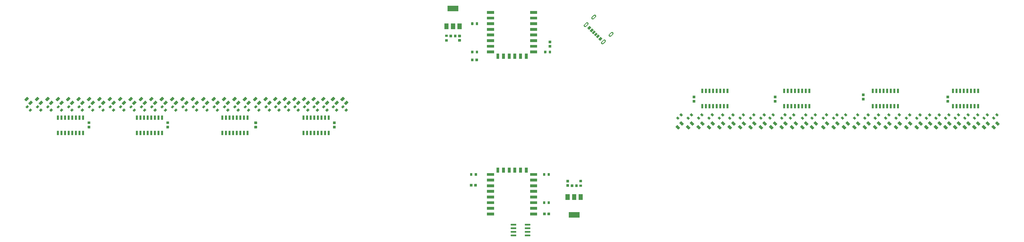
<source format=gbr>
%TF.GenerationSoftware,Flux,Pcbnew,7.0.11-7.0.11~ubuntu20.04.1*%
%TF.CreationDate,2024-08-27T08:57:38+00:00*%
%TF.ProjectId,input,696e7075-742e-46b6-9963-61645f706362,rev?*%
%TF.SameCoordinates,Original*%
%TF.FileFunction,Soldermask,Top*%
%TF.FilePolarity,Negative*%
%FSLAX46Y46*%
G04 Gerber Fmt 4.6, Leading zero omitted, Abs format (unit mm)*
G04 Filename: spinningleddisplay*
G04 Build it with Flux! Visit our site at: https://www.flux.ai (PCBNEW 7.0.11-7.0.11~ubuntu20.04.1) date 2024-08-27 08:57:38*
%MOMM*%
%LPD*%
G01*
G04 APERTURE LIST*
G04 APERTURE END LIST*
%TO.C,*%
G36*
X130086000Y-9568248D02*
G01*
X130090597Y-9569007D01*
X130095134Y-9570065D01*
X130099593Y-9571418D01*
X130103954Y-9573059D01*
X130108197Y-9574982D01*
X130112307Y-9577178D01*
X130116263Y-9579639D01*
X130120050Y-9582353D01*
X130123652Y-9585308D01*
X130127053Y-9588493D01*
X130698112Y-10159553D01*
X130701297Y-10162953D01*
X130704253Y-10166555D01*
X130706967Y-10170342D01*
X130709427Y-10174299D01*
X130711623Y-10178408D01*
X130713546Y-10182652D01*
X130715187Y-10187012D01*
X130716540Y-10191471D01*
X130717598Y-10196008D01*
X130718357Y-10200605D01*
X130718814Y-10205242D01*
X130718814Y-10214555D01*
X130718357Y-10219192D01*
X130717598Y-10223789D01*
X130716540Y-10228327D01*
X130715187Y-10232785D01*
X130713546Y-10237146D01*
X130711623Y-10241390D01*
X130709427Y-10245499D01*
X130706967Y-10249455D01*
X130704253Y-10253243D01*
X130701297Y-10256844D01*
X130698112Y-10260245D01*
X130233119Y-10725238D01*
X130229718Y-10728423D01*
X130226116Y-10731379D01*
X130222329Y-10734093D01*
X130218373Y-10736553D01*
X130214263Y-10738749D01*
X130210020Y-10740672D01*
X130205659Y-10742314D01*
X130201200Y-10743666D01*
X130196663Y-10744724D01*
X130192066Y-10745483D01*
X130187429Y-10745940D01*
X130178116Y-10745940D01*
X130173479Y-10745483D01*
X130168882Y-10744724D01*
X130164345Y-10743666D01*
X130159886Y-10742314D01*
X130155525Y-10740672D01*
X130151282Y-10738749D01*
X130147173Y-10736553D01*
X130143216Y-10734093D01*
X130139429Y-10731379D01*
X130135827Y-10728423D01*
X130132427Y-10725238D01*
X129561367Y-10154179D01*
X129558182Y-10150778D01*
X129555226Y-10147177D01*
X129552512Y-10143389D01*
X129550052Y-10139433D01*
X129547856Y-10135324D01*
X129545933Y-10131080D01*
X129544292Y-10126719D01*
X129542939Y-10122261D01*
X129541881Y-10117723D01*
X129541122Y-10113126D01*
X129540666Y-10108489D01*
X129540666Y-10099176D01*
X129541122Y-10094539D01*
X129541881Y-10089942D01*
X129542939Y-10085405D01*
X129544292Y-10080946D01*
X129545933Y-10076586D01*
X129547856Y-10072342D01*
X129550052Y-10068233D01*
X129552512Y-10064276D01*
X129555226Y-10060489D01*
X129558182Y-10056887D01*
X129561367Y-10053487D01*
X130026361Y-9588493D01*
X130029761Y-9585308D01*
X130033363Y-9582353D01*
X130037150Y-9579639D01*
X130041107Y-9577178D01*
X130045216Y-9574982D01*
X130049459Y-9573059D01*
X130053820Y-9571418D01*
X130058279Y-9570065D01*
X130062816Y-9569007D01*
X130067413Y-9568248D01*
X130072050Y-9567792D01*
X130081363Y-9567792D01*
X130086000Y-9568248D01*
G37*
G36*
X131252721Y-8401517D02*
G01*
X131257318Y-8402276D01*
X131261855Y-8403334D01*
X131266314Y-8404686D01*
X131270675Y-8406328D01*
X131274918Y-8408251D01*
X131279027Y-8410447D01*
X131282984Y-8412907D01*
X131286771Y-8415621D01*
X131290373Y-8418577D01*
X131293773Y-8421762D01*
X131864833Y-8992821D01*
X131868018Y-8996222D01*
X131870974Y-8999823D01*
X131873688Y-9003611D01*
X131876148Y-9007567D01*
X131878344Y-9011676D01*
X131880267Y-9015920D01*
X131881908Y-9020281D01*
X131883261Y-9024739D01*
X131884319Y-9029277D01*
X131885078Y-9033874D01*
X131885534Y-9038511D01*
X131885534Y-9047824D01*
X131885078Y-9052461D01*
X131884319Y-9057058D01*
X131883261Y-9061595D01*
X131881908Y-9066054D01*
X131880267Y-9070414D01*
X131878344Y-9074658D01*
X131876148Y-9078767D01*
X131873688Y-9082724D01*
X131870974Y-9086511D01*
X131868018Y-9090113D01*
X131864833Y-9093513D01*
X131399839Y-9558507D01*
X131396439Y-9561692D01*
X131392837Y-9564647D01*
X131389050Y-9567361D01*
X131385093Y-9569822D01*
X131380984Y-9572018D01*
X131376741Y-9573941D01*
X131372380Y-9575582D01*
X131367921Y-9576935D01*
X131363384Y-9577993D01*
X131358787Y-9578752D01*
X131354150Y-9579208D01*
X131344837Y-9579208D01*
X131340200Y-9578752D01*
X131335603Y-9577993D01*
X131331066Y-9576935D01*
X131326607Y-9575582D01*
X131322246Y-9573941D01*
X131318003Y-9572018D01*
X131313893Y-9569822D01*
X131309937Y-9567361D01*
X131306150Y-9564647D01*
X131302548Y-9561692D01*
X131299147Y-9558507D01*
X130728088Y-8987447D01*
X130724903Y-8984047D01*
X130721947Y-8980445D01*
X130719233Y-8976658D01*
X130716773Y-8972701D01*
X130714577Y-8968592D01*
X130712654Y-8964348D01*
X130711013Y-8959988D01*
X130709660Y-8955529D01*
X130708602Y-8950992D01*
X130707843Y-8946395D01*
X130707386Y-8941758D01*
X130707386Y-8932445D01*
X130707843Y-8927808D01*
X130708602Y-8923211D01*
X130709660Y-8918673D01*
X130711013Y-8914215D01*
X130712654Y-8909854D01*
X130714577Y-8905610D01*
X130716773Y-8901501D01*
X130719233Y-8897545D01*
X130721947Y-8893757D01*
X130724903Y-8890156D01*
X130728088Y-8886755D01*
X131193081Y-8421762D01*
X131196482Y-8418577D01*
X131200084Y-8415621D01*
X131203871Y-8412907D01*
X131207827Y-8410447D01*
X131211937Y-8408251D01*
X131216180Y-8406328D01*
X131220541Y-8404686D01*
X131225000Y-8403334D01*
X131229537Y-8402276D01*
X131234134Y-8401517D01*
X131238771Y-8401060D01*
X131248084Y-8401060D01*
X131252721Y-8401517D01*
G37*
G36*
X134976219Y-11262114D02*
G01*
X134983056Y-11262788D01*
X134989836Y-11263907D01*
X134996527Y-11265467D01*
X135003102Y-11267462D01*
X135009533Y-11269882D01*
X135015792Y-11272718D01*
X135021851Y-11275957D01*
X135027686Y-11279585D01*
X135033271Y-11283587D01*
X135038583Y-11287946D01*
X135043597Y-11292643D01*
X135885054Y-12134100D01*
X135889751Y-12139115D01*
X135894110Y-12144426D01*
X135898113Y-12150011D01*
X135901741Y-12155846D01*
X135904980Y-12161906D01*
X135907816Y-12168165D01*
X135910236Y-12174595D01*
X135912230Y-12181170D01*
X135913791Y-12187862D01*
X135914910Y-12194641D01*
X135915583Y-12201479D01*
X135915808Y-12208346D01*
X135915583Y-12215214D01*
X135914910Y-12222052D01*
X135913791Y-12228831D01*
X135912230Y-12235522D01*
X135910236Y-12242098D01*
X135907816Y-12248528D01*
X135904980Y-12254787D01*
X135901741Y-12260846D01*
X135898113Y-12266681D01*
X135894110Y-12272266D01*
X135889751Y-12277578D01*
X135885054Y-12282593D01*
X135344118Y-12823529D01*
X135339103Y-12828226D01*
X135333792Y-12832585D01*
X135328206Y-12836587D01*
X135322372Y-12840216D01*
X135316312Y-12843455D01*
X135310053Y-12846290D01*
X135303623Y-12848711D01*
X135297048Y-12850705D01*
X135290356Y-12852266D01*
X135283577Y-12853385D01*
X135276739Y-12854058D01*
X135269872Y-12854283D01*
X135263004Y-12854058D01*
X135256166Y-12853385D01*
X135249387Y-12852266D01*
X135242696Y-12850705D01*
X135236120Y-12848711D01*
X135229690Y-12846290D01*
X135223431Y-12843455D01*
X135217372Y-12840216D01*
X135211537Y-12836587D01*
X135205952Y-12832585D01*
X135200640Y-12828226D01*
X135195625Y-12823529D01*
X134354168Y-11982072D01*
X134349471Y-11977057D01*
X134345112Y-11971746D01*
X134341110Y-11966161D01*
X134337482Y-11960326D01*
X134334243Y-11954266D01*
X134331407Y-11948008D01*
X134328987Y-11941577D01*
X134326992Y-11935002D01*
X134325432Y-11928310D01*
X134324313Y-11921531D01*
X134323639Y-11914693D01*
X134323415Y-11907826D01*
X134323639Y-11900959D01*
X134324313Y-11894121D01*
X134325432Y-11887342D01*
X134326992Y-11880650D01*
X134328987Y-11874075D01*
X134331407Y-11867644D01*
X134334243Y-11861386D01*
X134337482Y-11855326D01*
X134341110Y-11849491D01*
X134345112Y-11843906D01*
X134349471Y-11838595D01*
X134354168Y-11833580D01*
X134895105Y-11292643D01*
X134900120Y-11287946D01*
X134905431Y-11283587D01*
X134911016Y-11279585D01*
X134916851Y-11275957D01*
X134922911Y-11272718D01*
X134929169Y-11269882D01*
X134935600Y-11267462D01*
X134942175Y-11265467D01*
X134948867Y-11263907D01*
X134955646Y-11262788D01*
X134962484Y-11262114D01*
X134969351Y-11261889D01*
X134976219Y-11262114D01*
G37*
G36*
X133650396Y-12587942D02*
G01*
X133657234Y-12588615D01*
X133664013Y-12589734D01*
X133670704Y-12591295D01*
X133677280Y-12593289D01*
X133683710Y-12595710D01*
X133689969Y-12598545D01*
X133696028Y-12601784D01*
X133701863Y-12605413D01*
X133707448Y-12609415D01*
X133712760Y-12613774D01*
X133717775Y-12618471D01*
X134559232Y-13459928D01*
X134563929Y-13464943D01*
X134568288Y-13470254D01*
X134572290Y-13475839D01*
X134575918Y-13481674D01*
X134579157Y-13487734D01*
X134581993Y-13493992D01*
X134584413Y-13500423D01*
X134586408Y-13506998D01*
X134587968Y-13513690D01*
X134589087Y-13520469D01*
X134589761Y-13527307D01*
X134589985Y-13534174D01*
X134589761Y-13541041D01*
X134589087Y-13547879D01*
X134587968Y-13554658D01*
X134586408Y-13561350D01*
X134584413Y-13567925D01*
X134581993Y-13574356D01*
X134579157Y-13580614D01*
X134575918Y-13586674D01*
X134572290Y-13592509D01*
X134568288Y-13598094D01*
X134563929Y-13603405D01*
X134559232Y-13608420D01*
X134018295Y-14149357D01*
X134013280Y-14154054D01*
X134007969Y-14158413D01*
X134002384Y-14162415D01*
X133996549Y-14166043D01*
X133990489Y-14169282D01*
X133984231Y-14172118D01*
X133977800Y-14174538D01*
X133971225Y-14176533D01*
X133964533Y-14178093D01*
X133957754Y-14179212D01*
X133950916Y-14179886D01*
X133944049Y-14180111D01*
X133937181Y-14179886D01*
X133930344Y-14179212D01*
X133923564Y-14178093D01*
X133916873Y-14176533D01*
X133910298Y-14174538D01*
X133903867Y-14172118D01*
X133897608Y-14169282D01*
X133891549Y-14166043D01*
X133885714Y-14162415D01*
X133880129Y-14158413D01*
X133874817Y-14154054D01*
X133869803Y-14149357D01*
X133028346Y-13307900D01*
X133023649Y-13302885D01*
X133019290Y-13297574D01*
X133015287Y-13291989D01*
X133011659Y-13286154D01*
X133008420Y-13280094D01*
X133005584Y-13273835D01*
X133003164Y-13267405D01*
X133001170Y-13260830D01*
X132999609Y-13254138D01*
X132998490Y-13247359D01*
X132997817Y-13240521D01*
X132997592Y-13233654D01*
X132997817Y-13226786D01*
X132998490Y-13219948D01*
X132999609Y-13213169D01*
X133001170Y-13206478D01*
X133003164Y-13199902D01*
X133005584Y-13193472D01*
X133008420Y-13187213D01*
X133011659Y-13181154D01*
X133015287Y-13175319D01*
X133019290Y-13169734D01*
X133023649Y-13164422D01*
X133028346Y-13159407D01*
X133569282Y-12618471D01*
X133574297Y-12613774D01*
X133579608Y-12609415D01*
X133585194Y-12605413D01*
X133591028Y-12601784D01*
X133597088Y-12598545D01*
X133603347Y-12595710D01*
X133609777Y-12593289D01*
X133616352Y-12591295D01*
X133623044Y-12589734D01*
X133629823Y-12588615D01*
X133636661Y-12587942D01*
X133643528Y-12587717D01*
X133650396Y-12587942D01*
G37*
G36*
X-156634561Y-3942842D02*
G01*
X-156627723Y-3943515D01*
X-156620944Y-3944634D01*
X-156614252Y-3946195D01*
X-156607677Y-3948189D01*
X-156601247Y-3950610D01*
X-156594988Y-3953445D01*
X-156588928Y-3956684D01*
X-156583094Y-3960313D01*
X-156577508Y-3964315D01*
X-156572197Y-3968674D01*
X-156567182Y-3973371D01*
X-156026246Y-4514307D01*
X-156021549Y-4519322D01*
X-156017190Y-4524634D01*
X-156013187Y-4530219D01*
X-156009559Y-4536054D01*
X-156006320Y-4542113D01*
X-156003484Y-4548372D01*
X-156001064Y-4554802D01*
X-155999070Y-4561378D01*
X-155997509Y-4568069D01*
X-155996390Y-4574848D01*
X-155995717Y-4581686D01*
X-155995492Y-4588554D01*
X-155995717Y-4595421D01*
X-155996390Y-4602259D01*
X-155997509Y-4609038D01*
X-155999070Y-4615730D01*
X-156001064Y-4622305D01*
X-156003484Y-4628735D01*
X-156006320Y-4634994D01*
X-156009559Y-4641054D01*
X-156013187Y-4646889D01*
X-156017190Y-4652474D01*
X-156021549Y-4657785D01*
X-156026246Y-4662800D01*
X-156867703Y-5504257D01*
X-156872717Y-5508954D01*
X-156878029Y-5513313D01*
X-156883614Y-5517315D01*
X-156889449Y-5520943D01*
X-156895508Y-5524182D01*
X-156901767Y-5527018D01*
X-156908198Y-5529438D01*
X-156914773Y-5531433D01*
X-156921464Y-5532993D01*
X-156928244Y-5534112D01*
X-156935081Y-5534786D01*
X-156941949Y-5535011D01*
X-156948816Y-5534786D01*
X-156955654Y-5534112D01*
X-156962433Y-5532993D01*
X-156969125Y-5531433D01*
X-156975700Y-5529438D01*
X-156982131Y-5527018D01*
X-156988389Y-5524182D01*
X-156994449Y-5520943D01*
X-157000284Y-5517315D01*
X-157005869Y-5513313D01*
X-157011180Y-5508954D01*
X-157016195Y-5504257D01*
X-157557132Y-4963320D01*
X-157561829Y-4958305D01*
X-157566188Y-4952994D01*
X-157570190Y-4947409D01*
X-157573818Y-4941574D01*
X-157577057Y-4935514D01*
X-157579893Y-4929256D01*
X-157582313Y-4922825D01*
X-157584308Y-4916250D01*
X-157585868Y-4909558D01*
X-157586987Y-4902779D01*
X-157587661Y-4895941D01*
X-157587885Y-4889074D01*
X-157587661Y-4882207D01*
X-157586987Y-4875369D01*
X-157585868Y-4868590D01*
X-157584308Y-4861898D01*
X-157582313Y-4855323D01*
X-157579893Y-4848892D01*
X-157577057Y-4842634D01*
X-157573818Y-4836574D01*
X-157570190Y-4830739D01*
X-157566188Y-4825154D01*
X-157561829Y-4819843D01*
X-157557132Y-4814828D01*
X-156715675Y-3973371D01*
X-156710660Y-3968674D01*
X-156705348Y-3964315D01*
X-156699763Y-3960313D01*
X-156693928Y-3956684D01*
X-156687869Y-3953445D01*
X-156681610Y-3950610D01*
X-156675180Y-3948189D01*
X-156668604Y-3946195D01*
X-156661913Y-3944634D01*
X-156655134Y-3943515D01*
X-156648296Y-3942842D01*
X-156641428Y-3942617D01*
X-156634561Y-3942842D01*
G37*
G36*
X-157960384Y-2617014D02*
G01*
X-157953546Y-2617688D01*
X-157946767Y-2618807D01*
X-157940075Y-2620367D01*
X-157933500Y-2622362D01*
X-157927069Y-2624782D01*
X-157920811Y-2627618D01*
X-157914751Y-2630857D01*
X-157908916Y-2634485D01*
X-157903331Y-2638487D01*
X-157898020Y-2642846D01*
X-157893005Y-2647543D01*
X-157352068Y-3188480D01*
X-157347371Y-3193495D01*
X-157343012Y-3198806D01*
X-157339010Y-3204391D01*
X-157335382Y-3210226D01*
X-157332143Y-3216286D01*
X-157329307Y-3222544D01*
X-157326887Y-3228975D01*
X-157324892Y-3235550D01*
X-157323332Y-3242242D01*
X-157322213Y-3249021D01*
X-157321539Y-3255859D01*
X-157321315Y-3262726D01*
X-157321539Y-3269593D01*
X-157322213Y-3276431D01*
X-157323332Y-3283210D01*
X-157324892Y-3289902D01*
X-157326887Y-3296477D01*
X-157329307Y-3302908D01*
X-157332143Y-3309166D01*
X-157335382Y-3315226D01*
X-157339010Y-3321061D01*
X-157343012Y-3326646D01*
X-157347371Y-3331957D01*
X-157352068Y-3336972D01*
X-158193525Y-4178429D01*
X-158198540Y-4183126D01*
X-158203852Y-4187485D01*
X-158209437Y-4191487D01*
X-158215272Y-4195116D01*
X-158221331Y-4198355D01*
X-158227590Y-4201190D01*
X-158234020Y-4203611D01*
X-158240596Y-4205605D01*
X-158247287Y-4207166D01*
X-158254066Y-4208285D01*
X-158260904Y-4208958D01*
X-158267772Y-4209183D01*
X-158274639Y-4208958D01*
X-158281477Y-4208285D01*
X-158288256Y-4207166D01*
X-158294948Y-4205605D01*
X-158301523Y-4203611D01*
X-158307953Y-4201190D01*
X-158314212Y-4198355D01*
X-158320272Y-4195116D01*
X-158326106Y-4191487D01*
X-158331692Y-4187485D01*
X-158337003Y-4183126D01*
X-158342018Y-4178429D01*
X-158882954Y-3637493D01*
X-158887651Y-3632478D01*
X-158892010Y-3627166D01*
X-158896013Y-3621581D01*
X-158899641Y-3615746D01*
X-158902880Y-3609687D01*
X-158905716Y-3603428D01*
X-158908136Y-3596998D01*
X-158910130Y-3590422D01*
X-158911691Y-3583731D01*
X-158912810Y-3576952D01*
X-158913483Y-3570114D01*
X-158913708Y-3563246D01*
X-158913483Y-3556379D01*
X-158912810Y-3549541D01*
X-158911691Y-3542762D01*
X-158910130Y-3536070D01*
X-158908136Y-3529495D01*
X-158905716Y-3523065D01*
X-158902880Y-3516806D01*
X-158899641Y-3510746D01*
X-158896013Y-3504911D01*
X-158892010Y-3499326D01*
X-158887651Y-3494015D01*
X-158882954Y-3489000D01*
X-158041497Y-2647543D01*
X-158036483Y-2642846D01*
X-158031171Y-2638487D01*
X-158025586Y-2634485D01*
X-158019751Y-2630857D01*
X-158013692Y-2627618D01*
X-158007433Y-2624782D01*
X-158001002Y-2622362D01*
X-157994427Y-2620367D01*
X-157987736Y-2618807D01*
X-157980956Y-2617688D01*
X-157974119Y-2617014D01*
X-157967251Y-2616789D01*
X-157960384Y-2617014D01*
G37*
G36*
X161683800Y-9568248D02*
G01*
X161688397Y-9569007D01*
X161692934Y-9570065D01*
X161697393Y-9571418D01*
X161701754Y-9573059D01*
X161705997Y-9574982D01*
X161710107Y-9577178D01*
X161714063Y-9579639D01*
X161717850Y-9582353D01*
X161721452Y-9585308D01*
X161724853Y-9588493D01*
X162295912Y-10159553D01*
X162299097Y-10162953D01*
X162302053Y-10166555D01*
X162304767Y-10170342D01*
X162307227Y-10174299D01*
X162309423Y-10178408D01*
X162311346Y-10182652D01*
X162312987Y-10187012D01*
X162314340Y-10191471D01*
X162315398Y-10196008D01*
X162316157Y-10200605D01*
X162316614Y-10205242D01*
X162316614Y-10214555D01*
X162316157Y-10219192D01*
X162315398Y-10223789D01*
X162314340Y-10228327D01*
X162312987Y-10232785D01*
X162311346Y-10237146D01*
X162309423Y-10241390D01*
X162307227Y-10245499D01*
X162304767Y-10249455D01*
X162302053Y-10253243D01*
X162299097Y-10256844D01*
X162295912Y-10260245D01*
X161830919Y-10725238D01*
X161827518Y-10728423D01*
X161823916Y-10731379D01*
X161820129Y-10734093D01*
X161816173Y-10736553D01*
X161812063Y-10738749D01*
X161807820Y-10740672D01*
X161803459Y-10742314D01*
X161799000Y-10743666D01*
X161794463Y-10744724D01*
X161789866Y-10745483D01*
X161785229Y-10745940D01*
X161775916Y-10745940D01*
X161771279Y-10745483D01*
X161766682Y-10744724D01*
X161762145Y-10743666D01*
X161757686Y-10742314D01*
X161753325Y-10740672D01*
X161749082Y-10738749D01*
X161744973Y-10736553D01*
X161741016Y-10734093D01*
X161737229Y-10731379D01*
X161733627Y-10728423D01*
X161730227Y-10725238D01*
X161159167Y-10154179D01*
X161155982Y-10150778D01*
X161153026Y-10147177D01*
X161150312Y-10143389D01*
X161147852Y-10139433D01*
X161145656Y-10135324D01*
X161143733Y-10131080D01*
X161142092Y-10126719D01*
X161140739Y-10122261D01*
X161139681Y-10117723D01*
X161138922Y-10113126D01*
X161138466Y-10108489D01*
X161138466Y-10099176D01*
X161138922Y-10094539D01*
X161139681Y-10089942D01*
X161140739Y-10085405D01*
X161142092Y-10080946D01*
X161143733Y-10076586D01*
X161145656Y-10072342D01*
X161147852Y-10068233D01*
X161150312Y-10064276D01*
X161153026Y-10060489D01*
X161155982Y-10056887D01*
X161159167Y-10053487D01*
X161624161Y-9588493D01*
X161627561Y-9585308D01*
X161631163Y-9582353D01*
X161634950Y-9579639D01*
X161638907Y-9577178D01*
X161643016Y-9574982D01*
X161647259Y-9573059D01*
X161651620Y-9571418D01*
X161656079Y-9570065D01*
X161660616Y-9569007D01*
X161665213Y-9568248D01*
X161669850Y-9567792D01*
X161679163Y-9567792D01*
X161683800Y-9568248D01*
G37*
G36*
X162850521Y-8401517D02*
G01*
X162855118Y-8402276D01*
X162859655Y-8403334D01*
X162864114Y-8404686D01*
X162868475Y-8406328D01*
X162872718Y-8408251D01*
X162876827Y-8410447D01*
X162880784Y-8412907D01*
X162884571Y-8415621D01*
X162888173Y-8418577D01*
X162891573Y-8421762D01*
X163462633Y-8992821D01*
X163465818Y-8996222D01*
X163468774Y-8999823D01*
X163471488Y-9003611D01*
X163473948Y-9007567D01*
X163476144Y-9011676D01*
X163478067Y-9015920D01*
X163479708Y-9020281D01*
X163481061Y-9024739D01*
X163482119Y-9029277D01*
X163482878Y-9033874D01*
X163483334Y-9038511D01*
X163483334Y-9047824D01*
X163482878Y-9052461D01*
X163482119Y-9057058D01*
X163481061Y-9061595D01*
X163479708Y-9066054D01*
X163478067Y-9070414D01*
X163476144Y-9074658D01*
X163473948Y-9078767D01*
X163471488Y-9082724D01*
X163468774Y-9086511D01*
X163465818Y-9090113D01*
X163462633Y-9093513D01*
X162997639Y-9558507D01*
X162994239Y-9561692D01*
X162990637Y-9564647D01*
X162986850Y-9567361D01*
X162982893Y-9569822D01*
X162978784Y-9572018D01*
X162974541Y-9573941D01*
X162970180Y-9575582D01*
X162965721Y-9576935D01*
X162961184Y-9577993D01*
X162956587Y-9578752D01*
X162951950Y-9579208D01*
X162942637Y-9579208D01*
X162938000Y-9578752D01*
X162933403Y-9577993D01*
X162928866Y-9576935D01*
X162924407Y-9575582D01*
X162920046Y-9573941D01*
X162915803Y-9572018D01*
X162911693Y-9569822D01*
X162907737Y-9567361D01*
X162903950Y-9564647D01*
X162900348Y-9561692D01*
X162896947Y-9558507D01*
X162325888Y-8987447D01*
X162322703Y-8984047D01*
X162319747Y-8980445D01*
X162317033Y-8976658D01*
X162314573Y-8972701D01*
X162312377Y-8968592D01*
X162310454Y-8964348D01*
X162308813Y-8959988D01*
X162307460Y-8955529D01*
X162306402Y-8950992D01*
X162305643Y-8946395D01*
X162305186Y-8941758D01*
X162305186Y-8932445D01*
X162305643Y-8927808D01*
X162306402Y-8923211D01*
X162307460Y-8918673D01*
X162308813Y-8914215D01*
X162310454Y-8909854D01*
X162312377Y-8905610D01*
X162314573Y-8901501D01*
X162317033Y-8897545D01*
X162319747Y-8893757D01*
X162322703Y-8890156D01*
X162325888Y-8886755D01*
X162790881Y-8421762D01*
X162794282Y-8418577D01*
X162797884Y-8415621D01*
X162801671Y-8412907D01*
X162805627Y-8410447D01*
X162809737Y-8408251D01*
X162813980Y-8406328D01*
X162818341Y-8404686D01*
X162822800Y-8403334D01*
X162827337Y-8402276D01*
X162831934Y-8401517D01*
X162836571Y-8401060D01*
X162845884Y-8401060D01*
X162850521Y-8401517D01*
G37*
G36*
X168460600Y-9568248D02*
G01*
X168465197Y-9569007D01*
X168469734Y-9570065D01*
X168474193Y-9571418D01*
X168478554Y-9573059D01*
X168482797Y-9574982D01*
X168486907Y-9577178D01*
X168490863Y-9579639D01*
X168494650Y-9582353D01*
X168498252Y-9585308D01*
X168501653Y-9588493D01*
X169072712Y-10159553D01*
X169075897Y-10162953D01*
X169078853Y-10166555D01*
X169081567Y-10170342D01*
X169084027Y-10174299D01*
X169086223Y-10178408D01*
X169088146Y-10182652D01*
X169089787Y-10187012D01*
X169091140Y-10191471D01*
X169092198Y-10196008D01*
X169092957Y-10200605D01*
X169093414Y-10205242D01*
X169093414Y-10214555D01*
X169092957Y-10219192D01*
X169092198Y-10223789D01*
X169091140Y-10228327D01*
X169089787Y-10232785D01*
X169088146Y-10237146D01*
X169086223Y-10241390D01*
X169084027Y-10245499D01*
X169081567Y-10249455D01*
X169078853Y-10253243D01*
X169075897Y-10256844D01*
X169072712Y-10260245D01*
X168607719Y-10725238D01*
X168604318Y-10728423D01*
X168600716Y-10731379D01*
X168596929Y-10734093D01*
X168592973Y-10736553D01*
X168588863Y-10738749D01*
X168584620Y-10740672D01*
X168580259Y-10742314D01*
X168575800Y-10743666D01*
X168571263Y-10744724D01*
X168566666Y-10745483D01*
X168562029Y-10745940D01*
X168552716Y-10745940D01*
X168548079Y-10745483D01*
X168543482Y-10744724D01*
X168538945Y-10743666D01*
X168534486Y-10742314D01*
X168530125Y-10740672D01*
X168525882Y-10738749D01*
X168521773Y-10736553D01*
X168517816Y-10734093D01*
X168514029Y-10731379D01*
X168510427Y-10728423D01*
X168507027Y-10725238D01*
X167935967Y-10154179D01*
X167932782Y-10150778D01*
X167929826Y-10147177D01*
X167927112Y-10143389D01*
X167924652Y-10139433D01*
X167922456Y-10135324D01*
X167920533Y-10131080D01*
X167918892Y-10126719D01*
X167917539Y-10122261D01*
X167916481Y-10117723D01*
X167915722Y-10113126D01*
X167915266Y-10108489D01*
X167915266Y-10099176D01*
X167915722Y-10094539D01*
X167916481Y-10089942D01*
X167917539Y-10085405D01*
X167918892Y-10080946D01*
X167920533Y-10076586D01*
X167922456Y-10072342D01*
X167924652Y-10068233D01*
X167927112Y-10064276D01*
X167929826Y-10060489D01*
X167932782Y-10056887D01*
X167935967Y-10053487D01*
X168400961Y-9588493D01*
X168404361Y-9585308D01*
X168407963Y-9582353D01*
X168411750Y-9579639D01*
X168415707Y-9577178D01*
X168419816Y-9574982D01*
X168424059Y-9573059D01*
X168428420Y-9571418D01*
X168432879Y-9570065D01*
X168437416Y-9569007D01*
X168442013Y-9568248D01*
X168446650Y-9567792D01*
X168455963Y-9567792D01*
X168460600Y-9568248D01*
G37*
G36*
X169627321Y-8401517D02*
G01*
X169631918Y-8402276D01*
X169636455Y-8403334D01*
X169640914Y-8404686D01*
X169645275Y-8406328D01*
X169649518Y-8408251D01*
X169653627Y-8410447D01*
X169657584Y-8412907D01*
X169661371Y-8415621D01*
X169664973Y-8418577D01*
X169668373Y-8421762D01*
X170239433Y-8992821D01*
X170242618Y-8996222D01*
X170245574Y-8999823D01*
X170248288Y-9003611D01*
X170250748Y-9007567D01*
X170252944Y-9011676D01*
X170254867Y-9015920D01*
X170256508Y-9020281D01*
X170257861Y-9024739D01*
X170258919Y-9029277D01*
X170259678Y-9033874D01*
X170260134Y-9038511D01*
X170260134Y-9047824D01*
X170259678Y-9052461D01*
X170258919Y-9057058D01*
X170257861Y-9061595D01*
X170256508Y-9066054D01*
X170254867Y-9070414D01*
X170252944Y-9074658D01*
X170250748Y-9078767D01*
X170248288Y-9082724D01*
X170245574Y-9086511D01*
X170242618Y-9090113D01*
X170239433Y-9093513D01*
X169774439Y-9558507D01*
X169771039Y-9561692D01*
X169767437Y-9564647D01*
X169763650Y-9567361D01*
X169759693Y-9569822D01*
X169755584Y-9572018D01*
X169751341Y-9573941D01*
X169746980Y-9575582D01*
X169742521Y-9576935D01*
X169737984Y-9577993D01*
X169733387Y-9578752D01*
X169728750Y-9579208D01*
X169719437Y-9579208D01*
X169714800Y-9578752D01*
X169710203Y-9577993D01*
X169705666Y-9576935D01*
X169701207Y-9575582D01*
X169696846Y-9573941D01*
X169692603Y-9572018D01*
X169688493Y-9569822D01*
X169684537Y-9567361D01*
X169680750Y-9564647D01*
X169677148Y-9561692D01*
X169673747Y-9558507D01*
X169102688Y-8987447D01*
X169099503Y-8984047D01*
X169096547Y-8980445D01*
X169093833Y-8976658D01*
X169091373Y-8972701D01*
X169089177Y-8968592D01*
X169087254Y-8964348D01*
X169085613Y-8959988D01*
X169084260Y-8955529D01*
X169083202Y-8950992D01*
X169082443Y-8946395D01*
X169081986Y-8941758D01*
X169081986Y-8932445D01*
X169082443Y-8927808D01*
X169083202Y-8923211D01*
X169084260Y-8918673D01*
X169085613Y-8914215D01*
X169087254Y-8909854D01*
X169089177Y-8905610D01*
X169091373Y-8901501D01*
X169093833Y-8897545D01*
X169096547Y-8893757D01*
X169099503Y-8890156D01*
X169102688Y-8886755D01*
X169567681Y-8421762D01*
X169571082Y-8418577D01*
X169574684Y-8415621D01*
X169578471Y-8412907D01*
X169582427Y-8410447D01*
X169586537Y-8408251D01*
X169590780Y-8406328D01*
X169595141Y-8404686D01*
X169599600Y-8403334D01*
X169604137Y-8402276D01*
X169608734Y-8401517D01*
X169613371Y-8401060D01*
X169622684Y-8401060D01*
X169627321Y-8401517D01*
G37*
G36*
X-123545697Y-16199898D02*
G01*
X-124195697Y-16199898D01*
X-124195697Y-14674898D01*
X-123545697Y-14674898D01*
X-123545697Y-16199898D01*
G37*
G36*
X-122275703Y-10775897D02*
G01*
X-122925703Y-10775897D01*
X-122925703Y-9250897D01*
X-122275703Y-9250897D01*
X-122275703Y-10775897D01*
G37*
G36*
X-127355697Y-16199902D02*
G01*
X-128005697Y-16199902D01*
X-128005697Y-14674902D01*
X-127355697Y-14674902D01*
X-127355697Y-16199902D01*
G37*
G36*
X-128625703Y-10775903D02*
G01*
X-129275703Y-10775903D01*
X-129275703Y-9250903D01*
X-128625703Y-9250903D01*
X-128625703Y-10775903D01*
G37*
G36*
X-129895697Y-16199905D02*
G01*
X-130545697Y-16199905D01*
X-130545697Y-14674905D01*
X-129895697Y-14674905D01*
X-129895697Y-16199905D01*
G37*
G36*
X-124815697Y-16199899D02*
G01*
X-125465697Y-16199899D01*
X-125465697Y-14674899D01*
X-124815697Y-14674899D01*
X-124815697Y-16199899D01*
G37*
G36*
X-127355703Y-10775902D02*
G01*
X-128005703Y-10775902D01*
X-128005703Y-9250902D01*
X-127355703Y-9250902D01*
X-127355703Y-10775902D01*
G37*
G36*
X-126085703Y-10775901D02*
G01*
X-126735703Y-10775901D01*
X-126735703Y-9250901D01*
X-126085703Y-9250901D01*
X-126085703Y-10775901D01*
G37*
G36*
X-129895703Y-10775905D02*
G01*
X-130545703Y-10775905D01*
X-130545703Y-9250905D01*
X-129895703Y-9250905D01*
X-129895703Y-10775905D01*
G37*
G36*
X-121005697Y-16199895D02*
G01*
X-121655697Y-16199895D01*
X-121655697Y-14674895D01*
X-121005697Y-14674895D01*
X-121005697Y-16199895D01*
G37*
G36*
X-126085697Y-16199901D02*
G01*
X-126735697Y-16199901D01*
X-126735697Y-14674901D01*
X-126085697Y-14674901D01*
X-126085697Y-16199901D01*
G37*
G36*
X-123545703Y-10775898D02*
G01*
X-124195703Y-10775898D01*
X-124195703Y-9250898D01*
X-123545703Y-9250898D01*
X-123545703Y-10775898D01*
G37*
G36*
X-121005703Y-10775895D02*
G01*
X-121655703Y-10775895D01*
X-121655703Y-9250895D01*
X-121005703Y-9250895D01*
X-121005703Y-10775895D01*
G37*
G36*
X-128625697Y-16199903D02*
G01*
X-129275697Y-16199903D01*
X-129275697Y-14674903D01*
X-128625697Y-14674903D01*
X-128625697Y-16199903D01*
G37*
G36*
X-122275697Y-16199897D02*
G01*
X-122925697Y-16199897D01*
X-122925697Y-14674897D01*
X-122275697Y-14674897D01*
X-122275697Y-16199897D01*
G37*
G36*
X-124815703Y-10775899D02*
G01*
X-125465703Y-10775899D01*
X-125465703Y-9250899D01*
X-124815703Y-9250899D01*
X-124815703Y-10775899D01*
G37*
G36*
X78788700Y-9568248D02*
G01*
X78793297Y-9569007D01*
X78797834Y-9570065D01*
X78802293Y-9571418D01*
X78806654Y-9573059D01*
X78810897Y-9574982D01*
X78815007Y-9577178D01*
X78818963Y-9579639D01*
X78822750Y-9582353D01*
X78826352Y-9585308D01*
X78829753Y-9588493D01*
X79400812Y-10159553D01*
X79403997Y-10162953D01*
X79406953Y-10166555D01*
X79409667Y-10170342D01*
X79412127Y-10174299D01*
X79414323Y-10178408D01*
X79416246Y-10182652D01*
X79417887Y-10187012D01*
X79419240Y-10191471D01*
X79420298Y-10196008D01*
X79421057Y-10200605D01*
X79421514Y-10205242D01*
X79421514Y-10214555D01*
X79421057Y-10219192D01*
X79420298Y-10223789D01*
X79419240Y-10228327D01*
X79417887Y-10232785D01*
X79416246Y-10237146D01*
X79414323Y-10241390D01*
X79412127Y-10245499D01*
X79409667Y-10249455D01*
X79406953Y-10253243D01*
X79403997Y-10256844D01*
X79400812Y-10260245D01*
X78935819Y-10725238D01*
X78932418Y-10728423D01*
X78928816Y-10731379D01*
X78925029Y-10734093D01*
X78921073Y-10736553D01*
X78916963Y-10738749D01*
X78912720Y-10740672D01*
X78908359Y-10742314D01*
X78903900Y-10743666D01*
X78899363Y-10744724D01*
X78894766Y-10745483D01*
X78890129Y-10745940D01*
X78880816Y-10745940D01*
X78876179Y-10745483D01*
X78871582Y-10744724D01*
X78867045Y-10743666D01*
X78862586Y-10742314D01*
X78858225Y-10740672D01*
X78853982Y-10738749D01*
X78849873Y-10736553D01*
X78845916Y-10734093D01*
X78842129Y-10731379D01*
X78838527Y-10728423D01*
X78835127Y-10725238D01*
X78264067Y-10154179D01*
X78260882Y-10150778D01*
X78257926Y-10147177D01*
X78255212Y-10143389D01*
X78252752Y-10139433D01*
X78250556Y-10135324D01*
X78248633Y-10131080D01*
X78246992Y-10126719D01*
X78245639Y-10122261D01*
X78244581Y-10117723D01*
X78243822Y-10113126D01*
X78243366Y-10108489D01*
X78243366Y-10099176D01*
X78243822Y-10094539D01*
X78244581Y-10089942D01*
X78245639Y-10085405D01*
X78246992Y-10080946D01*
X78248633Y-10076586D01*
X78250556Y-10072342D01*
X78252752Y-10068233D01*
X78255212Y-10064276D01*
X78257926Y-10060489D01*
X78260882Y-10056887D01*
X78264067Y-10053487D01*
X78729061Y-9588493D01*
X78732461Y-9585308D01*
X78736063Y-9582353D01*
X78739850Y-9579639D01*
X78743807Y-9577178D01*
X78747916Y-9574982D01*
X78752159Y-9573059D01*
X78756520Y-9571418D01*
X78760979Y-9570065D01*
X78765516Y-9569007D01*
X78770113Y-9568248D01*
X78774750Y-9567792D01*
X78784063Y-9567792D01*
X78788700Y-9568248D01*
G37*
G36*
X79955421Y-8401517D02*
G01*
X79960018Y-8402276D01*
X79964555Y-8403334D01*
X79969014Y-8404686D01*
X79973375Y-8406328D01*
X79977618Y-8408251D01*
X79981727Y-8410447D01*
X79985684Y-8412907D01*
X79989471Y-8415621D01*
X79993073Y-8418577D01*
X79996473Y-8421762D01*
X80567533Y-8992821D01*
X80570718Y-8996222D01*
X80573674Y-8999823D01*
X80576388Y-9003611D01*
X80578848Y-9007567D01*
X80581044Y-9011676D01*
X80582967Y-9015920D01*
X80584608Y-9020281D01*
X80585961Y-9024739D01*
X80587019Y-9029277D01*
X80587778Y-9033874D01*
X80588234Y-9038511D01*
X80588234Y-9047824D01*
X80587778Y-9052461D01*
X80587019Y-9057058D01*
X80585961Y-9061595D01*
X80584608Y-9066054D01*
X80582967Y-9070414D01*
X80581044Y-9074658D01*
X80578848Y-9078767D01*
X80576388Y-9082724D01*
X80573674Y-9086511D01*
X80570718Y-9090113D01*
X80567533Y-9093513D01*
X80102539Y-9558507D01*
X80099139Y-9561692D01*
X80095537Y-9564647D01*
X80091750Y-9567361D01*
X80087793Y-9569822D01*
X80083684Y-9572018D01*
X80079441Y-9573941D01*
X80075080Y-9575582D01*
X80070621Y-9576935D01*
X80066084Y-9577993D01*
X80061487Y-9578752D01*
X80056850Y-9579208D01*
X80047537Y-9579208D01*
X80042900Y-9578752D01*
X80038303Y-9577993D01*
X80033766Y-9576935D01*
X80029307Y-9575582D01*
X80024946Y-9573941D01*
X80020703Y-9572018D01*
X80016593Y-9569822D01*
X80012637Y-9567361D01*
X80008850Y-9564647D01*
X80005248Y-9561692D01*
X80001847Y-9558507D01*
X79430788Y-8987447D01*
X79427603Y-8984047D01*
X79424647Y-8980445D01*
X79421933Y-8976658D01*
X79419473Y-8972701D01*
X79417277Y-8968592D01*
X79415354Y-8964348D01*
X79413713Y-8959988D01*
X79412360Y-8955529D01*
X79411302Y-8950992D01*
X79410543Y-8946395D01*
X79410086Y-8941758D01*
X79410086Y-8932445D01*
X79410543Y-8927808D01*
X79411302Y-8923211D01*
X79412360Y-8918673D01*
X79413713Y-8914215D01*
X79415354Y-8909854D01*
X79417277Y-8905610D01*
X79419473Y-8901501D01*
X79421933Y-8897545D01*
X79424647Y-8893757D01*
X79427603Y-8890156D01*
X79430788Y-8886755D01*
X79895781Y-8421762D01*
X79899182Y-8418577D01*
X79902784Y-8415621D01*
X79906571Y-8412907D01*
X79910527Y-8410447D01*
X79914637Y-8408251D01*
X79918880Y-8406328D01*
X79923241Y-8404686D01*
X79927700Y-8403334D01*
X79932237Y-8402276D01*
X79936834Y-8401517D01*
X79941471Y-8401060D01*
X79950784Y-8401060D01*
X79955421Y-8401517D01*
G37*
G36*
X-87016961Y-3942842D02*
G01*
X-87010123Y-3943515D01*
X-87003344Y-3944634D01*
X-86996652Y-3946195D01*
X-86990077Y-3948189D01*
X-86983647Y-3950610D01*
X-86977388Y-3953445D01*
X-86971328Y-3956684D01*
X-86965494Y-3960313D01*
X-86959908Y-3964315D01*
X-86954597Y-3968674D01*
X-86949582Y-3973371D01*
X-86408646Y-4514307D01*
X-86403949Y-4519322D01*
X-86399590Y-4524634D01*
X-86395587Y-4530219D01*
X-86391959Y-4536054D01*
X-86388720Y-4542113D01*
X-86385884Y-4548372D01*
X-86383464Y-4554802D01*
X-86381470Y-4561378D01*
X-86379909Y-4568069D01*
X-86378790Y-4574848D01*
X-86378117Y-4581686D01*
X-86377892Y-4588554D01*
X-86378117Y-4595421D01*
X-86378790Y-4602259D01*
X-86379909Y-4609038D01*
X-86381470Y-4615730D01*
X-86383464Y-4622305D01*
X-86385884Y-4628735D01*
X-86388720Y-4634994D01*
X-86391959Y-4641054D01*
X-86395587Y-4646889D01*
X-86399590Y-4652474D01*
X-86403949Y-4657785D01*
X-86408646Y-4662800D01*
X-87250103Y-5504257D01*
X-87255117Y-5508954D01*
X-87260429Y-5513313D01*
X-87266014Y-5517315D01*
X-87271849Y-5520943D01*
X-87277908Y-5524182D01*
X-87284167Y-5527018D01*
X-87290598Y-5529438D01*
X-87297173Y-5531433D01*
X-87303864Y-5532993D01*
X-87310644Y-5534112D01*
X-87317481Y-5534786D01*
X-87324349Y-5535011D01*
X-87331216Y-5534786D01*
X-87338054Y-5534112D01*
X-87344833Y-5532993D01*
X-87351525Y-5531433D01*
X-87358100Y-5529438D01*
X-87364531Y-5527018D01*
X-87370789Y-5524182D01*
X-87376849Y-5520943D01*
X-87382684Y-5517315D01*
X-87388269Y-5513313D01*
X-87393580Y-5508954D01*
X-87398595Y-5504257D01*
X-87939532Y-4963320D01*
X-87944229Y-4958305D01*
X-87948588Y-4952994D01*
X-87952590Y-4947409D01*
X-87956218Y-4941574D01*
X-87959457Y-4935514D01*
X-87962293Y-4929256D01*
X-87964713Y-4922825D01*
X-87966708Y-4916250D01*
X-87968268Y-4909558D01*
X-87969387Y-4902779D01*
X-87970061Y-4895941D01*
X-87970285Y-4889074D01*
X-87970061Y-4882207D01*
X-87969387Y-4875369D01*
X-87968268Y-4868590D01*
X-87966708Y-4861898D01*
X-87964713Y-4855323D01*
X-87962293Y-4848892D01*
X-87959457Y-4842634D01*
X-87956218Y-4836574D01*
X-87952590Y-4830739D01*
X-87948588Y-4825154D01*
X-87944229Y-4819843D01*
X-87939532Y-4814828D01*
X-87098075Y-3973371D01*
X-87093060Y-3968674D01*
X-87087748Y-3964315D01*
X-87082163Y-3960313D01*
X-87076328Y-3956684D01*
X-87070269Y-3953445D01*
X-87064010Y-3950610D01*
X-87057580Y-3948189D01*
X-87051004Y-3946195D01*
X-87044313Y-3944634D01*
X-87037534Y-3943515D01*
X-87030696Y-3942842D01*
X-87023828Y-3942617D01*
X-87016961Y-3942842D01*
G37*
G36*
X-88342784Y-2617014D02*
G01*
X-88335946Y-2617688D01*
X-88329167Y-2618807D01*
X-88322475Y-2620367D01*
X-88315900Y-2622362D01*
X-88309469Y-2624782D01*
X-88303211Y-2627618D01*
X-88297151Y-2630857D01*
X-88291316Y-2634485D01*
X-88285731Y-2638487D01*
X-88280420Y-2642846D01*
X-88275405Y-2647543D01*
X-87734468Y-3188480D01*
X-87729771Y-3193495D01*
X-87725412Y-3198806D01*
X-87721410Y-3204391D01*
X-87717782Y-3210226D01*
X-87714543Y-3216286D01*
X-87711707Y-3222544D01*
X-87709287Y-3228975D01*
X-87707292Y-3235550D01*
X-87705732Y-3242242D01*
X-87704613Y-3249021D01*
X-87703939Y-3255859D01*
X-87703715Y-3262726D01*
X-87703939Y-3269593D01*
X-87704613Y-3276431D01*
X-87705732Y-3283210D01*
X-87707292Y-3289902D01*
X-87709287Y-3296477D01*
X-87711707Y-3302908D01*
X-87714543Y-3309166D01*
X-87717782Y-3315226D01*
X-87721410Y-3321061D01*
X-87725412Y-3326646D01*
X-87729771Y-3331957D01*
X-87734468Y-3336972D01*
X-88575925Y-4178429D01*
X-88580940Y-4183126D01*
X-88586252Y-4187485D01*
X-88591837Y-4191487D01*
X-88597672Y-4195116D01*
X-88603731Y-4198355D01*
X-88609990Y-4201190D01*
X-88616420Y-4203611D01*
X-88622996Y-4205605D01*
X-88629687Y-4207166D01*
X-88636466Y-4208285D01*
X-88643304Y-4208958D01*
X-88650172Y-4209183D01*
X-88657039Y-4208958D01*
X-88663877Y-4208285D01*
X-88670656Y-4207166D01*
X-88677348Y-4205605D01*
X-88683923Y-4203611D01*
X-88690353Y-4201190D01*
X-88696612Y-4198355D01*
X-88702672Y-4195116D01*
X-88708506Y-4191487D01*
X-88714092Y-4187485D01*
X-88719403Y-4183126D01*
X-88724418Y-4178429D01*
X-89265354Y-3637493D01*
X-89270051Y-3632478D01*
X-89274410Y-3627166D01*
X-89278413Y-3621581D01*
X-89282041Y-3615746D01*
X-89285280Y-3609687D01*
X-89288116Y-3603428D01*
X-89290536Y-3596998D01*
X-89292530Y-3590422D01*
X-89294091Y-3583731D01*
X-89295210Y-3576952D01*
X-89295883Y-3570114D01*
X-89296108Y-3563246D01*
X-89295883Y-3556379D01*
X-89295210Y-3549541D01*
X-89294091Y-3542762D01*
X-89292530Y-3536070D01*
X-89290536Y-3529495D01*
X-89288116Y-3523065D01*
X-89285280Y-3516806D01*
X-89282041Y-3510746D01*
X-89278413Y-3504911D01*
X-89274410Y-3499326D01*
X-89270051Y-3494015D01*
X-89265354Y-3489000D01*
X-88423897Y-2647543D01*
X-88418883Y-2642846D01*
X-88413571Y-2638487D01*
X-88407986Y-2634485D01*
X-88402151Y-2630857D01*
X-88396092Y-2627618D01*
X-88389833Y-2624782D01*
X-88383402Y-2622362D01*
X-88376827Y-2620367D01*
X-88370136Y-2618807D01*
X-88363356Y-2617688D01*
X-88356519Y-2617014D01*
X-88349651Y-2616789D01*
X-88342784Y-2617014D01*
G37*
G36*
X116655719Y-11262114D02*
G01*
X116662556Y-11262788D01*
X116669336Y-11263907D01*
X116676027Y-11265467D01*
X116682602Y-11267462D01*
X116689033Y-11269882D01*
X116695292Y-11272718D01*
X116701351Y-11275957D01*
X116707186Y-11279585D01*
X116712771Y-11283587D01*
X116718083Y-11287946D01*
X116723097Y-11292643D01*
X117564554Y-12134100D01*
X117569251Y-12139115D01*
X117573610Y-12144426D01*
X117577613Y-12150011D01*
X117581241Y-12155846D01*
X117584480Y-12161906D01*
X117587316Y-12168165D01*
X117589736Y-12174595D01*
X117591730Y-12181170D01*
X117593291Y-12187862D01*
X117594410Y-12194641D01*
X117595083Y-12201479D01*
X117595308Y-12208346D01*
X117595083Y-12215214D01*
X117594410Y-12222052D01*
X117593291Y-12228831D01*
X117591730Y-12235522D01*
X117589736Y-12242098D01*
X117587316Y-12248528D01*
X117584480Y-12254787D01*
X117581241Y-12260846D01*
X117577613Y-12266681D01*
X117573610Y-12272266D01*
X117569251Y-12277578D01*
X117564554Y-12282593D01*
X117023618Y-12823529D01*
X117018603Y-12828226D01*
X117013292Y-12832585D01*
X117007706Y-12836587D01*
X117001872Y-12840216D01*
X116995812Y-12843455D01*
X116989553Y-12846290D01*
X116983123Y-12848711D01*
X116976548Y-12850705D01*
X116969856Y-12852266D01*
X116963077Y-12853385D01*
X116956239Y-12854058D01*
X116949372Y-12854283D01*
X116942504Y-12854058D01*
X116935666Y-12853385D01*
X116928887Y-12852266D01*
X116922196Y-12850705D01*
X116915620Y-12848711D01*
X116909190Y-12846290D01*
X116902931Y-12843455D01*
X116896872Y-12840216D01*
X116891037Y-12836587D01*
X116885452Y-12832585D01*
X116880140Y-12828226D01*
X116875125Y-12823529D01*
X116033668Y-11982072D01*
X116028971Y-11977057D01*
X116024612Y-11971746D01*
X116020610Y-11966161D01*
X116016982Y-11960326D01*
X116013743Y-11954266D01*
X116010907Y-11948008D01*
X116008487Y-11941577D01*
X116006492Y-11935002D01*
X116004932Y-11928310D01*
X116003813Y-11921531D01*
X116003139Y-11914693D01*
X116002915Y-11907826D01*
X116003139Y-11900959D01*
X116003813Y-11894121D01*
X116004932Y-11887342D01*
X116006492Y-11880650D01*
X116008487Y-11874075D01*
X116010907Y-11867644D01*
X116013743Y-11861386D01*
X116016982Y-11855326D01*
X116020610Y-11849491D01*
X116024612Y-11843906D01*
X116028971Y-11838595D01*
X116033668Y-11833580D01*
X116574605Y-11292643D01*
X116579620Y-11287946D01*
X116584931Y-11283587D01*
X116590516Y-11279585D01*
X116596351Y-11275957D01*
X116602411Y-11272718D01*
X116608669Y-11269882D01*
X116615100Y-11267462D01*
X116621675Y-11265467D01*
X116628367Y-11263907D01*
X116635146Y-11262788D01*
X116641984Y-11262114D01*
X116648851Y-11261889D01*
X116655719Y-11262114D01*
G37*
G36*
X115329896Y-12587942D02*
G01*
X115336734Y-12588615D01*
X115343513Y-12589734D01*
X115350204Y-12591295D01*
X115356780Y-12593289D01*
X115363210Y-12595710D01*
X115369469Y-12598545D01*
X115375528Y-12601784D01*
X115381363Y-12605413D01*
X115386948Y-12609415D01*
X115392260Y-12613774D01*
X115397275Y-12618471D01*
X116238732Y-13459928D01*
X116243429Y-13464943D01*
X116247788Y-13470254D01*
X116251790Y-13475839D01*
X116255418Y-13481674D01*
X116258657Y-13487734D01*
X116261493Y-13493992D01*
X116263913Y-13500423D01*
X116265908Y-13506998D01*
X116267468Y-13513690D01*
X116268587Y-13520469D01*
X116269261Y-13527307D01*
X116269485Y-13534174D01*
X116269261Y-13541041D01*
X116268587Y-13547879D01*
X116267468Y-13554658D01*
X116265908Y-13561350D01*
X116263913Y-13567925D01*
X116261493Y-13574356D01*
X116258657Y-13580614D01*
X116255418Y-13586674D01*
X116251790Y-13592509D01*
X116247788Y-13598094D01*
X116243429Y-13603405D01*
X116238732Y-13608420D01*
X115697795Y-14149357D01*
X115692780Y-14154054D01*
X115687469Y-14158413D01*
X115681884Y-14162415D01*
X115676049Y-14166043D01*
X115669989Y-14169282D01*
X115663731Y-14172118D01*
X115657300Y-14174538D01*
X115650725Y-14176533D01*
X115644033Y-14178093D01*
X115637254Y-14179212D01*
X115630416Y-14179886D01*
X115623549Y-14180111D01*
X115616681Y-14179886D01*
X115609844Y-14179212D01*
X115603064Y-14178093D01*
X115596373Y-14176533D01*
X115589798Y-14174538D01*
X115583367Y-14172118D01*
X115577108Y-14169282D01*
X115571049Y-14166043D01*
X115565214Y-14162415D01*
X115559629Y-14158413D01*
X115554317Y-14154054D01*
X115549303Y-14149357D01*
X114707846Y-13307900D01*
X114703149Y-13302885D01*
X114698790Y-13297574D01*
X114694787Y-13291989D01*
X114691159Y-13286154D01*
X114687920Y-13280094D01*
X114685084Y-13273835D01*
X114682664Y-13267405D01*
X114680670Y-13260830D01*
X114679109Y-13254138D01*
X114677990Y-13247359D01*
X114677317Y-13240521D01*
X114677092Y-13233654D01*
X114677317Y-13226786D01*
X114677990Y-13219948D01*
X114679109Y-13213169D01*
X114680670Y-13206478D01*
X114682664Y-13199902D01*
X114685084Y-13193472D01*
X114687920Y-13187213D01*
X114691159Y-13181154D01*
X114694787Y-13175319D01*
X114698790Y-13169734D01*
X114703149Y-13164422D01*
X114707846Y-13159407D01*
X115248782Y-12618471D01*
X115253797Y-12613774D01*
X115259108Y-12609415D01*
X115264694Y-12605413D01*
X115270528Y-12601784D01*
X115276588Y-12598545D01*
X115282847Y-12595710D01*
X115289277Y-12593289D01*
X115295852Y-12591295D01*
X115302544Y-12589734D01*
X115309323Y-12588615D01*
X115316161Y-12587942D01*
X115323028Y-12587717D01*
X115329896Y-12587942D01*
G37*
G36*
X-60896134Y-5571417D02*
G01*
X-60891537Y-5572176D01*
X-60887000Y-5573234D01*
X-60882541Y-5574586D01*
X-60878180Y-5576228D01*
X-60873937Y-5578151D01*
X-60869827Y-5580347D01*
X-60865871Y-5582807D01*
X-60862084Y-5585521D01*
X-60858482Y-5588477D01*
X-60855081Y-5591662D01*
X-60390088Y-6056655D01*
X-60386903Y-6060056D01*
X-60383947Y-6063657D01*
X-60381233Y-6067445D01*
X-60378773Y-6071401D01*
X-60376577Y-6075510D01*
X-60374654Y-6079754D01*
X-60373013Y-6084115D01*
X-60371660Y-6088573D01*
X-60370602Y-6093111D01*
X-60369843Y-6097708D01*
X-60369386Y-6102345D01*
X-60369386Y-6111658D01*
X-60369843Y-6116295D01*
X-60370602Y-6120892D01*
X-60371660Y-6125429D01*
X-60373013Y-6129888D01*
X-60374654Y-6134248D01*
X-60376577Y-6138492D01*
X-60378773Y-6142601D01*
X-60381233Y-6146558D01*
X-60383947Y-6150345D01*
X-60386903Y-6153947D01*
X-60390088Y-6157347D01*
X-60961147Y-6728407D01*
X-60964548Y-6731592D01*
X-60968150Y-6734547D01*
X-60971937Y-6737261D01*
X-60975893Y-6739722D01*
X-60980003Y-6741918D01*
X-60984246Y-6743841D01*
X-60988607Y-6745482D01*
X-60993066Y-6746835D01*
X-60997603Y-6747893D01*
X-61002200Y-6748652D01*
X-61006837Y-6749108D01*
X-61016150Y-6749108D01*
X-61020787Y-6748652D01*
X-61025384Y-6747893D01*
X-61029921Y-6746835D01*
X-61034380Y-6745482D01*
X-61038741Y-6743841D01*
X-61042984Y-6741918D01*
X-61047093Y-6739722D01*
X-61051050Y-6737261D01*
X-61054837Y-6734547D01*
X-61058439Y-6731592D01*
X-61061839Y-6728407D01*
X-61526833Y-6263413D01*
X-61530018Y-6260013D01*
X-61532974Y-6256411D01*
X-61535688Y-6252624D01*
X-61538148Y-6248667D01*
X-61540344Y-6244558D01*
X-61542267Y-6240314D01*
X-61543908Y-6235954D01*
X-61545261Y-6231495D01*
X-61546319Y-6226958D01*
X-61547078Y-6222361D01*
X-61547534Y-6217724D01*
X-61547534Y-6208411D01*
X-61547078Y-6203774D01*
X-61546319Y-6199177D01*
X-61545261Y-6194639D01*
X-61543908Y-6190181D01*
X-61542267Y-6185820D01*
X-61540344Y-6181576D01*
X-61538148Y-6177467D01*
X-61535688Y-6173511D01*
X-61532974Y-6169723D01*
X-61530018Y-6166122D01*
X-61526833Y-6162721D01*
X-60955773Y-5591662D01*
X-60952373Y-5588477D01*
X-60948771Y-5585521D01*
X-60944984Y-5582807D01*
X-60941027Y-5580347D01*
X-60936918Y-5578151D01*
X-60932675Y-5576228D01*
X-60928314Y-5574586D01*
X-60923855Y-5573234D01*
X-60919318Y-5572176D01*
X-60914721Y-5571417D01*
X-60910084Y-5570960D01*
X-60900771Y-5570960D01*
X-60896134Y-5571417D01*
G37*
G36*
X-59729413Y-6738148D02*
G01*
X-59724816Y-6738907D01*
X-59720279Y-6739965D01*
X-59715820Y-6741318D01*
X-59711459Y-6742959D01*
X-59707216Y-6744882D01*
X-59703107Y-6747078D01*
X-59699150Y-6749539D01*
X-59695363Y-6752253D01*
X-59691761Y-6755208D01*
X-59688361Y-6758393D01*
X-59223367Y-7223387D01*
X-59220182Y-7226787D01*
X-59217226Y-7230389D01*
X-59214512Y-7234176D01*
X-59212052Y-7238133D01*
X-59209856Y-7242242D01*
X-59207933Y-7246486D01*
X-59206292Y-7250846D01*
X-59204939Y-7255305D01*
X-59203881Y-7259842D01*
X-59203122Y-7264439D01*
X-59202666Y-7269076D01*
X-59202666Y-7278389D01*
X-59203122Y-7283026D01*
X-59203881Y-7287623D01*
X-59204939Y-7292161D01*
X-59206292Y-7296619D01*
X-59207933Y-7300980D01*
X-59209856Y-7305224D01*
X-59212052Y-7309333D01*
X-59214512Y-7313289D01*
X-59217226Y-7317077D01*
X-59220182Y-7320678D01*
X-59223367Y-7324079D01*
X-59794427Y-7895138D01*
X-59797827Y-7898323D01*
X-59801429Y-7901279D01*
X-59805216Y-7903993D01*
X-59809173Y-7906453D01*
X-59813282Y-7908649D01*
X-59817525Y-7910572D01*
X-59821886Y-7912214D01*
X-59826345Y-7913566D01*
X-59830882Y-7914624D01*
X-59835479Y-7915383D01*
X-59840116Y-7915840D01*
X-59849429Y-7915840D01*
X-59854066Y-7915383D01*
X-59858663Y-7914624D01*
X-59863200Y-7913566D01*
X-59867659Y-7912214D01*
X-59872020Y-7910572D01*
X-59876263Y-7908649D01*
X-59880373Y-7906453D01*
X-59884329Y-7903993D01*
X-59888116Y-7901279D01*
X-59891718Y-7898323D01*
X-59895119Y-7895138D01*
X-60360112Y-7430145D01*
X-60363297Y-7426744D01*
X-60366253Y-7423143D01*
X-60368967Y-7419355D01*
X-60371427Y-7415399D01*
X-60373623Y-7411290D01*
X-60375546Y-7407046D01*
X-60377187Y-7402685D01*
X-60378540Y-7398227D01*
X-60379598Y-7393689D01*
X-60380357Y-7389092D01*
X-60380814Y-7384455D01*
X-60380814Y-7375142D01*
X-60380357Y-7370505D01*
X-60379598Y-7365908D01*
X-60378540Y-7361371D01*
X-60377187Y-7356912D01*
X-60375546Y-7352552D01*
X-60373623Y-7348308D01*
X-60371427Y-7344199D01*
X-60368967Y-7340242D01*
X-60366253Y-7336455D01*
X-60363297Y-7332853D01*
X-60360112Y-7329453D01*
X-59789053Y-6758393D01*
X-59785652Y-6755208D01*
X-59782050Y-6752253D01*
X-59778263Y-6749539D01*
X-59774307Y-6747078D01*
X-59770197Y-6744882D01*
X-59765954Y-6742959D01*
X-59761593Y-6741318D01*
X-59757134Y-6739965D01*
X-59752597Y-6738907D01*
X-59748000Y-6738148D01*
X-59743363Y-6737692D01*
X-59734050Y-6737692D01*
X-59729413Y-6738148D01*
G37*
G36*
X162910019Y-11262114D02*
G01*
X162916856Y-11262788D01*
X162923636Y-11263907D01*
X162930327Y-11265467D01*
X162936902Y-11267462D01*
X162943333Y-11269882D01*
X162949592Y-11272718D01*
X162955651Y-11275957D01*
X162961486Y-11279585D01*
X162967071Y-11283587D01*
X162972383Y-11287946D01*
X162977397Y-11292643D01*
X163818854Y-12134100D01*
X163823551Y-12139115D01*
X163827910Y-12144426D01*
X163831913Y-12150011D01*
X163835541Y-12155846D01*
X163838780Y-12161906D01*
X163841616Y-12168165D01*
X163844036Y-12174595D01*
X163846030Y-12181170D01*
X163847591Y-12187862D01*
X163848710Y-12194641D01*
X163849383Y-12201479D01*
X163849608Y-12208346D01*
X163849383Y-12215214D01*
X163848710Y-12222052D01*
X163847591Y-12228831D01*
X163846030Y-12235522D01*
X163844036Y-12242098D01*
X163841616Y-12248528D01*
X163838780Y-12254787D01*
X163835541Y-12260846D01*
X163831913Y-12266681D01*
X163827910Y-12272266D01*
X163823551Y-12277578D01*
X163818854Y-12282593D01*
X163277918Y-12823529D01*
X163272903Y-12828226D01*
X163267592Y-12832585D01*
X163262006Y-12836587D01*
X163256172Y-12840216D01*
X163250112Y-12843455D01*
X163243853Y-12846290D01*
X163237423Y-12848711D01*
X163230848Y-12850705D01*
X163224156Y-12852266D01*
X163217377Y-12853385D01*
X163210539Y-12854058D01*
X163203672Y-12854283D01*
X163196804Y-12854058D01*
X163189966Y-12853385D01*
X163183187Y-12852266D01*
X163176496Y-12850705D01*
X163169920Y-12848711D01*
X163163490Y-12846290D01*
X163157231Y-12843455D01*
X163151172Y-12840216D01*
X163145337Y-12836587D01*
X163139752Y-12832585D01*
X163134440Y-12828226D01*
X163129425Y-12823529D01*
X162287968Y-11982072D01*
X162283271Y-11977057D01*
X162278912Y-11971746D01*
X162274910Y-11966161D01*
X162271282Y-11960326D01*
X162268043Y-11954266D01*
X162265207Y-11948008D01*
X162262787Y-11941577D01*
X162260792Y-11935002D01*
X162259232Y-11928310D01*
X162258113Y-11921531D01*
X162257439Y-11914693D01*
X162257215Y-11907826D01*
X162257439Y-11900959D01*
X162258113Y-11894121D01*
X162259232Y-11887342D01*
X162260792Y-11880650D01*
X162262787Y-11874075D01*
X162265207Y-11867644D01*
X162268043Y-11861386D01*
X162271282Y-11855326D01*
X162274910Y-11849491D01*
X162278912Y-11843906D01*
X162283271Y-11838595D01*
X162287968Y-11833580D01*
X162828905Y-11292643D01*
X162833920Y-11287946D01*
X162839231Y-11283587D01*
X162844816Y-11279585D01*
X162850651Y-11275957D01*
X162856711Y-11272718D01*
X162862969Y-11269882D01*
X162869400Y-11267462D01*
X162875975Y-11265467D01*
X162882667Y-11263907D01*
X162889446Y-11262788D01*
X162896284Y-11262114D01*
X162903151Y-11261889D01*
X162910019Y-11262114D01*
G37*
G36*
X161584196Y-12587942D02*
G01*
X161591034Y-12588615D01*
X161597813Y-12589734D01*
X161604504Y-12591295D01*
X161611080Y-12593289D01*
X161617510Y-12595710D01*
X161623769Y-12598545D01*
X161629828Y-12601784D01*
X161635663Y-12605413D01*
X161641248Y-12609415D01*
X161646560Y-12613774D01*
X161651575Y-12618471D01*
X162493032Y-13459928D01*
X162497729Y-13464943D01*
X162502088Y-13470254D01*
X162506090Y-13475839D01*
X162509718Y-13481674D01*
X162512957Y-13487734D01*
X162515793Y-13493992D01*
X162518213Y-13500423D01*
X162520208Y-13506998D01*
X162521768Y-13513690D01*
X162522887Y-13520469D01*
X162523561Y-13527307D01*
X162523785Y-13534174D01*
X162523561Y-13541041D01*
X162522887Y-13547879D01*
X162521768Y-13554658D01*
X162520208Y-13561350D01*
X162518213Y-13567925D01*
X162515793Y-13574356D01*
X162512957Y-13580614D01*
X162509718Y-13586674D01*
X162506090Y-13592509D01*
X162502088Y-13598094D01*
X162497729Y-13603405D01*
X162493032Y-13608420D01*
X161952095Y-14149357D01*
X161947080Y-14154054D01*
X161941769Y-14158413D01*
X161936184Y-14162415D01*
X161930349Y-14166043D01*
X161924289Y-14169282D01*
X161918031Y-14172118D01*
X161911600Y-14174538D01*
X161905025Y-14176533D01*
X161898333Y-14178093D01*
X161891554Y-14179212D01*
X161884716Y-14179886D01*
X161877849Y-14180111D01*
X161870981Y-14179886D01*
X161864144Y-14179212D01*
X161857364Y-14178093D01*
X161850673Y-14176533D01*
X161844098Y-14174538D01*
X161837667Y-14172118D01*
X161831408Y-14169282D01*
X161825349Y-14166043D01*
X161819514Y-14162415D01*
X161813929Y-14158413D01*
X161808617Y-14154054D01*
X161803603Y-14149357D01*
X160962146Y-13307900D01*
X160957449Y-13302885D01*
X160953090Y-13297574D01*
X160949087Y-13291989D01*
X160945459Y-13286154D01*
X160942220Y-13280094D01*
X160939384Y-13273835D01*
X160936964Y-13267405D01*
X160934970Y-13260830D01*
X160933409Y-13254138D01*
X160932290Y-13247359D01*
X160931617Y-13240521D01*
X160931392Y-13233654D01*
X160931617Y-13226786D01*
X160932290Y-13219948D01*
X160933409Y-13213169D01*
X160934970Y-13206478D01*
X160936964Y-13199902D01*
X160939384Y-13193472D01*
X160942220Y-13187213D01*
X160945459Y-13181154D01*
X160949087Y-13175319D01*
X160953090Y-13169734D01*
X160957449Y-13164422D01*
X160962146Y-13159407D01*
X161503082Y-12618471D01*
X161508097Y-12613774D01*
X161513408Y-12609415D01*
X161518994Y-12605413D01*
X161524828Y-12601784D01*
X161530888Y-12598545D01*
X161537147Y-12595710D01*
X161543577Y-12593289D01*
X161550152Y-12591295D01*
X161556844Y-12589734D01*
X161563623Y-12588615D01*
X161570461Y-12587942D01*
X161577328Y-12587717D01*
X161584196Y-12587942D01*
G37*
G36*
X26674158Y-33711052D02*
G01*
X26678794Y-33711509D01*
X26683391Y-33712268D01*
X26687929Y-33713326D01*
X26692387Y-33714679D01*
X26696748Y-33716320D01*
X26700992Y-33718243D01*
X26705101Y-33720439D01*
X26709057Y-33722899D01*
X26712845Y-33725613D01*
X26716446Y-33728569D01*
X26719847Y-33731754D01*
X26723032Y-33735155D01*
X26725988Y-33738756D01*
X26728701Y-33742543D01*
X26731162Y-33746500D01*
X26733358Y-33750609D01*
X26735281Y-33754853D01*
X26736922Y-33759214D01*
X26738275Y-33763672D01*
X26739333Y-33768210D01*
X26740092Y-33772807D01*
X26740548Y-33777443D01*
X26740701Y-33782100D01*
X26740701Y-34439700D01*
X26740548Y-34444357D01*
X26740092Y-34448993D01*
X26739333Y-34453590D01*
X26738275Y-34458128D01*
X26736922Y-34462586D01*
X26735281Y-34466947D01*
X26733358Y-34471191D01*
X26731162Y-34475300D01*
X26728701Y-34479257D01*
X26725988Y-34483044D01*
X26723032Y-34486645D01*
X26719847Y-34490046D01*
X26716446Y-34493231D01*
X26712845Y-34496187D01*
X26709057Y-34498901D01*
X26705101Y-34501361D01*
X26700992Y-34503557D01*
X26696748Y-34505480D01*
X26692387Y-34507121D01*
X26687929Y-34508474D01*
X26683391Y-34509532D01*
X26678794Y-34510291D01*
X26674158Y-34510748D01*
X26669501Y-34510900D01*
X25861901Y-34510900D01*
X25857244Y-34510748D01*
X25852607Y-34510291D01*
X25848010Y-34509532D01*
X25843473Y-34508474D01*
X25839014Y-34507121D01*
X25834654Y-34505480D01*
X25830410Y-34503557D01*
X25826301Y-34501361D01*
X25822344Y-34498901D01*
X25818557Y-34496187D01*
X25814955Y-34493231D01*
X25811555Y-34490046D01*
X25808370Y-34486645D01*
X25805414Y-34483044D01*
X25802700Y-34479257D01*
X25800240Y-34475300D01*
X25798044Y-34471191D01*
X25796121Y-34466947D01*
X25794479Y-34462586D01*
X25793127Y-34458128D01*
X25792069Y-34453590D01*
X25791310Y-34448993D01*
X25790853Y-34444357D01*
X25790701Y-34439700D01*
X25790701Y-33782100D01*
X25790853Y-33777443D01*
X25791310Y-33772807D01*
X25792069Y-33768210D01*
X25793127Y-33763672D01*
X25794479Y-33759214D01*
X25796121Y-33754853D01*
X25798044Y-33750609D01*
X25800240Y-33746500D01*
X25802700Y-33742543D01*
X25805414Y-33738756D01*
X25808370Y-33735155D01*
X25811555Y-33731754D01*
X25814955Y-33728569D01*
X25818557Y-33725613D01*
X25822344Y-33722899D01*
X25826301Y-33720439D01*
X25830410Y-33718243D01*
X25834654Y-33716320D01*
X25839014Y-33714679D01*
X25843473Y-33713326D01*
X25848010Y-33712268D01*
X25852607Y-33711509D01*
X25857244Y-33711052D01*
X25861901Y-33710900D01*
X26669501Y-33710900D01*
X26674158Y-33711052D01*
G37*
G36*
X26674156Y-32061052D02*
G01*
X26678793Y-32061509D01*
X26683390Y-32062268D01*
X26687927Y-32063326D01*
X26692386Y-32064679D01*
X26696746Y-32066320D01*
X26700990Y-32068243D01*
X26705099Y-32070439D01*
X26709056Y-32072899D01*
X26712843Y-32075613D01*
X26716445Y-32078569D01*
X26719845Y-32081754D01*
X26723030Y-32085155D01*
X26725986Y-32088756D01*
X26728700Y-32092543D01*
X26731160Y-32096500D01*
X26733356Y-32100609D01*
X26735279Y-32104853D01*
X26736921Y-32109214D01*
X26738273Y-32113672D01*
X26739331Y-32118210D01*
X26740090Y-32122807D01*
X26740547Y-32127443D01*
X26740699Y-32132100D01*
X26740699Y-32789700D01*
X26740547Y-32794357D01*
X26740090Y-32798993D01*
X26739331Y-32803590D01*
X26738273Y-32808128D01*
X26736921Y-32812586D01*
X26735279Y-32816947D01*
X26733356Y-32821191D01*
X26731160Y-32825300D01*
X26728700Y-32829257D01*
X26725986Y-32833044D01*
X26723030Y-32836645D01*
X26719845Y-32840046D01*
X26716445Y-32843231D01*
X26712843Y-32846187D01*
X26709056Y-32848901D01*
X26705099Y-32851361D01*
X26700990Y-32853557D01*
X26696746Y-32855480D01*
X26692386Y-32857121D01*
X26687927Y-32858474D01*
X26683390Y-32859532D01*
X26678793Y-32860291D01*
X26674156Y-32860748D01*
X26669499Y-32860900D01*
X25861899Y-32860900D01*
X25857242Y-32860748D01*
X25852606Y-32860291D01*
X25848009Y-32859532D01*
X25843471Y-32858474D01*
X25839013Y-32857121D01*
X25834652Y-32855480D01*
X25830408Y-32853557D01*
X25826299Y-32851361D01*
X25822343Y-32848901D01*
X25818555Y-32846187D01*
X25814954Y-32843231D01*
X25811553Y-32840046D01*
X25808368Y-32836645D01*
X25805412Y-32833044D01*
X25802699Y-32829257D01*
X25800238Y-32825300D01*
X25798042Y-32821191D01*
X25796119Y-32816947D01*
X25794478Y-32812586D01*
X25793125Y-32808128D01*
X25792067Y-32803590D01*
X25791308Y-32798993D01*
X25790852Y-32794357D01*
X25790699Y-32789700D01*
X25790699Y-32132100D01*
X25790852Y-32127443D01*
X25791308Y-32122807D01*
X25792067Y-32118210D01*
X25793125Y-32113672D01*
X25794478Y-32109214D01*
X25796119Y-32104853D01*
X25798042Y-32100609D01*
X25800238Y-32096500D01*
X25802699Y-32092543D01*
X25805412Y-32088756D01*
X25808368Y-32085155D01*
X25811553Y-32081754D01*
X25814954Y-32078569D01*
X25818555Y-32075613D01*
X25822343Y-32072899D01*
X25826299Y-32070439D01*
X25830408Y-32068243D01*
X25834652Y-32066320D01*
X25839013Y-32064679D01*
X25843471Y-32063326D01*
X25848009Y-32062268D01*
X25852606Y-32061509D01*
X25857242Y-32061052D01*
X25861899Y-32060900D01*
X26669499Y-32060900D01*
X26674156Y-32061052D01*
G37*
G36*
X15404557Y-43636055D02*
G01*
X15409193Y-43636511D01*
X15413790Y-43637270D01*
X15418328Y-43638328D01*
X15422786Y-43639681D01*
X15427147Y-43641322D01*
X15431391Y-43643245D01*
X15435500Y-43645441D01*
X15439457Y-43647901D01*
X15443244Y-43650615D01*
X15446845Y-43653571D01*
X15450246Y-43656756D01*
X15453431Y-43660157D01*
X15456387Y-43663758D01*
X15459101Y-43667545D01*
X15461561Y-43671502D01*
X15463757Y-43675611D01*
X15465680Y-43679855D01*
X15467321Y-43684216D01*
X15468674Y-43688674D01*
X15469732Y-43693212D01*
X15470491Y-43697809D01*
X15470948Y-43702445D01*
X15471100Y-43707102D01*
X15471100Y-44514702D01*
X15470948Y-44519359D01*
X15470491Y-44523996D01*
X15469732Y-44528592D01*
X15468674Y-44533130D01*
X15467321Y-44537589D01*
X15465680Y-44541949D01*
X15463757Y-44546193D01*
X15461561Y-44550302D01*
X15459101Y-44554259D01*
X15456387Y-44558046D01*
X15453431Y-44561647D01*
X15450246Y-44565048D01*
X15446845Y-44568233D01*
X15443244Y-44571189D01*
X15439457Y-44573903D01*
X15435500Y-44576363D01*
X15431391Y-44578559D01*
X15427147Y-44580482D01*
X15422786Y-44582123D01*
X15418328Y-44583476D01*
X15413790Y-44584534D01*
X15409193Y-44585293D01*
X15404557Y-44585750D01*
X15399900Y-44585902D01*
X14642300Y-44585902D01*
X14637643Y-44585750D01*
X14633007Y-44585293D01*
X14628410Y-44584534D01*
X14623872Y-44583476D01*
X14619414Y-44582123D01*
X14615053Y-44580482D01*
X14610809Y-44578559D01*
X14606700Y-44576363D01*
X14602743Y-44573903D01*
X14598956Y-44571189D01*
X14595355Y-44568233D01*
X14591954Y-44565048D01*
X14588769Y-44561647D01*
X14585813Y-44558046D01*
X14583099Y-44554259D01*
X14580639Y-44550302D01*
X14578443Y-44546193D01*
X14576520Y-44541949D01*
X14574879Y-44537589D01*
X14573526Y-44533130D01*
X14572468Y-44528592D01*
X14571709Y-44523996D01*
X14571252Y-44519359D01*
X14571100Y-44514702D01*
X14571100Y-43707102D01*
X14571252Y-43702445D01*
X14571709Y-43697809D01*
X14572468Y-43693212D01*
X14573526Y-43688674D01*
X14574879Y-43684216D01*
X14576520Y-43679855D01*
X14578443Y-43675611D01*
X14580639Y-43671502D01*
X14583099Y-43667545D01*
X14585813Y-43663758D01*
X14588769Y-43660157D01*
X14591954Y-43656756D01*
X14595355Y-43653571D01*
X14598956Y-43650615D01*
X14602743Y-43647901D01*
X14606700Y-43645441D01*
X14610809Y-43643245D01*
X14615053Y-43641322D01*
X14619414Y-43639681D01*
X14623872Y-43638328D01*
X14628410Y-43637270D01*
X14633007Y-43636511D01*
X14637643Y-43636055D01*
X14642300Y-43635902D01*
X15399900Y-43635902D01*
X15404557Y-43636055D01*
G37*
G36*
X13854557Y-43636050D02*
G01*
X13859193Y-43636507D01*
X13863790Y-43637266D01*
X13868328Y-43638324D01*
X13872786Y-43639677D01*
X13877147Y-43641318D01*
X13881391Y-43643241D01*
X13885500Y-43645437D01*
X13889457Y-43647897D01*
X13893244Y-43650611D01*
X13896845Y-43653567D01*
X13900246Y-43656752D01*
X13903431Y-43660153D01*
X13906387Y-43663754D01*
X13909101Y-43667541D01*
X13911561Y-43671498D01*
X13913757Y-43675607D01*
X13915680Y-43679851D01*
X13917321Y-43684211D01*
X13918674Y-43688670D01*
X13919732Y-43693208D01*
X13920491Y-43697804D01*
X13920948Y-43702441D01*
X13921100Y-43707098D01*
X13921100Y-44514698D01*
X13920948Y-44519355D01*
X13920491Y-44523991D01*
X13919732Y-44528588D01*
X13918674Y-44533126D01*
X13917321Y-44537584D01*
X13915680Y-44541945D01*
X13913757Y-44546189D01*
X13911561Y-44550298D01*
X13909101Y-44554255D01*
X13906387Y-44558042D01*
X13903431Y-44561643D01*
X13900246Y-44565044D01*
X13896845Y-44568229D01*
X13893244Y-44571185D01*
X13889457Y-44573899D01*
X13885500Y-44576359D01*
X13881391Y-44578555D01*
X13877147Y-44580478D01*
X13872786Y-44582119D01*
X13868328Y-44583472D01*
X13863790Y-44584530D01*
X13859193Y-44585289D01*
X13854557Y-44585745D01*
X13849900Y-44585898D01*
X13092300Y-44585898D01*
X13087643Y-44585745D01*
X13083007Y-44585289D01*
X13078410Y-44584530D01*
X13073872Y-44583472D01*
X13069414Y-44582119D01*
X13065053Y-44580478D01*
X13060809Y-44578555D01*
X13056700Y-44576359D01*
X13052743Y-44573899D01*
X13048956Y-44571185D01*
X13045355Y-44568229D01*
X13041954Y-44565044D01*
X13038769Y-44561643D01*
X13035813Y-44558042D01*
X13033099Y-44554255D01*
X13030639Y-44550298D01*
X13028443Y-44546189D01*
X13026520Y-44541945D01*
X13024879Y-44537584D01*
X13023526Y-44533126D01*
X13022468Y-44528588D01*
X13021709Y-44523991D01*
X13021252Y-44519355D01*
X13021100Y-44514698D01*
X13021100Y-43707098D01*
X13021252Y-43702441D01*
X13021709Y-43697804D01*
X13022468Y-43693208D01*
X13023526Y-43688670D01*
X13024879Y-43684211D01*
X13026520Y-43679851D01*
X13028443Y-43675607D01*
X13030639Y-43671498D01*
X13033099Y-43667541D01*
X13035813Y-43663754D01*
X13038769Y-43660153D01*
X13041954Y-43656752D01*
X13045355Y-43653567D01*
X13048956Y-43650611D01*
X13052743Y-43647897D01*
X13056700Y-43645437D01*
X13060809Y-43643241D01*
X13065053Y-43641318D01*
X13069414Y-43639677D01*
X13073872Y-43638324D01*
X13078410Y-43637266D01*
X13083007Y-43636507D01*
X13087643Y-43636050D01*
X13092300Y-43635898D01*
X13849900Y-43635898D01*
X13854557Y-43636050D01*
G37*
G36*
X-160298561Y-3942842D02*
G01*
X-160291723Y-3943515D01*
X-160284944Y-3944634D01*
X-160278252Y-3946195D01*
X-160271677Y-3948189D01*
X-160265247Y-3950610D01*
X-160258988Y-3953445D01*
X-160252928Y-3956684D01*
X-160247094Y-3960313D01*
X-160241508Y-3964315D01*
X-160236197Y-3968674D01*
X-160231182Y-3973371D01*
X-159690246Y-4514307D01*
X-159685549Y-4519322D01*
X-159681190Y-4524634D01*
X-159677187Y-4530219D01*
X-159673559Y-4536054D01*
X-159670320Y-4542113D01*
X-159667484Y-4548372D01*
X-159665064Y-4554802D01*
X-159663070Y-4561378D01*
X-159661509Y-4568069D01*
X-159660390Y-4574848D01*
X-159659717Y-4581686D01*
X-159659492Y-4588554D01*
X-159659717Y-4595421D01*
X-159660390Y-4602259D01*
X-159661509Y-4609038D01*
X-159663070Y-4615730D01*
X-159665064Y-4622305D01*
X-159667484Y-4628735D01*
X-159670320Y-4634994D01*
X-159673559Y-4641054D01*
X-159677187Y-4646889D01*
X-159681190Y-4652474D01*
X-159685549Y-4657785D01*
X-159690246Y-4662800D01*
X-160531703Y-5504257D01*
X-160536717Y-5508954D01*
X-160542029Y-5513313D01*
X-160547614Y-5517315D01*
X-160553449Y-5520943D01*
X-160559508Y-5524182D01*
X-160565767Y-5527018D01*
X-160572198Y-5529438D01*
X-160578773Y-5531433D01*
X-160585464Y-5532993D01*
X-160592244Y-5534112D01*
X-160599081Y-5534786D01*
X-160605949Y-5535011D01*
X-160612816Y-5534786D01*
X-160619654Y-5534112D01*
X-160626433Y-5532993D01*
X-160633125Y-5531433D01*
X-160639700Y-5529438D01*
X-160646131Y-5527018D01*
X-160652389Y-5524182D01*
X-160658449Y-5520943D01*
X-160664284Y-5517315D01*
X-160669869Y-5513313D01*
X-160675180Y-5508954D01*
X-160680195Y-5504257D01*
X-161221132Y-4963320D01*
X-161225829Y-4958305D01*
X-161230188Y-4952994D01*
X-161234190Y-4947409D01*
X-161237818Y-4941574D01*
X-161241057Y-4935514D01*
X-161243893Y-4929256D01*
X-161246313Y-4922825D01*
X-161248308Y-4916250D01*
X-161249868Y-4909558D01*
X-161250987Y-4902779D01*
X-161251661Y-4895941D01*
X-161251885Y-4889074D01*
X-161251661Y-4882207D01*
X-161250987Y-4875369D01*
X-161249868Y-4868590D01*
X-161248308Y-4861898D01*
X-161246313Y-4855323D01*
X-161243893Y-4848892D01*
X-161241057Y-4842634D01*
X-161237818Y-4836574D01*
X-161234190Y-4830739D01*
X-161230188Y-4825154D01*
X-161225829Y-4819843D01*
X-161221132Y-4814828D01*
X-160379675Y-3973371D01*
X-160374660Y-3968674D01*
X-160369348Y-3964315D01*
X-160363763Y-3960313D01*
X-160357928Y-3956684D01*
X-160351869Y-3953445D01*
X-160345610Y-3950610D01*
X-160339180Y-3948189D01*
X-160332604Y-3946195D01*
X-160325913Y-3944634D01*
X-160319134Y-3943515D01*
X-160312296Y-3942842D01*
X-160305428Y-3942617D01*
X-160298561Y-3942842D01*
G37*
G36*
X-161624384Y-2617014D02*
G01*
X-161617546Y-2617688D01*
X-161610767Y-2618807D01*
X-161604075Y-2620367D01*
X-161597500Y-2622362D01*
X-161591069Y-2624782D01*
X-161584811Y-2627618D01*
X-161578751Y-2630857D01*
X-161572916Y-2634485D01*
X-161567331Y-2638487D01*
X-161562020Y-2642846D01*
X-161557005Y-2647543D01*
X-161016068Y-3188480D01*
X-161011371Y-3193495D01*
X-161007012Y-3198806D01*
X-161003010Y-3204391D01*
X-160999382Y-3210226D01*
X-160996143Y-3216286D01*
X-160993307Y-3222544D01*
X-160990887Y-3228975D01*
X-160988892Y-3235550D01*
X-160987332Y-3242242D01*
X-160986213Y-3249021D01*
X-160985539Y-3255859D01*
X-160985315Y-3262726D01*
X-160985539Y-3269593D01*
X-160986213Y-3276431D01*
X-160987332Y-3283210D01*
X-160988892Y-3289902D01*
X-160990887Y-3296477D01*
X-160993307Y-3302908D01*
X-160996143Y-3309166D01*
X-160999382Y-3315226D01*
X-161003010Y-3321061D01*
X-161007012Y-3326646D01*
X-161011371Y-3331957D01*
X-161016068Y-3336972D01*
X-161857525Y-4178429D01*
X-161862540Y-4183126D01*
X-161867852Y-4187485D01*
X-161873437Y-4191487D01*
X-161879272Y-4195116D01*
X-161885331Y-4198355D01*
X-161891590Y-4201190D01*
X-161898020Y-4203611D01*
X-161904596Y-4205605D01*
X-161911287Y-4207166D01*
X-161918066Y-4208285D01*
X-161924904Y-4208958D01*
X-161931772Y-4209183D01*
X-161938639Y-4208958D01*
X-161945477Y-4208285D01*
X-161952256Y-4207166D01*
X-161958948Y-4205605D01*
X-161965523Y-4203611D01*
X-161971953Y-4201190D01*
X-161978212Y-4198355D01*
X-161984272Y-4195116D01*
X-161990106Y-4191487D01*
X-161995692Y-4187485D01*
X-162001003Y-4183126D01*
X-162006018Y-4178429D01*
X-162546954Y-3637493D01*
X-162551651Y-3632478D01*
X-162556010Y-3627166D01*
X-162560013Y-3621581D01*
X-162563641Y-3615746D01*
X-162566880Y-3609687D01*
X-162569716Y-3603428D01*
X-162572136Y-3596998D01*
X-162574130Y-3590422D01*
X-162575691Y-3583731D01*
X-162576810Y-3576952D01*
X-162577483Y-3570114D01*
X-162577708Y-3563246D01*
X-162577483Y-3556379D01*
X-162576810Y-3549541D01*
X-162575691Y-3542762D01*
X-162574130Y-3536070D01*
X-162572136Y-3529495D01*
X-162569716Y-3523065D01*
X-162566880Y-3516806D01*
X-162563641Y-3510746D01*
X-162560013Y-3504911D01*
X-162556010Y-3499326D01*
X-162551651Y-3494015D01*
X-162546954Y-3489000D01*
X-161705497Y-2647543D01*
X-161700483Y-2642846D01*
X-161695171Y-2638487D01*
X-161689586Y-2634485D01*
X-161683751Y-2630857D01*
X-161677692Y-2627618D01*
X-161671433Y-2624782D01*
X-161665002Y-2622362D01*
X-161658427Y-2620367D01*
X-161651736Y-2618807D01*
X-161644956Y-2617688D01*
X-161638119Y-2617014D01*
X-161631251Y-2616789D01*
X-161624384Y-2617014D01*
G37*
G36*
X87343219Y-11262114D02*
G01*
X87350056Y-11262788D01*
X87356836Y-11263907D01*
X87363527Y-11265467D01*
X87370102Y-11267462D01*
X87376533Y-11269882D01*
X87382792Y-11272718D01*
X87388851Y-11275957D01*
X87394686Y-11279585D01*
X87400271Y-11283587D01*
X87405583Y-11287946D01*
X87410597Y-11292643D01*
X88252054Y-12134100D01*
X88256751Y-12139115D01*
X88261110Y-12144426D01*
X88265113Y-12150011D01*
X88268741Y-12155846D01*
X88271980Y-12161906D01*
X88274816Y-12168165D01*
X88277236Y-12174595D01*
X88279230Y-12181170D01*
X88280791Y-12187862D01*
X88281910Y-12194641D01*
X88282583Y-12201479D01*
X88282808Y-12208346D01*
X88282583Y-12215214D01*
X88281910Y-12222052D01*
X88280791Y-12228831D01*
X88279230Y-12235522D01*
X88277236Y-12242098D01*
X88274816Y-12248528D01*
X88271980Y-12254787D01*
X88268741Y-12260846D01*
X88265113Y-12266681D01*
X88261110Y-12272266D01*
X88256751Y-12277578D01*
X88252054Y-12282593D01*
X87711118Y-12823529D01*
X87706103Y-12828226D01*
X87700792Y-12832585D01*
X87695206Y-12836587D01*
X87689372Y-12840216D01*
X87683312Y-12843455D01*
X87677053Y-12846290D01*
X87670623Y-12848711D01*
X87664048Y-12850705D01*
X87657356Y-12852266D01*
X87650577Y-12853385D01*
X87643739Y-12854058D01*
X87636872Y-12854283D01*
X87630004Y-12854058D01*
X87623166Y-12853385D01*
X87616387Y-12852266D01*
X87609696Y-12850705D01*
X87603120Y-12848711D01*
X87596690Y-12846290D01*
X87590431Y-12843455D01*
X87584372Y-12840216D01*
X87578537Y-12836587D01*
X87572952Y-12832585D01*
X87567640Y-12828226D01*
X87562625Y-12823529D01*
X86721168Y-11982072D01*
X86716471Y-11977057D01*
X86712112Y-11971746D01*
X86708110Y-11966161D01*
X86704482Y-11960326D01*
X86701243Y-11954266D01*
X86698407Y-11948008D01*
X86695987Y-11941577D01*
X86693992Y-11935002D01*
X86692432Y-11928310D01*
X86691313Y-11921531D01*
X86690639Y-11914693D01*
X86690415Y-11907826D01*
X86690639Y-11900959D01*
X86691313Y-11894121D01*
X86692432Y-11887342D01*
X86693992Y-11880650D01*
X86695987Y-11874075D01*
X86698407Y-11867644D01*
X86701243Y-11861386D01*
X86704482Y-11855326D01*
X86708110Y-11849491D01*
X86712112Y-11843906D01*
X86716471Y-11838595D01*
X86721168Y-11833580D01*
X87262105Y-11292643D01*
X87267120Y-11287946D01*
X87272431Y-11283587D01*
X87278016Y-11279585D01*
X87283851Y-11275957D01*
X87289911Y-11272718D01*
X87296169Y-11269882D01*
X87302600Y-11267462D01*
X87309175Y-11265467D01*
X87315867Y-11263907D01*
X87322646Y-11262788D01*
X87329484Y-11262114D01*
X87336351Y-11261889D01*
X87343219Y-11262114D01*
G37*
G36*
X86017396Y-12587942D02*
G01*
X86024234Y-12588615D01*
X86031013Y-12589734D01*
X86037704Y-12591295D01*
X86044280Y-12593289D01*
X86050710Y-12595710D01*
X86056969Y-12598545D01*
X86063028Y-12601784D01*
X86068863Y-12605413D01*
X86074448Y-12609415D01*
X86079760Y-12613774D01*
X86084775Y-12618471D01*
X86926232Y-13459928D01*
X86930929Y-13464943D01*
X86935288Y-13470254D01*
X86939290Y-13475839D01*
X86942918Y-13481674D01*
X86946157Y-13487734D01*
X86948993Y-13493992D01*
X86951413Y-13500423D01*
X86953408Y-13506998D01*
X86954968Y-13513690D01*
X86956087Y-13520469D01*
X86956761Y-13527307D01*
X86956985Y-13534174D01*
X86956761Y-13541041D01*
X86956087Y-13547879D01*
X86954968Y-13554658D01*
X86953408Y-13561350D01*
X86951413Y-13567925D01*
X86948993Y-13574356D01*
X86946157Y-13580614D01*
X86942918Y-13586674D01*
X86939290Y-13592509D01*
X86935288Y-13598094D01*
X86930929Y-13603405D01*
X86926232Y-13608420D01*
X86385295Y-14149357D01*
X86380280Y-14154054D01*
X86374969Y-14158413D01*
X86369384Y-14162415D01*
X86363549Y-14166043D01*
X86357489Y-14169282D01*
X86351231Y-14172118D01*
X86344800Y-14174538D01*
X86338225Y-14176533D01*
X86331533Y-14178093D01*
X86324754Y-14179212D01*
X86317916Y-14179886D01*
X86311049Y-14180111D01*
X86304181Y-14179886D01*
X86297344Y-14179212D01*
X86290564Y-14178093D01*
X86283873Y-14176533D01*
X86277298Y-14174538D01*
X86270867Y-14172118D01*
X86264608Y-14169282D01*
X86258549Y-14166043D01*
X86252714Y-14162415D01*
X86247129Y-14158413D01*
X86241817Y-14154054D01*
X86236803Y-14149357D01*
X85395346Y-13307900D01*
X85390649Y-13302885D01*
X85386290Y-13297574D01*
X85382287Y-13291989D01*
X85378659Y-13286154D01*
X85375420Y-13280094D01*
X85372584Y-13273835D01*
X85370164Y-13267405D01*
X85368170Y-13260830D01*
X85366609Y-13254138D01*
X85365490Y-13247359D01*
X85364817Y-13240521D01*
X85364592Y-13233654D01*
X85364817Y-13226786D01*
X85365490Y-13219948D01*
X85366609Y-13213169D01*
X85368170Y-13206478D01*
X85370164Y-13199902D01*
X85372584Y-13193472D01*
X85375420Y-13187213D01*
X85378659Y-13181154D01*
X85382287Y-13175319D01*
X85386290Y-13169734D01*
X85390649Y-13164422D01*
X85395346Y-13159407D01*
X85936282Y-12618471D01*
X85941297Y-12613774D01*
X85946608Y-12609415D01*
X85952194Y-12605413D01*
X85958028Y-12601784D01*
X85964088Y-12598545D01*
X85970347Y-12595710D01*
X85976777Y-12593289D01*
X85983352Y-12591295D01*
X85990044Y-12589734D01*
X85996823Y-12588615D01*
X86003661Y-12587942D01*
X86010528Y-12587717D01*
X86017396Y-12587942D01*
G37*
G36*
X105663519Y-11262114D02*
G01*
X105670356Y-11262788D01*
X105677136Y-11263907D01*
X105683827Y-11265467D01*
X105690402Y-11267462D01*
X105696833Y-11269882D01*
X105703092Y-11272718D01*
X105709151Y-11275957D01*
X105714986Y-11279585D01*
X105720571Y-11283587D01*
X105725883Y-11287946D01*
X105730897Y-11292643D01*
X106572354Y-12134100D01*
X106577051Y-12139115D01*
X106581410Y-12144426D01*
X106585413Y-12150011D01*
X106589041Y-12155846D01*
X106592280Y-12161906D01*
X106595116Y-12168165D01*
X106597536Y-12174595D01*
X106599530Y-12181170D01*
X106601091Y-12187862D01*
X106602210Y-12194641D01*
X106602883Y-12201479D01*
X106603108Y-12208346D01*
X106602883Y-12215214D01*
X106602210Y-12222052D01*
X106601091Y-12228831D01*
X106599530Y-12235522D01*
X106597536Y-12242098D01*
X106595116Y-12248528D01*
X106592280Y-12254787D01*
X106589041Y-12260846D01*
X106585413Y-12266681D01*
X106581410Y-12272266D01*
X106577051Y-12277578D01*
X106572354Y-12282593D01*
X106031418Y-12823529D01*
X106026403Y-12828226D01*
X106021092Y-12832585D01*
X106015506Y-12836587D01*
X106009672Y-12840216D01*
X106003612Y-12843455D01*
X105997353Y-12846290D01*
X105990923Y-12848711D01*
X105984348Y-12850705D01*
X105977656Y-12852266D01*
X105970877Y-12853385D01*
X105964039Y-12854058D01*
X105957172Y-12854283D01*
X105950304Y-12854058D01*
X105943466Y-12853385D01*
X105936687Y-12852266D01*
X105929996Y-12850705D01*
X105923420Y-12848711D01*
X105916990Y-12846290D01*
X105910731Y-12843455D01*
X105904672Y-12840216D01*
X105898837Y-12836587D01*
X105893252Y-12832585D01*
X105887940Y-12828226D01*
X105882925Y-12823529D01*
X105041468Y-11982072D01*
X105036771Y-11977057D01*
X105032412Y-11971746D01*
X105028410Y-11966161D01*
X105024782Y-11960326D01*
X105021543Y-11954266D01*
X105018707Y-11948008D01*
X105016287Y-11941577D01*
X105014292Y-11935002D01*
X105012732Y-11928310D01*
X105011613Y-11921531D01*
X105010939Y-11914693D01*
X105010715Y-11907826D01*
X105010939Y-11900959D01*
X105011613Y-11894121D01*
X105012732Y-11887342D01*
X105014292Y-11880650D01*
X105016287Y-11874075D01*
X105018707Y-11867644D01*
X105021543Y-11861386D01*
X105024782Y-11855326D01*
X105028410Y-11849491D01*
X105032412Y-11843906D01*
X105036771Y-11838595D01*
X105041468Y-11833580D01*
X105582405Y-11292643D01*
X105587420Y-11287946D01*
X105592731Y-11283587D01*
X105598316Y-11279585D01*
X105604151Y-11275957D01*
X105610211Y-11272718D01*
X105616469Y-11269882D01*
X105622900Y-11267462D01*
X105629475Y-11265467D01*
X105636167Y-11263907D01*
X105642946Y-11262788D01*
X105649784Y-11262114D01*
X105656651Y-11261889D01*
X105663519Y-11262114D01*
G37*
G36*
X104337696Y-12587942D02*
G01*
X104344534Y-12588615D01*
X104351313Y-12589734D01*
X104358004Y-12591295D01*
X104364580Y-12593289D01*
X104371010Y-12595710D01*
X104377269Y-12598545D01*
X104383328Y-12601784D01*
X104389163Y-12605413D01*
X104394748Y-12609415D01*
X104400060Y-12613774D01*
X104405075Y-12618471D01*
X105246532Y-13459928D01*
X105251229Y-13464943D01*
X105255588Y-13470254D01*
X105259590Y-13475839D01*
X105263218Y-13481674D01*
X105266457Y-13487734D01*
X105269293Y-13493992D01*
X105271713Y-13500423D01*
X105273708Y-13506998D01*
X105275268Y-13513690D01*
X105276387Y-13520469D01*
X105277061Y-13527307D01*
X105277285Y-13534174D01*
X105277061Y-13541041D01*
X105276387Y-13547879D01*
X105275268Y-13554658D01*
X105273708Y-13561350D01*
X105271713Y-13567925D01*
X105269293Y-13574356D01*
X105266457Y-13580614D01*
X105263218Y-13586674D01*
X105259590Y-13592509D01*
X105255588Y-13598094D01*
X105251229Y-13603405D01*
X105246532Y-13608420D01*
X104705595Y-14149357D01*
X104700580Y-14154054D01*
X104695269Y-14158413D01*
X104689684Y-14162415D01*
X104683849Y-14166043D01*
X104677789Y-14169282D01*
X104671531Y-14172118D01*
X104665100Y-14174538D01*
X104658525Y-14176533D01*
X104651833Y-14178093D01*
X104645054Y-14179212D01*
X104638216Y-14179886D01*
X104631349Y-14180111D01*
X104624481Y-14179886D01*
X104617644Y-14179212D01*
X104610864Y-14178093D01*
X104604173Y-14176533D01*
X104597598Y-14174538D01*
X104591167Y-14172118D01*
X104584908Y-14169282D01*
X104578849Y-14166043D01*
X104573014Y-14162415D01*
X104567429Y-14158413D01*
X104562117Y-14154054D01*
X104557103Y-14149357D01*
X103715646Y-13307900D01*
X103710949Y-13302885D01*
X103706590Y-13297574D01*
X103702587Y-13291989D01*
X103698959Y-13286154D01*
X103695720Y-13280094D01*
X103692884Y-13273835D01*
X103690464Y-13267405D01*
X103688470Y-13260830D01*
X103686909Y-13254138D01*
X103685790Y-13247359D01*
X103685117Y-13240521D01*
X103684892Y-13233654D01*
X103685117Y-13226786D01*
X103685790Y-13219948D01*
X103686909Y-13213169D01*
X103688470Y-13206478D01*
X103690464Y-13199902D01*
X103692884Y-13193472D01*
X103695720Y-13187213D01*
X103698959Y-13181154D01*
X103702587Y-13175319D01*
X103706590Y-13169734D01*
X103710949Y-13164422D01*
X103715646Y-13159407D01*
X104256582Y-12618471D01*
X104261597Y-12613774D01*
X104266908Y-12609415D01*
X104272494Y-12605413D01*
X104278328Y-12601784D01*
X104284388Y-12598545D01*
X104290647Y-12595710D01*
X104297077Y-12593289D01*
X104303652Y-12591295D01*
X104310344Y-12589734D01*
X104317123Y-12588615D01*
X104323961Y-12587942D01*
X104330828Y-12587717D01*
X104337696Y-12587942D01*
G37*
G36*
X151518800Y-9568248D02*
G01*
X151523397Y-9569007D01*
X151527934Y-9570065D01*
X151532393Y-9571418D01*
X151536754Y-9573059D01*
X151540997Y-9574982D01*
X151545107Y-9577178D01*
X151549063Y-9579639D01*
X151552850Y-9582353D01*
X151556452Y-9585308D01*
X151559853Y-9588493D01*
X152130912Y-10159553D01*
X152134097Y-10162953D01*
X152137053Y-10166555D01*
X152139767Y-10170342D01*
X152142227Y-10174299D01*
X152144423Y-10178408D01*
X152146346Y-10182652D01*
X152147987Y-10187012D01*
X152149340Y-10191471D01*
X152150398Y-10196008D01*
X152151157Y-10200605D01*
X152151614Y-10205242D01*
X152151614Y-10214555D01*
X152151157Y-10219192D01*
X152150398Y-10223789D01*
X152149340Y-10228327D01*
X152147987Y-10232785D01*
X152146346Y-10237146D01*
X152144423Y-10241390D01*
X152142227Y-10245499D01*
X152139767Y-10249455D01*
X152137053Y-10253243D01*
X152134097Y-10256844D01*
X152130912Y-10260245D01*
X151665919Y-10725238D01*
X151662518Y-10728423D01*
X151658916Y-10731379D01*
X151655129Y-10734093D01*
X151651173Y-10736553D01*
X151647063Y-10738749D01*
X151642820Y-10740672D01*
X151638459Y-10742314D01*
X151634000Y-10743666D01*
X151629463Y-10744724D01*
X151624866Y-10745483D01*
X151620229Y-10745940D01*
X151610916Y-10745940D01*
X151606279Y-10745483D01*
X151601682Y-10744724D01*
X151597145Y-10743666D01*
X151592686Y-10742314D01*
X151588325Y-10740672D01*
X151584082Y-10738749D01*
X151579973Y-10736553D01*
X151576016Y-10734093D01*
X151572229Y-10731379D01*
X151568627Y-10728423D01*
X151565227Y-10725238D01*
X150994167Y-10154179D01*
X150990982Y-10150778D01*
X150988026Y-10147177D01*
X150985312Y-10143389D01*
X150982852Y-10139433D01*
X150980656Y-10135324D01*
X150978733Y-10131080D01*
X150977092Y-10126719D01*
X150975739Y-10122261D01*
X150974681Y-10117723D01*
X150973922Y-10113126D01*
X150973466Y-10108489D01*
X150973466Y-10099176D01*
X150973922Y-10094539D01*
X150974681Y-10089942D01*
X150975739Y-10085405D01*
X150977092Y-10080946D01*
X150978733Y-10076586D01*
X150980656Y-10072342D01*
X150982852Y-10068233D01*
X150985312Y-10064276D01*
X150988026Y-10060489D01*
X150990982Y-10056887D01*
X150994167Y-10053487D01*
X151459161Y-9588493D01*
X151462561Y-9585308D01*
X151466163Y-9582353D01*
X151469950Y-9579639D01*
X151473907Y-9577178D01*
X151478016Y-9574982D01*
X151482259Y-9573059D01*
X151486620Y-9571418D01*
X151491079Y-9570065D01*
X151495616Y-9569007D01*
X151500213Y-9568248D01*
X151504850Y-9567792D01*
X151514163Y-9567792D01*
X151518800Y-9568248D01*
G37*
G36*
X152685521Y-8401517D02*
G01*
X152690118Y-8402276D01*
X152694655Y-8403334D01*
X152699114Y-8404686D01*
X152703475Y-8406328D01*
X152707718Y-8408251D01*
X152711827Y-8410447D01*
X152715784Y-8412907D01*
X152719571Y-8415621D01*
X152723173Y-8418577D01*
X152726573Y-8421762D01*
X153297633Y-8992821D01*
X153300818Y-8996222D01*
X153303774Y-8999823D01*
X153306488Y-9003611D01*
X153308948Y-9007567D01*
X153311144Y-9011676D01*
X153313067Y-9015920D01*
X153314708Y-9020281D01*
X153316061Y-9024739D01*
X153317119Y-9029277D01*
X153317878Y-9033874D01*
X153318334Y-9038511D01*
X153318334Y-9047824D01*
X153317878Y-9052461D01*
X153317119Y-9057058D01*
X153316061Y-9061595D01*
X153314708Y-9066054D01*
X153313067Y-9070414D01*
X153311144Y-9074658D01*
X153308948Y-9078767D01*
X153306488Y-9082724D01*
X153303774Y-9086511D01*
X153300818Y-9090113D01*
X153297633Y-9093513D01*
X152832639Y-9558507D01*
X152829239Y-9561692D01*
X152825637Y-9564647D01*
X152821850Y-9567361D01*
X152817893Y-9569822D01*
X152813784Y-9572018D01*
X152809541Y-9573941D01*
X152805180Y-9575582D01*
X152800721Y-9576935D01*
X152796184Y-9577993D01*
X152791587Y-9578752D01*
X152786950Y-9579208D01*
X152777637Y-9579208D01*
X152773000Y-9578752D01*
X152768403Y-9577993D01*
X152763866Y-9576935D01*
X152759407Y-9575582D01*
X152755046Y-9573941D01*
X152750803Y-9572018D01*
X152746693Y-9569822D01*
X152742737Y-9567361D01*
X152738950Y-9564647D01*
X152735348Y-9561692D01*
X152731947Y-9558507D01*
X152160888Y-8987447D01*
X152157703Y-8984047D01*
X152154747Y-8980445D01*
X152152033Y-8976658D01*
X152149573Y-8972701D01*
X152147377Y-8968592D01*
X152145454Y-8964348D01*
X152143813Y-8959988D01*
X152142460Y-8955529D01*
X152141402Y-8950992D01*
X152140643Y-8946395D01*
X152140186Y-8941758D01*
X152140186Y-8932445D01*
X152140643Y-8927808D01*
X152141402Y-8923211D01*
X152142460Y-8918673D01*
X152143813Y-8914215D01*
X152145454Y-8909854D01*
X152147377Y-8905610D01*
X152149573Y-8901501D01*
X152152033Y-8897545D01*
X152154747Y-8893757D01*
X152157703Y-8890156D01*
X152160888Y-8886755D01*
X152625881Y-8421762D01*
X152629282Y-8418577D01*
X152632884Y-8415621D01*
X152636671Y-8412907D01*
X152640627Y-8410447D01*
X152644737Y-8408251D01*
X152648980Y-8406328D01*
X152653341Y-8404686D01*
X152657800Y-8403334D01*
X152662337Y-8402276D01*
X152666934Y-8401517D01*
X152671571Y-8401060D01*
X152680884Y-8401060D01*
X152685521Y-8401517D01*
G37*
G36*
X-138314061Y-3942842D02*
G01*
X-138307223Y-3943515D01*
X-138300444Y-3944634D01*
X-138293752Y-3946195D01*
X-138287177Y-3948189D01*
X-138280747Y-3950610D01*
X-138274488Y-3953445D01*
X-138268428Y-3956684D01*
X-138262594Y-3960313D01*
X-138257008Y-3964315D01*
X-138251697Y-3968674D01*
X-138246682Y-3973371D01*
X-137705746Y-4514307D01*
X-137701049Y-4519322D01*
X-137696690Y-4524634D01*
X-137692687Y-4530219D01*
X-137689059Y-4536054D01*
X-137685820Y-4542113D01*
X-137682984Y-4548372D01*
X-137680564Y-4554802D01*
X-137678570Y-4561378D01*
X-137677009Y-4568069D01*
X-137675890Y-4574848D01*
X-137675217Y-4581686D01*
X-137674992Y-4588554D01*
X-137675217Y-4595421D01*
X-137675890Y-4602259D01*
X-137677009Y-4609038D01*
X-137678570Y-4615730D01*
X-137680564Y-4622305D01*
X-137682984Y-4628735D01*
X-137685820Y-4634994D01*
X-137689059Y-4641054D01*
X-137692687Y-4646889D01*
X-137696690Y-4652474D01*
X-137701049Y-4657785D01*
X-137705746Y-4662800D01*
X-138547203Y-5504257D01*
X-138552217Y-5508954D01*
X-138557529Y-5513313D01*
X-138563114Y-5517315D01*
X-138568949Y-5520943D01*
X-138575008Y-5524182D01*
X-138581267Y-5527018D01*
X-138587698Y-5529438D01*
X-138594273Y-5531433D01*
X-138600964Y-5532993D01*
X-138607744Y-5534112D01*
X-138614581Y-5534786D01*
X-138621449Y-5535011D01*
X-138628316Y-5534786D01*
X-138635154Y-5534112D01*
X-138641933Y-5532993D01*
X-138648625Y-5531433D01*
X-138655200Y-5529438D01*
X-138661631Y-5527018D01*
X-138667889Y-5524182D01*
X-138673949Y-5520943D01*
X-138679784Y-5517315D01*
X-138685369Y-5513313D01*
X-138690680Y-5508954D01*
X-138695695Y-5504257D01*
X-139236632Y-4963320D01*
X-139241329Y-4958305D01*
X-139245688Y-4952994D01*
X-139249690Y-4947409D01*
X-139253318Y-4941574D01*
X-139256557Y-4935514D01*
X-139259393Y-4929256D01*
X-139261813Y-4922825D01*
X-139263808Y-4916250D01*
X-139265368Y-4909558D01*
X-139266487Y-4902779D01*
X-139267161Y-4895941D01*
X-139267385Y-4889074D01*
X-139267161Y-4882207D01*
X-139266487Y-4875369D01*
X-139265368Y-4868590D01*
X-139263808Y-4861898D01*
X-139261813Y-4855323D01*
X-139259393Y-4848892D01*
X-139256557Y-4842634D01*
X-139253318Y-4836574D01*
X-139249690Y-4830739D01*
X-139245688Y-4825154D01*
X-139241329Y-4819843D01*
X-139236632Y-4814828D01*
X-138395175Y-3973371D01*
X-138390160Y-3968674D01*
X-138384848Y-3964315D01*
X-138379263Y-3960313D01*
X-138373428Y-3956684D01*
X-138367369Y-3953445D01*
X-138361110Y-3950610D01*
X-138354680Y-3948189D01*
X-138348104Y-3946195D01*
X-138341413Y-3944634D01*
X-138334634Y-3943515D01*
X-138327796Y-3942842D01*
X-138320928Y-3942617D01*
X-138314061Y-3942842D01*
G37*
G36*
X-139639884Y-2617014D02*
G01*
X-139633046Y-2617688D01*
X-139626267Y-2618807D01*
X-139619575Y-2620367D01*
X-139613000Y-2622362D01*
X-139606569Y-2624782D01*
X-139600311Y-2627618D01*
X-139594251Y-2630857D01*
X-139588416Y-2634485D01*
X-139582831Y-2638487D01*
X-139577520Y-2642846D01*
X-139572505Y-2647543D01*
X-139031568Y-3188480D01*
X-139026871Y-3193495D01*
X-139022512Y-3198806D01*
X-139018510Y-3204391D01*
X-139014882Y-3210226D01*
X-139011643Y-3216286D01*
X-139008807Y-3222544D01*
X-139006387Y-3228975D01*
X-139004392Y-3235550D01*
X-139002832Y-3242242D01*
X-139001713Y-3249021D01*
X-139001039Y-3255859D01*
X-139000815Y-3262726D01*
X-139001039Y-3269593D01*
X-139001713Y-3276431D01*
X-139002832Y-3283210D01*
X-139004392Y-3289902D01*
X-139006387Y-3296477D01*
X-139008807Y-3302908D01*
X-139011643Y-3309166D01*
X-139014882Y-3315226D01*
X-139018510Y-3321061D01*
X-139022512Y-3326646D01*
X-139026871Y-3331957D01*
X-139031568Y-3336972D01*
X-139873025Y-4178429D01*
X-139878040Y-4183126D01*
X-139883352Y-4187485D01*
X-139888937Y-4191487D01*
X-139894772Y-4195116D01*
X-139900831Y-4198355D01*
X-139907090Y-4201190D01*
X-139913520Y-4203611D01*
X-139920096Y-4205605D01*
X-139926787Y-4207166D01*
X-139933566Y-4208285D01*
X-139940404Y-4208958D01*
X-139947272Y-4209183D01*
X-139954139Y-4208958D01*
X-139960977Y-4208285D01*
X-139967756Y-4207166D01*
X-139974448Y-4205605D01*
X-139981023Y-4203611D01*
X-139987453Y-4201190D01*
X-139993712Y-4198355D01*
X-139999772Y-4195116D01*
X-140005606Y-4191487D01*
X-140011192Y-4187485D01*
X-140016503Y-4183126D01*
X-140021518Y-4178429D01*
X-140562454Y-3637493D01*
X-140567151Y-3632478D01*
X-140571510Y-3627166D01*
X-140575513Y-3621581D01*
X-140579141Y-3615746D01*
X-140582380Y-3609687D01*
X-140585216Y-3603428D01*
X-140587636Y-3596998D01*
X-140589630Y-3590422D01*
X-140591191Y-3583731D01*
X-140592310Y-3576952D01*
X-140592983Y-3570114D01*
X-140593208Y-3563246D01*
X-140592983Y-3556379D01*
X-140592310Y-3549541D01*
X-140591191Y-3542762D01*
X-140589630Y-3536070D01*
X-140587636Y-3529495D01*
X-140585216Y-3523065D01*
X-140582380Y-3516806D01*
X-140579141Y-3510746D01*
X-140575513Y-3504911D01*
X-140571510Y-3499326D01*
X-140567151Y-3494015D01*
X-140562454Y-3489000D01*
X-139720997Y-2647543D01*
X-139715983Y-2642846D01*
X-139710671Y-2638487D01*
X-139705086Y-2634485D01*
X-139699251Y-2630857D01*
X-139693192Y-2627618D01*
X-139686933Y-2624782D01*
X-139680502Y-2622362D01*
X-139673927Y-2620367D01*
X-139667236Y-2618807D01*
X-139660456Y-2617688D01*
X-139653619Y-2617014D01*
X-139646751Y-2616789D01*
X-139639884Y-2617014D01*
G37*
G36*
X165072100Y-9568248D02*
G01*
X165076697Y-9569007D01*
X165081234Y-9570065D01*
X165085693Y-9571418D01*
X165090054Y-9573059D01*
X165094297Y-9574982D01*
X165098407Y-9577178D01*
X165102363Y-9579639D01*
X165106150Y-9582353D01*
X165109752Y-9585308D01*
X165113153Y-9588493D01*
X165684212Y-10159553D01*
X165687397Y-10162953D01*
X165690353Y-10166555D01*
X165693067Y-10170342D01*
X165695527Y-10174299D01*
X165697723Y-10178408D01*
X165699646Y-10182652D01*
X165701287Y-10187012D01*
X165702640Y-10191471D01*
X165703698Y-10196008D01*
X165704457Y-10200605D01*
X165704914Y-10205242D01*
X165704914Y-10214555D01*
X165704457Y-10219192D01*
X165703698Y-10223789D01*
X165702640Y-10228327D01*
X165701287Y-10232785D01*
X165699646Y-10237146D01*
X165697723Y-10241390D01*
X165695527Y-10245499D01*
X165693067Y-10249455D01*
X165690353Y-10253243D01*
X165687397Y-10256844D01*
X165684212Y-10260245D01*
X165219219Y-10725238D01*
X165215818Y-10728423D01*
X165212216Y-10731379D01*
X165208429Y-10734093D01*
X165204473Y-10736553D01*
X165200363Y-10738749D01*
X165196120Y-10740672D01*
X165191759Y-10742314D01*
X165187300Y-10743666D01*
X165182763Y-10744724D01*
X165178166Y-10745483D01*
X165173529Y-10745940D01*
X165164216Y-10745940D01*
X165159579Y-10745483D01*
X165154982Y-10744724D01*
X165150445Y-10743666D01*
X165145986Y-10742314D01*
X165141625Y-10740672D01*
X165137382Y-10738749D01*
X165133273Y-10736553D01*
X165129316Y-10734093D01*
X165125529Y-10731379D01*
X165121927Y-10728423D01*
X165118527Y-10725238D01*
X164547467Y-10154179D01*
X164544282Y-10150778D01*
X164541326Y-10147177D01*
X164538612Y-10143389D01*
X164536152Y-10139433D01*
X164533956Y-10135324D01*
X164532033Y-10131080D01*
X164530392Y-10126719D01*
X164529039Y-10122261D01*
X164527981Y-10117723D01*
X164527222Y-10113126D01*
X164526766Y-10108489D01*
X164526766Y-10099176D01*
X164527222Y-10094539D01*
X164527981Y-10089942D01*
X164529039Y-10085405D01*
X164530392Y-10080946D01*
X164532033Y-10076586D01*
X164533956Y-10072342D01*
X164536152Y-10068233D01*
X164538612Y-10064276D01*
X164541326Y-10060489D01*
X164544282Y-10056887D01*
X164547467Y-10053487D01*
X165012461Y-9588493D01*
X165015861Y-9585308D01*
X165019463Y-9582353D01*
X165023250Y-9579639D01*
X165027207Y-9577178D01*
X165031316Y-9574982D01*
X165035559Y-9573059D01*
X165039920Y-9571418D01*
X165044379Y-9570065D01*
X165048916Y-9569007D01*
X165053513Y-9568248D01*
X165058150Y-9567792D01*
X165067463Y-9567792D01*
X165072100Y-9568248D01*
G37*
G36*
X166238821Y-8401517D02*
G01*
X166243418Y-8402276D01*
X166247955Y-8403334D01*
X166252414Y-8404686D01*
X166256775Y-8406328D01*
X166261018Y-8408251D01*
X166265127Y-8410447D01*
X166269084Y-8412907D01*
X166272871Y-8415621D01*
X166276473Y-8418577D01*
X166279873Y-8421762D01*
X166850933Y-8992821D01*
X166854118Y-8996222D01*
X166857074Y-8999823D01*
X166859788Y-9003611D01*
X166862248Y-9007567D01*
X166864444Y-9011676D01*
X166866367Y-9015920D01*
X166868008Y-9020281D01*
X166869361Y-9024739D01*
X166870419Y-9029277D01*
X166871178Y-9033874D01*
X166871634Y-9038511D01*
X166871634Y-9047824D01*
X166871178Y-9052461D01*
X166870419Y-9057058D01*
X166869361Y-9061595D01*
X166868008Y-9066054D01*
X166866367Y-9070414D01*
X166864444Y-9074658D01*
X166862248Y-9078767D01*
X166859788Y-9082724D01*
X166857074Y-9086511D01*
X166854118Y-9090113D01*
X166850933Y-9093513D01*
X166385939Y-9558507D01*
X166382539Y-9561692D01*
X166378937Y-9564647D01*
X166375150Y-9567361D01*
X166371193Y-9569822D01*
X166367084Y-9572018D01*
X166362841Y-9573941D01*
X166358480Y-9575582D01*
X166354021Y-9576935D01*
X166349484Y-9577993D01*
X166344887Y-9578752D01*
X166340250Y-9579208D01*
X166330937Y-9579208D01*
X166326300Y-9578752D01*
X166321703Y-9577993D01*
X166317166Y-9576935D01*
X166312707Y-9575582D01*
X166308346Y-9573941D01*
X166304103Y-9572018D01*
X166299993Y-9569822D01*
X166296037Y-9567361D01*
X166292250Y-9564647D01*
X166288648Y-9561692D01*
X166285247Y-9558507D01*
X165714188Y-8987447D01*
X165711003Y-8984047D01*
X165708047Y-8980445D01*
X165705333Y-8976658D01*
X165702873Y-8972701D01*
X165700677Y-8968592D01*
X165698754Y-8964348D01*
X165697113Y-8959988D01*
X165695760Y-8955529D01*
X165694702Y-8950992D01*
X165693943Y-8946395D01*
X165693486Y-8941758D01*
X165693486Y-8932445D01*
X165693943Y-8927808D01*
X165694702Y-8923211D01*
X165695760Y-8918673D01*
X165697113Y-8914215D01*
X165698754Y-8909854D01*
X165700677Y-8905610D01*
X165702873Y-8901501D01*
X165705333Y-8897545D01*
X165708047Y-8893757D01*
X165711003Y-8890156D01*
X165714188Y-8886755D01*
X166179181Y-8421762D01*
X166182582Y-8418577D01*
X166186184Y-8415621D01*
X166189971Y-8412907D01*
X166193927Y-8410447D01*
X166198037Y-8408251D01*
X166202280Y-8406328D01*
X166206641Y-8404686D01*
X166211100Y-8403334D01*
X166215637Y-8402276D01*
X166220234Y-8401517D01*
X166224871Y-8401060D01*
X166234184Y-8401060D01*
X166238821Y-8401517D01*
G37*
G36*
X60468400Y-9568248D02*
G01*
X60472997Y-9569007D01*
X60477534Y-9570065D01*
X60481993Y-9571418D01*
X60486354Y-9573059D01*
X60490597Y-9574982D01*
X60494707Y-9577178D01*
X60498663Y-9579639D01*
X60502450Y-9582353D01*
X60506052Y-9585308D01*
X60509453Y-9588493D01*
X61080512Y-10159553D01*
X61083697Y-10162953D01*
X61086653Y-10166555D01*
X61089367Y-10170342D01*
X61091827Y-10174299D01*
X61094023Y-10178408D01*
X61095946Y-10182652D01*
X61097587Y-10187012D01*
X61098940Y-10191471D01*
X61099998Y-10196008D01*
X61100757Y-10200605D01*
X61101214Y-10205242D01*
X61101214Y-10214555D01*
X61100757Y-10219192D01*
X61099998Y-10223789D01*
X61098940Y-10228327D01*
X61097587Y-10232785D01*
X61095946Y-10237146D01*
X61094023Y-10241390D01*
X61091827Y-10245499D01*
X61089367Y-10249455D01*
X61086653Y-10253243D01*
X61083697Y-10256844D01*
X61080512Y-10260245D01*
X60615519Y-10725238D01*
X60612118Y-10728423D01*
X60608516Y-10731379D01*
X60604729Y-10734093D01*
X60600773Y-10736553D01*
X60596663Y-10738749D01*
X60592420Y-10740672D01*
X60588059Y-10742314D01*
X60583600Y-10743666D01*
X60579063Y-10744724D01*
X60574466Y-10745483D01*
X60569829Y-10745940D01*
X60560516Y-10745940D01*
X60555879Y-10745483D01*
X60551282Y-10744724D01*
X60546745Y-10743666D01*
X60542286Y-10742314D01*
X60537925Y-10740672D01*
X60533682Y-10738749D01*
X60529573Y-10736553D01*
X60525616Y-10734093D01*
X60521829Y-10731379D01*
X60518227Y-10728423D01*
X60514827Y-10725238D01*
X59943767Y-10154179D01*
X59940582Y-10150778D01*
X59937626Y-10147177D01*
X59934912Y-10143389D01*
X59932452Y-10139433D01*
X59930256Y-10135324D01*
X59928333Y-10131080D01*
X59926692Y-10126719D01*
X59925339Y-10122261D01*
X59924281Y-10117723D01*
X59923522Y-10113126D01*
X59923066Y-10108489D01*
X59923066Y-10099176D01*
X59923522Y-10094539D01*
X59924281Y-10089942D01*
X59925339Y-10085405D01*
X59926692Y-10080946D01*
X59928333Y-10076586D01*
X59930256Y-10072342D01*
X59932452Y-10068233D01*
X59934912Y-10064276D01*
X59937626Y-10060489D01*
X59940582Y-10056887D01*
X59943767Y-10053487D01*
X60408761Y-9588493D01*
X60412161Y-9585308D01*
X60415763Y-9582353D01*
X60419550Y-9579639D01*
X60423507Y-9577178D01*
X60427616Y-9574982D01*
X60431859Y-9573059D01*
X60436220Y-9571418D01*
X60440679Y-9570065D01*
X60445216Y-9569007D01*
X60449813Y-9568248D01*
X60454450Y-9567792D01*
X60463763Y-9567792D01*
X60468400Y-9568248D01*
G37*
G36*
X61635121Y-8401517D02*
G01*
X61639718Y-8402276D01*
X61644255Y-8403334D01*
X61648714Y-8404686D01*
X61653075Y-8406328D01*
X61657318Y-8408251D01*
X61661427Y-8410447D01*
X61665384Y-8412907D01*
X61669171Y-8415621D01*
X61672773Y-8418577D01*
X61676173Y-8421762D01*
X62247233Y-8992821D01*
X62250418Y-8996222D01*
X62253374Y-8999823D01*
X62256088Y-9003611D01*
X62258548Y-9007567D01*
X62260744Y-9011676D01*
X62262667Y-9015920D01*
X62264308Y-9020281D01*
X62265661Y-9024739D01*
X62266719Y-9029277D01*
X62267478Y-9033874D01*
X62267934Y-9038511D01*
X62267934Y-9047824D01*
X62267478Y-9052461D01*
X62266719Y-9057058D01*
X62265661Y-9061595D01*
X62264308Y-9066054D01*
X62262667Y-9070414D01*
X62260744Y-9074658D01*
X62258548Y-9078767D01*
X62256088Y-9082724D01*
X62253374Y-9086511D01*
X62250418Y-9090113D01*
X62247233Y-9093513D01*
X61782239Y-9558507D01*
X61778839Y-9561692D01*
X61775237Y-9564647D01*
X61771450Y-9567361D01*
X61767493Y-9569822D01*
X61763384Y-9572018D01*
X61759141Y-9573941D01*
X61754780Y-9575582D01*
X61750321Y-9576935D01*
X61745784Y-9577993D01*
X61741187Y-9578752D01*
X61736550Y-9579208D01*
X61727237Y-9579208D01*
X61722600Y-9578752D01*
X61718003Y-9577993D01*
X61713466Y-9576935D01*
X61709007Y-9575582D01*
X61704646Y-9573941D01*
X61700403Y-9572018D01*
X61696293Y-9569822D01*
X61692337Y-9567361D01*
X61688550Y-9564647D01*
X61684948Y-9561692D01*
X61681547Y-9558507D01*
X61110488Y-8987447D01*
X61107303Y-8984047D01*
X61104347Y-8980445D01*
X61101633Y-8976658D01*
X61099173Y-8972701D01*
X61096977Y-8968592D01*
X61095054Y-8964348D01*
X61093413Y-8959988D01*
X61092060Y-8955529D01*
X61091002Y-8950992D01*
X61090243Y-8946395D01*
X61089786Y-8941758D01*
X61089786Y-8932445D01*
X61090243Y-8927808D01*
X61091002Y-8923211D01*
X61092060Y-8918673D01*
X61093413Y-8914215D01*
X61095054Y-8909854D01*
X61096977Y-8905610D01*
X61099173Y-8901501D01*
X61101633Y-8897545D01*
X61104347Y-8893757D01*
X61107303Y-8890156D01*
X61110488Y-8886755D01*
X61575481Y-8421762D01*
X61578882Y-8418577D01*
X61582484Y-8415621D01*
X61586271Y-8412907D01*
X61590227Y-8410447D01*
X61594337Y-8408251D01*
X61598580Y-8406328D01*
X61602941Y-8404686D01*
X61607400Y-8403334D01*
X61611937Y-8402276D01*
X61616534Y-8401517D01*
X61621171Y-8401060D01*
X61630484Y-8401060D01*
X61635121Y-8401517D01*
G37*
G36*
X-69799561Y-3942842D02*
G01*
X-69792723Y-3943515D01*
X-69785944Y-3944634D01*
X-69779252Y-3946195D01*
X-69772677Y-3948189D01*
X-69766247Y-3950610D01*
X-69759988Y-3953445D01*
X-69753928Y-3956684D01*
X-69748094Y-3960313D01*
X-69742508Y-3964315D01*
X-69737197Y-3968674D01*
X-69732182Y-3973371D01*
X-69191246Y-4514307D01*
X-69186549Y-4519322D01*
X-69182190Y-4524634D01*
X-69178187Y-4530219D01*
X-69174559Y-4536054D01*
X-69171320Y-4542113D01*
X-69168484Y-4548372D01*
X-69166064Y-4554802D01*
X-69164070Y-4561378D01*
X-69162509Y-4568069D01*
X-69161390Y-4574848D01*
X-69160717Y-4581686D01*
X-69160492Y-4588554D01*
X-69160717Y-4595421D01*
X-69161390Y-4602259D01*
X-69162509Y-4609038D01*
X-69164070Y-4615730D01*
X-69166064Y-4622305D01*
X-69168484Y-4628735D01*
X-69171320Y-4634994D01*
X-69174559Y-4641054D01*
X-69178187Y-4646889D01*
X-69182190Y-4652474D01*
X-69186549Y-4657785D01*
X-69191246Y-4662800D01*
X-70032703Y-5504257D01*
X-70037717Y-5508954D01*
X-70043029Y-5513313D01*
X-70048614Y-5517315D01*
X-70054449Y-5520943D01*
X-70060508Y-5524182D01*
X-70066767Y-5527018D01*
X-70073198Y-5529438D01*
X-70079773Y-5531433D01*
X-70086464Y-5532993D01*
X-70093244Y-5534112D01*
X-70100081Y-5534786D01*
X-70106949Y-5535011D01*
X-70113816Y-5534786D01*
X-70120654Y-5534112D01*
X-70127433Y-5532993D01*
X-70134125Y-5531433D01*
X-70140700Y-5529438D01*
X-70147131Y-5527018D01*
X-70153389Y-5524182D01*
X-70159449Y-5520943D01*
X-70165284Y-5517315D01*
X-70170869Y-5513313D01*
X-70176180Y-5508954D01*
X-70181195Y-5504257D01*
X-70722132Y-4963320D01*
X-70726829Y-4958305D01*
X-70731188Y-4952994D01*
X-70735190Y-4947409D01*
X-70738818Y-4941574D01*
X-70742057Y-4935514D01*
X-70744893Y-4929256D01*
X-70747313Y-4922825D01*
X-70749308Y-4916250D01*
X-70750868Y-4909558D01*
X-70751987Y-4902779D01*
X-70752661Y-4895941D01*
X-70752885Y-4889074D01*
X-70752661Y-4882207D01*
X-70751987Y-4875369D01*
X-70750868Y-4868590D01*
X-70749308Y-4861898D01*
X-70747313Y-4855323D01*
X-70744893Y-4848892D01*
X-70742057Y-4842634D01*
X-70738818Y-4836574D01*
X-70735190Y-4830739D01*
X-70731188Y-4825154D01*
X-70726829Y-4819843D01*
X-70722132Y-4814828D01*
X-69880675Y-3973371D01*
X-69875660Y-3968674D01*
X-69870348Y-3964315D01*
X-69864763Y-3960313D01*
X-69858928Y-3956684D01*
X-69852869Y-3953445D01*
X-69846610Y-3950610D01*
X-69840180Y-3948189D01*
X-69833604Y-3946195D01*
X-69826913Y-3944634D01*
X-69820134Y-3943515D01*
X-69813296Y-3942842D01*
X-69806428Y-3942617D01*
X-69799561Y-3942842D01*
G37*
G36*
X-71125384Y-2617014D02*
G01*
X-71118546Y-2617688D01*
X-71111767Y-2618807D01*
X-71105075Y-2620367D01*
X-71098500Y-2622362D01*
X-71092069Y-2624782D01*
X-71085811Y-2627618D01*
X-71079751Y-2630857D01*
X-71073916Y-2634485D01*
X-71068331Y-2638487D01*
X-71063020Y-2642846D01*
X-71058005Y-2647543D01*
X-70517068Y-3188480D01*
X-70512371Y-3193495D01*
X-70508012Y-3198806D01*
X-70504010Y-3204391D01*
X-70500382Y-3210226D01*
X-70497143Y-3216286D01*
X-70494307Y-3222544D01*
X-70491887Y-3228975D01*
X-70489892Y-3235550D01*
X-70488332Y-3242242D01*
X-70487213Y-3249021D01*
X-70486539Y-3255859D01*
X-70486315Y-3262726D01*
X-70486539Y-3269593D01*
X-70487213Y-3276431D01*
X-70488332Y-3283210D01*
X-70489892Y-3289902D01*
X-70491887Y-3296477D01*
X-70494307Y-3302908D01*
X-70497143Y-3309166D01*
X-70500382Y-3315226D01*
X-70504010Y-3321061D01*
X-70508012Y-3326646D01*
X-70512371Y-3331957D01*
X-70517068Y-3336972D01*
X-71358525Y-4178429D01*
X-71363540Y-4183126D01*
X-71368852Y-4187485D01*
X-71374437Y-4191487D01*
X-71380272Y-4195116D01*
X-71386331Y-4198355D01*
X-71392590Y-4201190D01*
X-71399020Y-4203611D01*
X-71405596Y-4205605D01*
X-71412287Y-4207166D01*
X-71419066Y-4208285D01*
X-71425904Y-4208958D01*
X-71432772Y-4209183D01*
X-71439639Y-4208958D01*
X-71446477Y-4208285D01*
X-71453256Y-4207166D01*
X-71459948Y-4205605D01*
X-71466523Y-4203611D01*
X-71472953Y-4201190D01*
X-71479212Y-4198355D01*
X-71485272Y-4195116D01*
X-71491106Y-4191487D01*
X-71496692Y-4187485D01*
X-71502003Y-4183126D01*
X-71507018Y-4178429D01*
X-72047954Y-3637493D01*
X-72052651Y-3632478D01*
X-72057010Y-3627166D01*
X-72061013Y-3621581D01*
X-72064641Y-3615746D01*
X-72067880Y-3609687D01*
X-72070716Y-3603428D01*
X-72073136Y-3596998D01*
X-72075130Y-3590422D01*
X-72076691Y-3583731D01*
X-72077810Y-3576952D01*
X-72078483Y-3570114D01*
X-72078708Y-3563246D01*
X-72078483Y-3556379D01*
X-72077810Y-3549541D01*
X-72076691Y-3542762D01*
X-72075130Y-3536070D01*
X-72073136Y-3529495D01*
X-72070716Y-3523065D01*
X-72067880Y-3516806D01*
X-72064641Y-3510746D01*
X-72061013Y-3504911D01*
X-72057010Y-3499326D01*
X-72052651Y-3494015D01*
X-72047954Y-3489000D01*
X-71206497Y-2647543D01*
X-71201483Y-2642846D01*
X-71196171Y-2638487D01*
X-71190586Y-2634485D01*
X-71184751Y-2630857D01*
X-71178692Y-2627618D01*
X-71172433Y-2624782D01*
X-71166002Y-2622362D01*
X-71159427Y-2620367D01*
X-71152736Y-2618807D01*
X-71145956Y-2617688D01*
X-71139119Y-2617014D01*
X-71132251Y-2616789D01*
X-71125384Y-2617014D01*
G37*
G36*
X-132247434Y-5571417D02*
G01*
X-132242837Y-5572176D01*
X-132238300Y-5573234D01*
X-132233841Y-5574586D01*
X-132229480Y-5576228D01*
X-132225237Y-5578151D01*
X-132221127Y-5580347D01*
X-132217171Y-5582807D01*
X-132213384Y-5585521D01*
X-132209782Y-5588477D01*
X-132206381Y-5591662D01*
X-131741388Y-6056655D01*
X-131738203Y-6060056D01*
X-131735247Y-6063657D01*
X-131732533Y-6067445D01*
X-131730073Y-6071401D01*
X-131727877Y-6075510D01*
X-131725954Y-6079754D01*
X-131724313Y-6084115D01*
X-131722960Y-6088573D01*
X-131721902Y-6093111D01*
X-131721143Y-6097708D01*
X-131720686Y-6102345D01*
X-131720686Y-6111658D01*
X-131721143Y-6116295D01*
X-131721902Y-6120892D01*
X-131722960Y-6125429D01*
X-131724313Y-6129888D01*
X-131725954Y-6134248D01*
X-131727877Y-6138492D01*
X-131730073Y-6142601D01*
X-131732533Y-6146558D01*
X-131735247Y-6150345D01*
X-131738203Y-6153947D01*
X-131741388Y-6157347D01*
X-132312447Y-6728407D01*
X-132315848Y-6731592D01*
X-132319450Y-6734547D01*
X-132323237Y-6737261D01*
X-132327193Y-6739722D01*
X-132331303Y-6741918D01*
X-132335546Y-6743841D01*
X-132339907Y-6745482D01*
X-132344366Y-6746835D01*
X-132348903Y-6747893D01*
X-132353500Y-6748652D01*
X-132358137Y-6749108D01*
X-132367450Y-6749108D01*
X-132372087Y-6748652D01*
X-132376684Y-6747893D01*
X-132381221Y-6746835D01*
X-132385680Y-6745482D01*
X-132390041Y-6743841D01*
X-132394284Y-6741918D01*
X-132398393Y-6739722D01*
X-132402350Y-6737261D01*
X-132406137Y-6734547D01*
X-132409739Y-6731592D01*
X-132413139Y-6728407D01*
X-132878133Y-6263413D01*
X-132881318Y-6260013D01*
X-132884274Y-6256411D01*
X-132886988Y-6252624D01*
X-132889448Y-6248667D01*
X-132891644Y-6244558D01*
X-132893567Y-6240314D01*
X-132895208Y-6235954D01*
X-132896561Y-6231495D01*
X-132897619Y-6226958D01*
X-132898378Y-6222361D01*
X-132898834Y-6217724D01*
X-132898834Y-6208411D01*
X-132898378Y-6203774D01*
X-132897619Y-6199177D01*
X-132896561Y-6194639D01*
X-132895208Y-6190181D01*
X-132893567Y-6185820D01*
X-132891644Y-6181576D01*
X-132889448Y-6177467D01*
X-132886988Y-6173511D01*
X-132884274Y-6169723D01*
X-132881318Y-6166122D01*
X-132878133Y-6162721D01*
X-132307073Y-5591662D01*
X-132303673Y-5588477D01*
X-132300071Y-5585521D01*
X-132296284Y-5582807D01*
X-132292327Y-5580347D01*
X-132288218Y-5578151D01*
X-132283975Y-5576228D01*
X-132279614Y-5574586D01*
X-132275155Y-5573234D01*
X-132270618Y-5572176D01*
X-132266021Y-5571417D01*
X-132261384Y-5570960D01*
X-132252071Y-5570960D01*
X-132247434Y-5571417D01*
G37*
G36*
X-131080713Y-6738148D02*
G01*
X-131076116Y-6738907D01*
X-131071579Y-6739965D01*
X-131067120Y-6741318D01*
X-131062759Y-6742959D01*
X-131058516Y-6744882D01*
X-131054407Y-6747078D01*
X-131050450Y-6749539D01*
X-131046663Y-6752253D01*
X-131043061Y-6755208D01*
X-131039661Y-6758393D01*
X-130574667Y-7223387D01*
X-130571482Y-7226787D01*
X-130568526Y-7230389D01*
X-130565812Y-7234176D01*
X-130563352Y-7238133D01*
X-130561156Y-7242242D01*
X-130559233Y-7246486D01*
X-130557592Y-7250846D01*
X-130556239Y-7255305D01*
X-130555181Y-7259842D01*
X-130554422Y-7264439D01*
X-130553966Y-7269076D01*
X-130553966Y-7278389D01*
X-130554422Y-7283026D01*
X-130555181Y-7287623D01*
X-130556239Y-7292161D01*
X-130557592Y-7296619D01*
X-130559233Y-7300980D01*
X-130561156Y-7305224D01*
X-130563352Y-7309333D01*
X-130565812Y-7313289D01*
X-130568526Y-7317077D01*
X-130571482Y-7320678D01*
X-130574667Y-7324079D01*
X-131145727Y-7895138D01*
X-131149127Y-7898323D01*
X-131152729Y-7901279D01*
X-131156516Y-7903993D01*
X-131160473Y-7906453D01*
X-131164582Y-7908649D01*
X-131168825Y-7910572D01*
X-131173186Y-7912214D01*
X-131177645Y-7913566D01*
X-131182182Y-7914624D01*
X-131186779Y-7915383D01*
X-131191416Y-7915840D01*
X-131200729Y-7915840D01*
X-131205366Y-7915383D01*
X-131209963Y-7914624D01*
X-131214500Y-7913566D01*
X-131218959Y-7912214D01*
X-131223320Y-7910572D01*
X-131227563Y-7908649D01*
X-131231673Y-7906453D01*
X-131235629Y-7903993D01*
X-131239416Y-7901279D01*
X-131243018Y-7898323D01*
X-131246419Y-7895138D01*
X-131711412Y-7430145D01*
X-131714597Y-7426744D01*
X-131717553Y-7423143D01*
X-131720267Y-7419355D01*
X-131722727Y-7415399D01*
X-131724923Y-7411290D01*
X-131726846Y-7407046D01*
X-131728487Y-7402685D01*
X-131729840Y-7398227D01*
X-131730898Y-7393689D01*
X-131731657Y-7389092D01*
X-131732114Y-7384455D01*
X-131732114Y-7375142D01*
X-131731657Y-7370505D01*
X-131730898Y-7365908D01*
X-131729840Y-7361371D01*
X-131728487Y-7356912D01*
X-131726846Y-7352552D01*
X-131724923Y-7348308D01*
X-131722727Y-7344199D01*
X-131720267Y-7340242D01*
X-131717553Y-7336455D01*
X-131714597Y-7332853D01*
X-131711412Y-7329453D01*
X-131140353Y-6758393D01*
X-131136952Y-6755208D01*
X-131133350Y-6752253D01*
X-131129563Y-6749539D01*
X-131125607Y-6747078D01*
X-131121497Y-6744882D01*
X-131117254Y-6742959D01*
X-131112893Y-6741318D01*
X-131108434Y-6739965D01*
X-131103897Y-6738907D01*
X-131099300Y-6738148D01*
X-131094663Y-6737692D01*
X-131085350Y-6737692D01*
X-131080713Y-6738148D01*
G37*
G36*
X144742200Y-9568248D02*
G01*
X144746797Y-9569007D01*
X144751334Y-9570065D01*
X144755793Y-9571418D01*
X144760154Y-9573059D01*
X144764397Y-9574982D01*
X144768507Y-9577178D01*
X144772463Y-9579639D01*
X144776250Y-9582353D01*
X144779852Y-9585308D01*
X144783253Y-9588493D01*
X145354312Y-10159553D01*
X145357497Y-10162953D01*
X145360453Y-10166555D01*
X145363167Y-10170342D01*
X145365627Y-10174299D01*
X145367823Y-10178408D01*
X145369746Y-10182652D01*
X145371387Y-10187012D01*
X145372740Y-10191471D01*
X145373798Y-10196008D01*
X145374557Y-10200605D01*
X145375014Y-10205242D01*
X145375014Y-10214555D01*
X145374557Y-10219192D01*
X145373798Y-10223789D01*
X145372740Y-10228327D01*
X145371387Y-10232785D01*
X145369746Y-10237146D01*
X145367823Y-10241390D01*
X145365627Y-10245499D01*
X145363167Y-10249455D01*
X145360453Y-10253243D01*
X145357497Y-10256844D01*
X145354312Y-10260245D01*
X144889319Y-10725238D01*
X144885918Y-10728423D01*
X144882316Y-10731379D01*
X144878529Y-10734093D01*
X144874573Y-10736553D01*
X144870463Y-10738749D01*
X144866220Y-10740672D01*
X144861859Y-10742314D01*
X144857400Y-10743666D01*
X144852863Y-10744724D01*
X144848266Y-10745483D01*
X144843629Y-10745940D01*
X144834316Y-10745940D01*
X144829679Y-10745483D01*
X144825082Y-10744724D01*
X144820545Y-10743666D01*
X144816086Y-10742314D01*
X144811725Y-10740672D01*
X144807482Y-10738749D01*
X144803373Y-10736553D01*
X144799416Y-10734093D01*
X144795629Y-10731379D01*
X144792027Y-10728423D01*
X144788627Y-10725238D01*
X144217567Y-10154179D01*
X144214382Y-10150778D01*
X144211426Y-10147177D01*
X144208712Y-10143389D01*
X144206252Y-10139433D01*
X144204056Y-10135324D01*
X144202133Y-10131080D01*
X144200492Y-10126719D01*
X144199139Y-10122261D01*
X144198081Y-10117723D01*
X144197322Y-10113126D01*
X144196866Y-10108489D01*
X144196866Y-10099176D01*
X144197322Y-10094539D01*
X144198081Y-10089942D01*
X144199139Y-10085405D01*
X144200492Y-10080946D01*
X144202133Y-10076586D01*
X144204056Y-10072342D01*
X144206252Y-10068233D01*
X144208712Y-10064276D01*
X144211426Y-10060489D01*
X144214382Y-10056887D01*
X144217567Y-10053487D01*
X144682561Y-9588493D01*
X144685961Y-9585308D01*
X144689563Y-9582353D01*
X144693350Y-9579639D01*
X144697307Y-9577178D01*
X144701416Y-9574982D01*
X144705659Y-9573059D01*
X144710020Y-9571418D01*
X144714479Y-9570065D01*
X144719016Y-9569007D01*
X144723613Y-9568248D01*
X144728250Y-9567792D01*
X144737563Y-9567792D01*
X144742200Y-9568248D01*
G37*
G36*
X145908921Y-8401517D02*
G01*
X145913518Y-8402276D01*
X145918055Y-8403334D01*
X145922514Y-8404686D01*
X145926875Y-8406328D01*
X145931118Y-8408251D01*
X145935227Y-8410447D01*
X145939184Y-8412907D01*
X145942971Y-8415621D01*
X145946573Y-8418577D01*
X145949973Y-8421762D01*
X146521033Y-8992821D01*
X146524218Y-8996222D01*
X146527174Y-8999823D01*
X146529888Y-9003611D01*
X146532348Y-9007567D01*
X146534544Y-9011676D01*
X146536467Y-9015920D01*
X146538108Y-9020281D01*
X146539461Y-9024739D01*
X146540519Y-9029277D01*
X146541278Y-9033874D01*
X146541734Y-9038511D01*
X146541734Y-9047824D01*
X146541278Y-9052461D01*
X146540519Y-9057058D01*
X146539461Y-9061595D01*
X146538108Y-9066054D01*
X146536467Y-9070414D01*
X146534544Y-9074658D01*
X146532348Y-9078767D01*
X146529888Y-9082724D01*
X146527174Y-9086511D01*
X146524218Y-9090113D01*
X146521033Y-9093513D01*
X146056039Y-9558507D01*
X146052639Y-9561692D01*
X146049037Y-9564647D01*
X146045250Y-9567361D01*
X146041293Y-9569822D01*
X146037184Y-9572018D01*
X146032941Y-9573941D01*
X146028580Y-9575582D01*
X146024121Y-9576935D01*
X146019584Y-9577993D01*
X146014987Y-9578752D01*
X146010350Y-9579208D01*
X146001037Y-9579208D01*
X145996400Y-9578752D01*
X145991803Y-9577993D01*
X145987266Y-9576935D01*
X145982807Y-9575582D01*
X145978446Y-9573941D01*
X145974203Y-9572018D01*
X145970093Y-9569822D01*
X145966137Y-9567361D01*
X145962350Y-9564647D01*
X145958748Y-9561692D01*
X145955347Y-9558507D01*
X145384288Y-8987447D01*
X145381103Y-8984047D01*
X145378147Y-8980445D01*
X145375433Y-8976658D01*
X145372973Y-8972701D01*
X145370777Y-8968592D01*
X145368854Y-8964348D01*
X145367213Y-8959988D01*
X145365860Y-8955529D01*
X145364802Y-8950992D01*
X145364043Y-8946395D01*
X145363586Y-8941758D01*
X145363586Y-8932445D01*
X145364043Y-8927808D01*
X145364802Y-8923211D01*
X145365860Y-8918673D01*
X145367213Y-8914215D01*
X145368854Y-8909854D01*
X145370777Y-8905610D01*
X145372973Y-8901501D01*
X145375433Y-8897545D01*
X145378147Y-8893757D01*
X145381103Y-8890156D01*
X145384288Y-8886755D01*
X145849281Y-8421762D01*
X145852682Y-8418577D01*
X145856284Y-8415621D01*
X145860071Y-8412907D01*
X145864027Y-8410447D01*
X145868137Y-8408251D01*
X145872380Y-8406328D01*
X145876741Y-8404686D01*
X145881200Y-8403334D01*
X145885737Y-8402276D01*
X145890334Y-8401517D01*
X145894971Y-8401060D01*
X145904284Y-8401060D01*
X145908921Y-8401517D01*
G37*
G36*
X104437300Y-9568248D02*
G01*
X104441897Y-9569007D01*
X104446434Y-9570065D01*
X104450893Y-9571418D01*
X104455254Y-9573059D01*
X104459497Y-9574982D01*
X104463607Y-9577178D01*
X104467563Y-9579639D01*
X104471350Y-9582353D01*
X104474952Y-9585308D01*
X104478353Y-9588493D01*
X105049412Y-10159553D01*
X105052597Y-10162953D01*
X105055553Y-10166555D01*
X105058267Y-10170342D01*
X105060727Y-10174299D01*
X105062923Y-10178408D01*
X105064846Y-10182652D01*
X105066487Y-10187012D01*
X105067840Y-10191471D01*
X105068898Y-10196008D01*
X105069657Y-10200605D01*
X105070114Y-10205242D01*
X105070114Y-10214555D01*
X105069657Y-10219192D01*
X105068898Y-10223789D01*
X105067840Y-10228327D01*
X105066487Y-10232785D01*
X105064846Y-10237146D01*
X105062923Y-10241390D01*
X105060727Y-10245499D01*
X105058267Y-10249455D01*
X105055553Y-10253243D01*
X105052597Y-10256844D01*
X105049412Y-10260245D01*
X104584419Y-10725238D01*
X104581018Y-10728423D01*
X104577416Y-10731379D01*
X104573629Y-10734093D01*
X104569673Y-10736553D01*
X104565563Y-10738749D01*
X104561320Y-10740672D01*
X104556959Y-10742314D01*
X104552500Y-10743666D01*
X104547963Y-10744724D01*
X104543366Y-10745483D01*
X104538729Y-10745940D01*
X104529416Y-10745940D01*
X104524779Y-10745483D01*
X104520182Y-10744724D01*
X104515645Y-10743666D01*
X104511186Y-10742314D01*
X104506825Y-10740672D01*
X104502582Y-10738749D01*
X104498473Y-10736553D01*
X104494516Y-10734093D01*
X104490729Y-10731379D01*
X104487127Y-10728423D01*
X104483727Y-10725238D01*
X103912667Y-10154179D01*
X103909482Y-10150778D01*
X103906526Y-10147177D01*
X103903812Y-10143389D01*
X103901352Y-10139433D01*
X103899156Y-10135324D01*
X103897233Y-10131080D01*
X103895592Y-10126719D01*
X103894239Y-10122261D01*
X103893181Y-10117723D01*
X103892422Y-10113126D01*
X103891966Y-10108489D01*
X103891966Y-10099176D01*
X103892422Y-10094539D01*
X103893181Y-10089942D01*
X103894239Y-10085405D01*
X103895592Y-10080946D01*
X103897233Y-10076586D01*
X103899156Y-10072342D01*
X103901352Y-10068233D01*
X103903812Y-10064276D01*
X103906526Y-10060489D01*
X103909482Y-10056887D01*
X103912667Y-10053487D01*
X104377661Y-9588493D01*
X104381061Y-9585308D01*
X104384663Y-9582353D01*
X104388450Y-9579639D01*
X104392407Y-9577178D01*
X104396516Y-9574982D01*
X104400759Y-9573059D01*
X104405120Y-9571418D01*
X104409579Y-9570065D01*
X104414116Y-9569007D01*
X104418713Y-9568248D01*
X104423350Y-9567792D01*
X104432663Y-9567792D01*
X104437300Y-9568248D01*
G37*
G36*
X105604021Y-8401517D02*
G01*
X105608618Y-8402276D01*
X105613155Y-8403334D01*
X105617614Y-8404686D01*
X105621975Y-8406328D01*
X105626218Y-8408251D01*
X105630327Y-8410447D01*
X105634284Y-8412907D01*
X105638071Y-8415621D01*
X105641673Y-8418577D01*
X105645073Y-8421762D01*
X106216133Y-8992821D01*
X106219318Y-8996222D01*
X106222274Y-8999823D01*
X106224988Y-9003611D01*
X106227448Y-9007567D01*
X106229644Y-9011676D01*
X106231567Y-9015920D01*
X106233208Y-9020281D01*
X106234561Y-9024739D01*
X106235619Y-9029277D01*
X106236378Y-9033874D01*
X106236834Y-9038511D01*
X106236834Y-9047824D01*
X106236378Y-9052461D01*
X106235619Y-9057058D01*
X106234561Y-9061595D01*
X106233208Y-9066054D01*
X106231567Y-9070414D01*
X106229644Y-9074658D01*
X106227448Y-9078767D01*
X106224988Y-9082724D01*
X106222274Y-9086511D01*
X106219318Y-9090113D01*
X106216133Y-9093513D01*
X105751139Y-9558507D01*
X105747739Y-9561692D01*
X105744137Y-9564647D01*
X105740350Y-9567361D01*
X105736393Y-9569822D01*
X105732284Y-9572018D01*
X105728041Y-9573941D01*
X105723680Y-9575582D01*
X105719221Y-9576935D01*
X105714684Y-9577993D01*
X105710087Y-9578752D01*
X105705450Y-9579208D01*
X105696137Y-9579208D01*
X105691500Y-9578752D01*
X105686903Y-9577993D01*
X105682366Y-9576935D01*
X105677907Y-9575582D01*
X105673546Y-9573941D01*
X105669303Y-9572018D01*
X105665193Y-9569822D01*
X105661237Y-9567361D01*
X105657450Y-9564647D01*
X105653848Y-9561692D01*
X105650447Y-9558507D01*
X105079388Y-8987447D01*
X105076203Y-8984047D01*
X105073247Y-8980445D01*
X105070533Y-8976658D01*
X105068073Y-8972701D01*
X105065877Y-8968592D01*
X105063954Y-8964348D01*
X105062313Y-8959988D01*
X105060960Y-8955529D01*
X105059902Y-8950992D01*
X105059143Y-8946395D01*
X105058686Y-8941758D01*
X105058686Y-8932445D01*
X105059143Y-8927808D01*
X105059902Y-8923211D01*
X105060960Y-8918673D01*
X105062313Y-8914215D01*
X105063954Y-8909854D01*
X105065877Y-8905610D01*
X105068073Y-8901501D01*
X105070533Y-8897545D01*
X105073247Y-8893757D01*
X105076203Y-8890156D01*
X105079388Y-8886755D01*
X105544381Y-8421762D01*
X105547782Y-8418577D01*
X105551384Y-8415621D01*
X105555171Y-8412907D01*
X105559127Y-8410447D01*
X105563237Y-8408251D01*
X105567480Y-8406328D01*
X105571841Y-8404686D01*
X105576300Y-8403334D01*
X105580837Y-8402276D01*
X105585434Y-8401517D01*
X105590071Y-8401060D01*
X105599384Y-8401060D01*
X105604021Y-8401517D01*
G37*
G36*
X-145642261Y-3942842D02*
G01*
X-145635423Y-3943515D01*
X-145628644Y-3944634D01*
X-145621952Y-3946195D01*
X-145615377Y-3948189D01*
X-145608947Y-3950610D01*
X-145602688Y-3953445D01*
X-145596628Y-3956684D01*
X-145590794Y-3960313D01*
X-145585208Y-3964315D01*
X-145579897Y-3968674D01*
X-145574882Y-3973371D01*
X-145033946Y-4514307D01*
X-145029249Y-4519322D01*
X-145024890Y-4524634D01*
X-145020887Y-4530219D01*
X-145017259Y-4536054D01*
X-145014020Y-4542113D01*
X-145011184Y-4548372D01*
X-145008764Y-4554802D01*
X-145006770Y-4561378D01*
X-145005209Y-4568069D01*
X-145004090Y-4574848D01*
X-145003417Y-4581686D01*
X-145003192Y-4588554D01*
X-145003417Y-4595421D01*
X-145004090Y-4602259D01*
X-145005209Y-4609038D01*
X-145006770Y-4615730D01*
X-145008764Y-4622305D01*
X-145011184Y-4628735D01*
X-145014020Y-4634994D01*
X-145017259Y-4641054D01*
X-145020887Y-4646889D01*
X-145024890Y-4652474D01*
X-145029249Y-4657785D01*
X-145033946Y-4662800D01*
X-145875403Y-5504257D01*
X-145880417Y-5508954D01*
X-145885729Y-5513313D01*
X-145891314Y-5517315D01*
X-145897149Y-5520943D01*
X-145903208Y-5524182D01*
X-145909467Y-5527018D01*
X-145915898Y-5529438D01*
X-145922473Y-5531433D01*
X-145929164Y-5532993D01*
X-145935944Y-5534112D01*
X-145942781Y-5534786D01*
X-145949649Y-5535011D01*
X-145956516Y-5534786D01*
X-145963354Y-5534112D01*
X-145970133Y-5532993D01*
X-145976825Y-5531433D01*
X-145983400Y-5529438D01*
X-145989831Y-5527018D01*
X-145996089Y-5524182D01*
X-146002149Y-5520943D01*
X-146007984Y-5517315D01*
X-146013569Y-5513313D01*
X-146018880Y-5508954D01*
X-146023895Y-5504257D01*
X-146564832Y-4963320D01*
X-146569529Y-4958305D01*
X-146573888Y-4952994D01*
X-146577890Y-4947409D01*
X-146581518Y-4941574D01*
X-146584757Y-4935514D01*
X-146587593Y-4929256D01*
X-146590013Y-4922825D01*
X-146592008Y-4916250D01*
X-146593568Y-4909558D01*
X-146594687Y-4902779D01*
X-146595361Y-4895941D01*
X-146595585Y-4889074D01*
X-146595361Y-4882207D01*
X-146594687Y-4875369D01*
X-146593568Y-4868590D01*
X-146592008Y-4861898D01*
X-146590013Y-4855323D01*
X-146587593Y-4848892D01*
X-146584757Y-4842634D01*
X-146581518Y-4836574D01*
X-146577890Y-4830739D01*
X-146573888Y-4825154D01*
X-146569529Y-4819843D01*
X-146564832Y-4814828D01*
X-145723375Y-3973371D01*
X-145718360Y-3968674D01*
X-145713048Y-3964315D01*
X-145707463Y-3960313D01*
X-145701628Y-3956684D01*
X-145695569Y-3953445D01*
X-145689310Y-3950610D01*
X-145682880Y-3948189D01*
X-145676304Y-3946195D01*
X-145669613Y-3944634D01*
X-145662834Y-3943515D01*
X-145655996Y-3942842D01*
X-145649128Y-3942617D01*
X-145642261Y-3942842D01*
G37*
G36*
X-146968084Y-2617014D02*
G01*
X-146961246Y-2617688D01*
X-146954467Y-2618807D01*
X-146947775Y-2620367D01*
X-146941200Y-2622362D01*
X-146934769Y-2624782D01*
X-146928511Y-2627618D01*
X-146922451Y-2630857D01*
X-146916616Y-2634485D01*
X-146911031Y-2638487D01*
X-146905720Y-2642846D01*
X-146900705Y-2647543D01*
X-146359768Y-3188480D01*
X-146355071Y-3193495D01*
X-146350712Y-3198806D01*
X-146346710Y-3204391D01*
X-146343082Y-3210226D01*
X-146339843Y-3216286D01*
X-146337007Y-3222544D01*
X-146334587Y-3228975D01*
X-146332592Y-3235550D01*
X-146331032Y-3242242D01*
X-146329913Y-3249021D01*
X-146329239Y-3255859D01*
X-146329015Y-3262726D01*
X-146329239Y-3269593D01*
X-146329913Y-3276431D01*
X-146331032Y-3283210D01*
X-146332592Y-3289902D01*
X-146334587Y-3296477D01*
X-146337007Y-3302908D01*
X-146339843Y-3309166D01*
X-146343082Y-3315226D01*
X-146346710Y-3321061D01*
X-146350712Y-3326646D01*
X-146355071Y-3331957D01*
X-146359768Y-3336972D01*
X-147201225Y-4178429D01*
X-147206240Y-4183126D01*
X-147211552Y-4187485D01*
X-147217137Y-4191487D01*
X-147222972Y-4195116D01*
X-147229031Y-4198355D01*
X-147235290Y-4201190D01*
X-147241720Y-4203611D01*
X-147248296Y-4205605D01*
X-147254987Y-4207166D01*
X-147261766Y-4208285D01*
X-147268604Y-4208958D01*
X-147275472Y-4209183D01*
X-147282339Y-4208958D01*
X-147289177Y-4208285D01*
X-147295956Y-4207166D01*
X-147302648Y-4205605D01*
X-147309223Y-4203611D01*
X-147315653Y-4201190D01*
X-147321912Y-4198355D01*
X-147327972Y-4195116D01*
X-147333806Y-4191487D01*
X-147339392Y-4187485D01*
X-147344703Y-4183126D01*
X-147349718Y-4178429D01*
X-147890654Y-3637493D01*
X-147895351Y-3632478D01*
X-147899710Y-3627166D01*
X-147903713Y-3621581D01*
X-147907341Y-3615746D01*
X-147910580Y-3609687D01*
X-147913416Y-3603428D01*
X-147915836Y-3596998D01*
X-147917830Y-3590422D01*
X-147919391Y-3583731D01*
X-147920510Y-3576952D01*
X-147921183Y-3570114D01*
X-147921408Y-3563246D01*
X-147921183Y-3556379D01*
X-147920510Y-3549541D01*
X-147919391Y-3542762D01*
X-147917830Y-3536070D01*
X-147915836Y-3529495D01*
X-147913416Y-3523065D01*
X-147910580Y-3516806D01*
X-147907341Y-3510746D01*
X-147903713Y-3504911D01*
X-147899710Y-3499326D01*
X-147895351Y-3494015D01*
X-147890654Y-3489000D01*
X-147049197Y-2647543D01*
X-147044183Y-2642846D01*
X-147038871Y-2638487D01*
X-147033286Y-2634485D01*
X-147027451Y-2630857D01*
X-147021392Y-2627618D01*
X-147015133Y-2624782D01*
X-147008702Y-2622362D01*
X-147002127Y-2620367D01*
X-146995436Y-2618807D01*
X-146988656Y-2617688D01*
X-146981819Y-2617014D01*
X-146974951Y-2616789D01*
X-146968084Y-2617014D01*
G37*
G36*
X-79964561Y-3942842D02*
G01*
X-79957723Y-3943515D01*
X-79950944Y-3944634D01*
X-79944252Y-3946195D01*
X-79937677Y-3948189D01*
X-79931247Y-3950610D01*
X-79924988Y-3953445D01*
X-79918928Y-3956684D01*
X-79913094Y-3960313D01*
X-79907508Y-3964315D01*
X-79902197Y-3968674D01*
X-79897182Y-3973371D01*
X-79356246Y-4514307D01*
X-79351549Y-4519322D01*
X-79347190Y-4524634D01*
X-79343187Y-4530219D01*
X-79339559Y-4536054D01*
X-79336320Y-4542113D01*
X-79333484Y-4548372D01*
X-79331064Y-4554802D01*
X-79329070Y-4561378D01*
X-79327509Y-4568069D01*
X-79326390Y-4574848D01*
X-79325717Y-4581686D01*
X-79325492Y-4588554D01*
X-79325717Y-4595421D01*
X-79326390Y-4602259D01*
X-79327509Y-4609038D01*
X-79329070Y-4615730D01*
X-79331064Y-4622305D01*
X-79333484Y-4628735D01*
X-79336320Y-4634994D01*
X-79339559Y-4641054D01*
X-79343187Y-4646889D01*
X-79347190Y-4652474D01*
X-79351549Y-4657785D01*
X-79356246Y-4662800D01*
X-80197703Y-5504257D01*
X-80202717Y-5508954D01*
X-80208029Y-5513313D01*
X-80213614Y-5517315D01*
X-80219449Y-5520943D01*
X-80225508Y-5524182D01*
X-80231767Y-5527018D01*
X-80238198Y-5529438D01*
X-80244773Y-5531433D01*
X-80251464Y-5532993D01*
X-80258244Y-5534112D01*
X-80265081Y-5534786D01*
X-80271949Y-5535011D01*
X-80278816Y-5534786D01*
X-80285654Y-5534112D01*
X-80292433Y-5532993D01*
X-80299125Y-5531433D01*
X-80305700Y-5529438D01*
X-80312131Y-5527018D01*
X-80318389Y-5524182D01*
X-80324449Y-5520943D01*
X-80330284Y-5517315D01*
X-80335869Y-5513313D01*
X-80341180Y-5508954D01*
X-80346195Y-5504257D01*
X-80887132Y-4963320D01*
X-80891829Y-4958305D01*
X-80896188Y-4952994D01*
X-80900190Y-4947409D01*
X-80903818Y-4941574D01*
X-80907057Y-4935514D01*
X-80909893Y-4929256D01*
X-80912313Y-4922825D01*
X-80914308Y-4916250D01*
X-80915868Y-4909558D01*
X-80916987Y-4902779D01*
X-80917661Y-4895941D01*
X-80917885Y-4889074D01*
X-80917661Y-4882207D01*
X-80916987Y-4875369D01*
X-80915868Y-4868590D01*
X-80914308Y-4861898D01*
X-80912313Y-4855323D01*
X-80909893Y-4848892D01*
X-80907057Y-4842634D01*
X-80903818Y-4836574D01*
X-80900190Y-4830739D01*
X-80896188Y-4825154D01*
X-80891829Y-4819843D01*
X-80887132Y-4814828D01*
X-80045675Y-3973371D01*
X-80040660Y-3968674D01*
X-80035348Y-3964315D01*
X-80029763Y-3960313D01*
X-80023928Y-3956684D01*
X-80017869Y-3953445D01*
X-80011610Y-3950610D01*
X-80005180Y-3948189D01*
X-79998604Y-3946195D01*
X-79991913Y-3944634D01*
X-79985134Y-3943515D01*
X-79978296Y-3942842D01*
X-79971428Y-3942617D01*
X-79964561Y-3942842D01*
G37*
G36*
X-81290384Y-2617014D02*
G01*
X-81283546Y-2617688D01*
X-81276767Y-2618807D01*
X-81270075Y-2620367D01*
X-81263500Y-2622362D01*
X-81257069Y-2624782D01*
X-81250811Y-2627618D01*
X-81244751Y-2630857D01*
X-81238916Y-2634485D01*
X-81233331Y-2638487D01*
X-81228020Y-2642846D01*
X-81223005Y-2647543D01*
X-80682068Y-3188480D01*
X-80677371Y-3193495D01*
X-80673012Y-3198806D01*
X-80669010Y-3204391D01*
X-80665382Y-3210226D01*
X-80662143Y-3216286D01*
X-80659307Y-3222544D01*
X-80656887Y-3228975D01*
X-80654892Y-3235550D01*
X-80653332Y-3242242D01*
X-80652213Y-3249021D01*
X-80651539Y-3255859D01*
X-80651315Y-3262726D01*
X-80651539Y-3269593D01*
X-80652213Y-3276431D01*
X-80653332Y-3283210D01*
X-80654892Y-3289902D01*
X-80656887Y-3296477D01*
X-80659307Y-3302908D01*
X-80662143Y-3309166D01*
X-80665382Y-3315226D01*
X-80669010Y-3321061D01*
X-80673012Y-3326646D01*
X-80677371Y-3331957D01*
X-80682068Y-3336972D01*
X-81523525Y-4178429D01*
X-81528540Y-4183126D01*
X-81533852Y-4187485D01*
X-81539437Y-4191487D01*
X-81545272Y-4195116D01*
X-81551331Y-4198355D01*
X-81557590Y-4201190D01*
X-81564020Y-4203611D01*
X-81570596Y-4205605D01*
X-81577287Y-4207166D01*
X-81584066Y-4208285D01*
X-81590904Y-4208958D01*
X-81597772Y-4209183D01*
X-81604639Y-4208958D01*
X-81611477Y-4208285D01*
X-81618256Y-4207166D01*
X-81624948Y-4205605D01*
X-81631523Y-4203611D01*
X-81637953Y-4201190D01*
X-81644212Y-4198355D01*
X-81650272Y-4195116D01*
X-81656106Y-4191487D01*
X-81661692Y-4187485D01*
X-81667003Y-4183126D01*
X-81672018Y-4178429D01*
X-82212954Y-3637493D01*
X-82217651Y-3632478D01*
X-82222010Y-3627166D01*
X-82226013Y-3621581D01*
X-82229641Y-3615746D01*
X-82232880Y-3609687D01*
X-82235716Y-3603428D01*
X-82238136Y-3596998D01*
X-82240130Y-3590422D01*
X-82241691Y-3583731D01*
X-82242810Y-3576952D01*
X-82243483Y-3570114D01*
X-82243708Y-3563246D01*
X-82243483Y-3556379D01*
X-82242810Y-3549541D01*
X-82241691Y-3542762D01*
X-82240130Y-3536070D01*
X-82238136Y-3529495D01*
X-82235716Y-3523065D01*
X-82232880Y-3516806D01*
X-82229641Y-3510746D01*
X-82226013Y-3504911D01*
X-82222010Y-3499326D01*
X-82217651Y-3494015D01*
X-82212954Y-3489000D01*
X-81371497Y-2647543D01*
X-81366483Y-2642846D01*
X-81361171Y-2638487D01*
X-81355586Y-2634485D01*
X-81349751Y-2630857D01*
X-81343692Y-2627618D01*
X-81337433Y-2624782D01*
X-81331002Y-2622362D01*
X-81324427Y-2620367D01*
X-81317736Y-2618807D01*
X-81310956Y-2617688D01*
X-81304119Y-2617014D01*
X-81297251Y-2616789D01*
X-81290384Y-2617014D01*
G37*
G36*
X-83352861Y-3942842D02*
G01*
X-83346023Y-3943515D01*
X-83339244Y-3944634D01*
X-83332552Y-3946195D01*
X-83325977Y-3948189D01*
X-83319547Y-3950610D01*
X-83313288Y-3953445D01*
X-83307228Y-3956684D01*
X-83301394Y-3960313D01*
X-83295808Y-3964315D01*
X-83290497Y-3968674D01*
X-83285482Y-3973371D01*
X-82744546Y-4514307D01*
X-82739849Y-4519322D01*
X-82735490Y-4524634D01*
X-82731487Y-4530219D01*
X-82727859Y-4536054D01*
X-82724620Y-4542113D01*
X-82721784Y-4548372D01*
X-82719364Y-4554802D01*
X-82717370Y-4561378D01*
X-82715809Y-4568069D01*
X-82714690Y-4574848D01*
X-82714017Y-4581686D01*
X-82713792Y-4588554D01*
X-82714017Y-4595421D01*
X-82714690Y-4602259D01*
X-82715809Y-4609038D01*
X-82717370Y-4615730D01*
X-82719364Y-4622305D01*
X-82721784Y-4628735D01*
X-82724620Y-4634994D01*
X-82727859Y-4641054D01*
X-82731487Y-4646889D01*
X-82735490Y-4652474D01*
X-82739849Y-4657785D01*
X-82744546Y-4662800D01*
X-83586003Y-5504257D01*
X-83591017Y-5508954D01*
X-83596329Y-5513313D01*
X-83601914Y-5517315D01*
X-83607749Y-5520943D01*
X-83613808Y-5524182D01*
X-83620067Y-5527018D01*
X-83626498Y-5529438D01*
X-83633073Y-5531433D01*
X-83639764Y-5532993D01*
X-83646544Y-5534112D01*
X-83653381Y-5534786D01*
X-83660249Y-5535011D01*
X-83667116Y-5534786D01*
X-83673954Y-5534112D01*
X-83680733Y-5532993D01*
X-83687425Y-5531433D01*
X-83694000Y-5529438D01*
X-83700431Y-5527018D01*
X-83706689Y-5524182D01*
X-83712749Y-5520943D01*
X-83718584Y-5517315D01*
X-83724169Y-5513313D01*
X-83729480Y-5508954D01*
X-83734495Y-5504257D01*
X-84275432Y-4963320D01*
X-84280129Y-4958305D01*
X-84284488Y-4952994D01*
X-84288490Y-4947409D01*
X-84292118Y-4941574D01*
X-84295357Y-4935514D01*
X-84298193Y-4929256D01*
X-84300613Y-4922825D01*
X-84302608Y-4916250D01*
X-84304168Y-4909558D01*
X-84305287Y-4902779D01*
X-84305961Y-4895941D01*
X-84306185Y-4889074D01*
X-84305961Y-4882207D01*
X-84305287Y-4875369D01*
X-84304168Y-4868590D01*
X-84302608Y-4861898D01*
X-84300613Y-4855323D01*
X-84298193Y-4848892D01*
X-84295357Y-4842634D01*
X-84292118Y-4836574D01*
X-84288490Y-4830739D01*
X-84284488Y-4825154D01*
X-84280129Y-4819843D01*
X-84275432Y-4814828D01*
X-83433975Y-3973371D01*
X-83428960Y-3968674D01*
X-83423648Y-3964315D01*
X-83418063Y-3960313D01*
X-83412228Y-3956684D01*
X-83406169Y-3953445D01*
X-83399910Y-3950610D01*
X-83393480Y-3948189D01*
X-83386904Y-3946195D01*
X-83380213Y-3944634D01*
X-83373434Y-3943515D01*
X-83366596Y-3942842D01*
X-83359728Y-3942617D01*
X-83352861Y-3942842D01*
G37*
G36*
X-84678684Y-2617014D02*
G01*
X-84671846Y-2617688D01*
X-84665067Y-2618807D01*
X-84658375Y-2620367D01*
X-84651800Y-2622362D01*
X-84645369Y-2624782D01*
X-84639111Y-2627618D01*
X-84633051Y-2630857D01*
X-84627216Y-2634485D01*
X-84621631Y-2638487D01*
X-84616320Y-2642846D01*
X-84611305Y-2647543D01*
X-84070368Y-3188480D01*
X-84065671Y-3193495D01*
X-84061312Y-3198806D01*
X-84057310Y-3204391D01*
X-84053682Y-3210226D01*
X-84050443Y-3216286D01*
X-84047607Y-3222544D01*
X-84045187Y-3228975D01*
X-84043192Y-3235550D01*
X-84041632Y-3242242D01*
X-84040513Y-3249021D01*
X-84039839Y-3255859D01*
X-84039615Y-3262726D01*
X-84039839Y-3269593D01*
X-84040513Y-3276431D01*
X-84041632Y-3283210D01*
X-84043192Y-3289902D01*
X-84045187Y-3296477D01*
X-84047607Y-3302908D01*
X-84050443Y-3309166D01*
X-84053682Y-3315226D01*
X-84057310Y-3321061D01*
X-84061312Y-3326646D01*
X-84065671Y-3331957D01*
X-84070368Y-3336972D01*
X-84911825Y-4178429D01*
X-84916840Y-4183126D01*
X-84922152Y-4187485D01*
X-84927737Y-4191487D01*
X-84933572Y-4195116D01*
X-84939631Y-4198355D01*
X-84945890Y-4201190D01*
X-84952320Y-4203611D01*
X-84958896Y-4205605D01*
X-84965587Y-4207166D01*
X-84972366Y-4208285D01*
X-84979204Y-4208958D01*
X-84986072Y-4209183D01*
X-84992939Y-4208958D01*
X-84999777Y-4208285D01*
X-85006556Y-4207166D01*
X-85013248Y-4205605D01*
X-85019823Y-4203611D01*
X-85026253Y-4201190D01*
X-85032512Y-4198355D01*
X-85038572Y-4195116D01*
X-85044406Y-4191487D01*
X-85049992Y-4187485D01*
X-85055303Y-4183126D01*
X-85060318Y-4178429D01*
X-85601254Y-3637493D01*
X-85605951Y-3632478D01*
X-85610310Y-3627166D01*
X-85614313Y-3621581D01*
X-85617941Y-3615746D01*
X-85621180Y-3609687D01*
X-85624016Y-3603428D01*
X-85626436Y-3596998D01*
X-85628430Y-3590422D01*
X-85629991Y-3583731D01*
X-85631110Y-3576952D01*
X-85631783Y-3570114D01*
X-85632008Y-3563246D01*
X-85631783Y-3556379D01*
X-85631110Y-3549541D01*
X-85629991Y-3542762D01*
X-85628430Y-3536070D01*
X-85626436Y-3529495D01*
X-85624016Y-3523065D01*
X-85621180Y-3516806D01*
X-85617941Y-3510746D01*
X-85614313Y-3504911D01*
X-85610310Y-3499326D01*
X-85605951Y-3494015D01*
X-85601254Y-3489000D01*
X-84759797Y-2647543D01*
X-84754783Y-2642846D01*
X-84749471Y-2638487D01*
X-84743886Y-2634485D01*
X-84738051Y-2630857D01*
X-84731992Y-2627618D01*
X-84725733Y-2624782D01*
X-84719302Y-2622362D01*
X-84712727Y-2620367D01*
X-84706036Y-2618807D01*
X-84699256Y-2617688D01*
X-84692419Y-2617014D01*
X-84685551Y-2616789D01*
X-84678684Y-2617014D01*
G37*
G36*
X-77837734Y-5571417D02*
G01*
X-77833137Y-5572176D01*
X-77828600Y-5573234D01*
X-77824141Y-5574586D01*
X-77819780Y-5576228D01*
X-77815537Y-5578151D01*
X-77811427Y-5580347D01*
X-77807471Y-5582807D01*
X-77803684Y-5585521D01*
X-77800082Y-5588477D01*
X-77796681Y-5591662D01*
X-77331688Y-6056655D01*
X-77328503Y-6060056D01*
X-77325547Y-6063657D01*
X-77322833Y-6067445D01*
X-77320373Y-6071401D01*
X-77318177Y-6075510D01*
X-77316254Y-6079754D01*
X-77314613Y-6084115D01*
X-77313260Y-6088573D01*
X-77312202Y-6093111D01*
X-77311443Y-6097708D01*
X-77310986Y-6102345D01*
X-77310986Y-6111658D01*
X-77311443Y-6116295D01*
X-77312202Y-6120892D01*
X-77313260Y-6125429D01*
X-77314613Y-6129888D01*
X-77316254Y-6134248D01*
X-77318177Y-6138492D01*
X-77320373Y-6142601D01*
X-77322833Y-6146558D01*
X-77325547Y-6150345D01*
X-77328503Y-6153947D01*
X-77331688Y-6157347D01*
X-77902747Y-6728407D01*
X-77906148Y-6731592D01*
X-77909750Y-6734547D01*
X-77913537Y-6737261D01*
X-77917493Y-6739722D01*
X-77921603Y-6741918D01*
X-77925846Y-6743841D01*
X-77930207Y-6745482D01*
X-77934666Y-6746835D01*
X-77939203Y-6747893D01*
X-77943800Y-6748652D01*
X-77948437Y-6749108D01*
X-77957750Y-6749108D01*
X-77962387Y-6748652D01*
X-77966984Y-6747893D01*
X-77971521Y-6746835D01*
X-77975980Y-6745482D01*
X-77980341Y-6743841D01*
X-77984584Y-6741918D01*
X-77988693Y-6739722D01*
X-77992650Y-6737261D01*
X-77996437Y-6734547D01*
X-78000039Y-6731592D01*
X-78003439Y-6728407D01*
X-78468433Y-6263413D01*
X-78471618Y-6260013D01*
X-78474574Y-6256411D01*
X-78477288Y-6252624D01*
X-78479748Y-6248667D01*
X-78481944Y-6244558D01*
X-78483867Y-6240314D01*
X-78485508Y-6235954D01*
X-78486861Y-6231495D01*
X-78487919Y-6226958D01*
X-78488678Y-6222361D01*
X-78489134Y-6217724D01*
X-78489134Y-6208411D01*
X-78488678Y-6203774D01*
X-78487919Y-6199177D01*
X-78486861Y-6194639D01*
X-78485508Y-6190181D01*
X-78483867Y-6185820D01*
X-78481944Y-6181576D01*
X-78479748Y-6177467D01*
X-78477288Y-6173511D01*
X-78474574Y-6169723D01*
X-78471618Y-6166122D01*
X-78468433Y-6162721D01*
X-77897373Y-5591662D01*
X-77893973Y-5588477D01*
X-77890371Y-5585521D01*
X-77886584Y-5582807D01*
X-77882627Y-5580347D01*
X-77878518Y-5578151D01*
X-77874275Y-5576228D01*
X-77869914Y-5574586D01*
X-77865455Y-5573234D01*
X-77860918Y-5572176D01*
X-77856321Y-5571417D01*
X-77851684Y-5570960D01*
X-77842371Y-5570960D01*
X-77837734Y-5571417D01*
G37*
G36*
X-76671013Y-6738148D02*
G01*
X-76666416Y-6738907D01*
X-76661879Y-6739965D01*
X-76657420Y-6741318D01*
X-76653059Y-6742959D01*
X-76648816Y-6744882D01*
X-76644707Y-6747078D01*
X-76640750Y-6749539D01*
X-76636963Y-6752253D01*
X-76633361Y-6755208D01*
X-76629961Y-6758393D01*
X-76164967Y-7223387D01*
X-76161782Y-7226787D01*
X-76158826Y-7230389D01*
X-76156112Y-7234176D01*
X-76153652Y-7238133D01*
X-76151456Y-7242242D01*
X-76149533Y-7246486D01*
X-76147892Y-7250846D01*
X-76146539Y-7255305D01*
X-76145481Y-7259842D01*
X-76144722Y-7264439D01*
X-76144266Y-7269076D01*
X-76144266Y-7278389D01*
X-76144722Y-7283026D01*
X-76145481Y-7287623D01*
X-76146539Y-7292161D01*
X-76147892Y-7296619D01*
X-76149533Y-7300980D01*
X-76151456Y-7305224D01*
X-76153652Y-7309333D01*
X-76156112Y-7313289D01*
X-76158826Y-7317077D01*
X-76161782Y-7320678D01*
X-76164967Y-7324079D01*
X-76736027Y-7895138D01*
X-76739427Y-7898323D01*
X-76743029Y-7901279D01*
X-76746816Y-7903993D01*
X-76750773Y-7906453D01*
X-76754882Y-7908649D01*
X-76759125Y-7910572D01*
X-76763486Y-7912214D01*
X-76767945Y-7913566D01*
X-76772482Y-7914624D01*
X-76777079Y-7915383D01*
X-76781716Y-7915840D01*
X-76791029Y-7915840D01*
X-76795666Y-7915383D01*
X-76800263Y-7914624D01*
X-76804800Y-7913566D01*
X-76809259Y-7912214D01*
X-76813620Y-7910572D01*
X-76817863Y-7908649D01*
X-76821973Y-7906453D01*
X-76825929Y-7903993D01*
X-76829716Y-7901279D01*
X-76833318Y-7898323D01*
X-76836719Y-7895138D01*
X-77301712Y-7430145D01*
X-77304897Y-7426744D01*
X-77307853Y-7423143D01*
X-77310567Y-7419355D01*
X-77313027Y-7415399D01*
X-77315223Y-7411290D01*
X-77317146Y-7407046D01*
X-77318787Y-7402685D01*
X-77320140Y-7398227D01*
X-77321198Y-7393689D01*
X-77321957Y-7389092D01*
X-77322414Y-7384455D01*
X-77322414Y-7375142D01*
X-77321957Y-7370505D01*
X-77321198Y-7365908D01*
X-77320140Y-7361371D01*
X-77318787Y-7356912D01*
X-77317146Y-7352552D01*
X-77315223Y-7348308D01*
X-77313027Y-7344199D01*
X-77310567Y-7340242D01*
X-77307853Y-7336455D01*
X-77304897Y-7332853D01*
X-77301712Y-7329453D01*
X-76730653Y-6758393D01*
X-76727252Y-6755208D01*
X-76723650Y-6752253D01*
X-76719863Y-6749539D01*
X-76715907Y-6747078D01*
X-76711797Y-6744882D01*
X-76707554Y-6742959D01*
X-76703193Y-6741318D01*
X-76698734Y-6739965D01*
X-76694197Y-6738907D01*
X-76689600Y-6738148D01*
X-76684963Y-6737692D01*
X-76675650Y-6737692D01*
X-76671013Y-6738148D01*
G37*
G36*
X-139575534Y-5571417D02*
G01*
X-139570937Y-5572176D01*
X-139566400Y-5573234D01*
X-139561941Y-5574586D01*
X-139557580Y-5576228D01*
X-139553337Y-5578151D01*
X-139549227Y-5580347D01*
X-139545271Y-5582807D01*
X-139541484Y-5585521D01*
X-139537882Y-5588477D01*
X-139534481Y-5591662D01*
X-139069488Y-6056655D01*
X-139066303Y-6060056D01*
X-139063347Y-6063657D01*
X-139060633Y-6067445D01*
X-139058173Y-6071401D01*
X-139055977Y-6075510D01*
X-139054054Y-6079754D01*
X-139052413Y-6084115D01*
X-139051060Y-6088573D01*
X-139050002Y-6093111D01*
X-139049243Y-6097708D01*
X-139048786Y-6102345D01*
X-139048786Y-6111658D01*
X-139049243Y-6116295D01*
X-139050002Y-6120892D01*
X-139051060Y-6125429D01*
X-139052413Y-6129888D01*
X-139054054Y-6134248D01*
X-139055977Y-6138492D01*
X-139058173Y-6142601D01*
X-139060633Y-6146558D01*
X-139063347Y-6150345D01*
X-139066303Y-6153947D01*
X-139069488Y-6157347D01*
X-139640547Y-6728407D01*
X-139643948Y-6731592D01*
X-139647550Y-6734547D01*
X-139651337Y-6737261D01*
X-139655293Y-6739722D01*
X-139659403Y-6741918D01*
X-139663646Y-6743841D01*
X-139668007Y-6745482D01*
X-139672466Y-6746835D01*
X-139677003Y-6747893D01*
X-139681600Y-6748652D01*
X-139686237Y-6749108D01*
X-139695550Y-6749108D01*
X-139700187Y-6748652D01*
X-139704784Y-6747893D01*
X-139709321Y-6746835D01*
X-139713780Y-6745482D01*
X-139718141Y-6743841D01*
X-139722384Y-6741918D01*
X-139726493Y-6739722D01*
X-139730450Y-6737261D01*
X-139734237Y-6734547D01*
X-139737839Y-6731592D01*
X-139741239Y-6728407D01*
X-140206233Y-6263413D01*
X-140209418Y-6260013D01*
X-140212374Y-6256411D01*
X-140215088Y-6252624D01*
X-140217548Y-6248667D01*
X-140219744Y-6244558D01*
X-140221667Y-6240314D01*
X-140223308Y-6235954D01*
X-140224661Y-6231495D01*
X-140225719Y-6226958D01*
X-140226478Y-6222361D01*
X-140226934Y-6217724D01*
X-140226934Y-6208411D01*
X-140226478Y-6203774D01*
X-140225719Y-6199177D01*
X-140224661Y-6194639D01*
X-140223308Y-6190181D01*
X-140221667Y-6185820D01*
X-140219744Y-6181576D01*
X-140217548Y-6177467D01*
X-140215088Y-6173511D01*
X-140212374Y-6169723D01*
X-140209418Y-6166122D01*
X-140206233Y-6162721D01*
X-139635173Y-5591662D01*
X-139631773Y-5588477D01*
X-139628171Y-5585521D01*
X-139624384Y-5582807D01*
X-139620427Y-5580347D01*
X-139616318Y-5578151D01*
X-139612075Y-5576228D01*
X-139607714Y-5574586D01*
X-139603255Y-5573234D01*
X-139598718Y-5572176D01*
X-139594121Y-5571417D01*
X-139589484Y-5570960D01*
X-139580171Y-5570960D01*
X-139575534Y-5571417D01*
G37*
G36*
X-138408813Y-6738148D02*
G01*
X-138404216Y-6738907D01*
X-138399679Y-6739965D01*
X-138395220Y-6741318D01*
X-138390859Y-6742959D01*
X-138386616Y-6744882D01*
X-138382507Y-6747078D01*
X-138378550Y-6749539D01*
X-138374763Y-6752253D01*
X-138371161Y-6755208D01*
X-138367761Y-6758393D01*
X-137902767Y-7223387D01*
X-137899582Y-7226787D01*
X-137896626Y-7230389D01*
X-137893912Y-7234176D01*
X-137891452Y-7238133D01*
X-137889256Y-7242242D01*
X-137887333Y-7246486D01*
X-137885692Y-7250846D01*
X-137884339Y-7255305D01*
X-137883281Y-7259842D01*
X-137882522Y-7264439D01*
X-137882066Y-7269076D01*
X-137882066Y-7278389D01*
X-137882522Y-7283026D01*
X-137883281Y-7287623D01*
X-137884339Y-7292161D01*
X-137885692Y-7296619D01*
X-137887333Y-7300980D01*
X-137889256Y-7305224D01*
X-137891452Y-7309333D01*
X-137893912Y-7313289D01*
X-137896626Y-7317077D01*
X-137899582Y-7320678D01*
X-137902767Y-7324079D01*
X-138473827Y-7895138D01*
X-138477227Y-7898323D01*
X-138480829Y-7901279D01*
X-138484616Y-7903993D01*
X-138488573Y-7906453D01*
X-138492682Y-7908649D01*
X-138496925Y-7910572D01*
X-138501286Y-7912214D01*
X-138505745Y-7913566D01*
X-138510282Y-7914624D01*
X-138514879Y-7915383D01*
X-138519516Y-7915840D01*
X-138528829Y-7915840D01*
X-138533466Y-7915383D01*
X-138538063Y-7914624D01*
X-138542600Y-7913566D01*
X-138547059Y-7912214D01*
X-138551420Y-7910572D01*
X-138555663Y-7908649D01*
X-138559773Y-7906453D01*
X-138563729Y-7903993D01*
X-138567516Y-7901279D01*
X-138571118Y-7898323D01*
X-138574519Y-7895138D01*
X-139039512Y-7430145D01*
X-139042697Y-7426744D01*
X-139045653Y-7423143D01*
X-139048367Y-7419355D01*
X-139050827Y-7415399D01*
X-139053023Y-7411290D01*
X-139054946Y-7407046D01*
X-139056587Y-7402685D01*
X-139057940Y-7398227D01*
X-139058998Y-7393689D01*
X-139059757Y-7389092D01*
X-139060214Y-7384455D01*
X-139060214Y-7375142D01*
X-139059757Y-7370505D01*
X-139058998Y-7365908D01*
X-139057940Y-7361371D01*
X-139056587Y-7356912D01*
X-139054946Y-7352552D01*
X-139053023Y-7348308D01*
X-139050827Y-7344199D01*
X-139048367Y-7340242D01*
X-139045653Y-7336455D01*
X-139042697Y-7332853D01*
X-139039512Y-7329453D01*
X-138468453Y-6758393D01*
X-138465052Y-6755208D01*
X-138461450Y-6752253D01*
X-138457663Y-6749539D01*
X-138453707Y-6747078D01*
X-138449597Y-6744882D01*
X-138445354Y-6742959D01*
X-138440993Y-6741318D01*
X-138436534Y-6739965D01*
X-138431997Y-6738907D01*
X-138427400Y-6738148D01*
X-138422763Y-6737692D01*
X-138413450Y-6737692D01*
X-138408813Y-6738148D01*
G37*
G36*
X-98009161Y-3942842D02*
G01*
X-98002323Y-3943515D01*
X-97995544Y-3944634D01*
X-97988852Y-3946195D01*
X-97982277Y-3948189D01*
X-97975847Y-3950610D01*
X-97969588Y-3953445D01*
X-97963528Y-3956684D01*
X-97957694Y-3960313D01*
X-97952108Y-3964315D01*
X-97946797Y-3968674D01*
X-97941782Y-3973371D01*
X-97400846Y-4514307D01*
X-97396149Y-4519322D01*
X-97391790Y-4524634D01*
X-97387787Y-4530219D01*
X-97384159Y-4536054D01*
X-97380920Y-4542113D01*
X-97378084Y-4548372D01*
X-97375664Y-4554802D01*
X-97373670Y-4561378D01*
X-97372109Y-4568069D01*
X-97370990Y-4574848D01*
X-97370317Y-4581686D01*
X-97370092Y-4588554D01*
X-97370317Y-4595421D01*
X-97370990Y-4602259D01*
X-97372109Y-4609038D01*
X-97373670Y-4615730D01*
X-97375664Y-4622305D01*
X-97378084Y-4628735D01*
X-97380920Y-4634994D01*
X-97384159Y-4641054D01*
X-97387787Y-4646889D01*
X-97391790Y-4652474D01*
X-97396149Y-4657785D01*
X-97400846Y-4662800D01*
X-98242303Y-5504257D01*
X-98247317Y-5508954D01*
X-98252629Y-5513313D01*
X-98258214Y-5517315D01*
X-98264049Y-5520943D01*
X-98270108Y-5524182D01*
X-98276367Y-5527018D01*
X-98282798Y-5529438D01*
X-98289373Y-5531433D01*
X-98296064Y-5532993D01*
X-98302844Y-5534112D01*
X-98309681Y-5534786D01*
X-98316549Y-5535011D01*
X-98323416Y-5534786D01*
X-98330254Y-5534112D01*
X-98337033Y-5532993D01*
X-98343725Y-5531433D01*
X-98350300Y-5529438D01*
X-98356731Y-5527018D01*
X-98362989Y-5524182D01*
X-98369049Y-5520943D01*
X-98374884Y-5517315D01*
X-98380469Y-5513313D01*
X-98385780Y-5508954D01*
X-98390795Y-5504257D01*
X-98931732Y-4963320D01*
X-98936429Y-4958305D01*
X-98940788Y-4952994D01*
X-98944790Y-4947409D01*
X-98948418Y-4941574D01*
X-98951657Y-4935514D01*
X-98954493Y-4929256D01*
X-98956913Y-4922825D01*
X-98958908Y-4916250D01*
X-98960468Y-4909558D01*
X-98961587Y-4902779D01*
X-98962261Y-4895941D01*
X-98962485Y-4889074D01*
X-98962261Y-4882207D01*
X-98961587Y-4875369D01*
X-98960468Y-4868590D01*
X-98958908Y-4861898D01*
X-98956913Y-4855323D01*
X-98954493Y-4848892D01*
X-98951657Y-4842634D01*
X-98948418Y-4836574D01*
X-98944790Y-4830739D01*
X-98940788Y-4825154D01*
X-98936429Y-4819843D01*
X-98931732Y-4814828D01*
X-98090275Y-3973371D01*
X-98085260Y-3968674D01*
X-98079948Y-3964315D01*
X-98074363Y-3960313D01*
X-98068528Y-3956684D01*
X-98062469Y-3953445D01*
X-98056210Y-3950610D01*
X-98049780Y-3948189D01*
X-98043204Y-3946195D01*
X-98036513Y-3944634D01*
X-98029734Y-3943515D01*
X-98022896Y-3942842D01*
X-98016028Y-3942617D01*
X-98009161Y-3942842D01*
G37*
G36*
X-99334984Y-2617014D02*
G01*
X-99328146Y-2617688D01*
X-99321367Y-2618807D01*
X-99314675Y-2620367D01*
X-99308100Y-2622362D01*
X-99301669Y-2624782D01*
X-99295411Y-2627618D01*
X-99289351Y-2630857D01*
X-99283516Y-2634485D01*
X-99277931Y-2638487D01*
X-99272620Y-2642846D01*
X-99267605Y-2647543D01*
X-98726668Y-3188480D01*
X-98721971Y-3193495D01*
X-98717612Y-3198806D01*
X-98713610Y-3204391D01*
X-98709982Y-3210226D01*
X-98706743Y-3216286D01*
X-98703907Y-3222544D01*
X-98701487Y-3228975D01*
X-98699492Y-3235550D01*
X-98697932Y-3242242D01*
X-98696813Y-3249021D01*
X-98696139Y-3255859D01*
X-98695915Y-3262726D01*
X-98696139Y-3269593D01*
X-98696813Y-3276431D01*
X-98697932Y-3283210D01*
X-98699492Y-3289902D01*
X-98701487Y-3296477D01*
X-98703907Y-3302908D01*
X-98706743Y-3309166D01*
X-98709982Y-3315226D01*
X-98713610Y-3321061D01*
X-98717612Y-3326646D01*
X-98721971Y-3331957D01*
X-98726668Y-3336972D01*
X-99568125Y-4178429D01*
X-99573140Y-4183126D01*
X-99578452Y-4187485D01*
X-99584037Y-4191487D01*
X-99589872Y-4195116D01*
X-99595931Y-4198355D01*
X-99602190Y-4201190D01*
X-99608620Y-4203611D01*
X-99615196Y-4205605D01*
X-99621887Y-4207166D01*
X-99628666Y-4208285D01*
X-99635504Y-4208958D01*
X-99642372Y-4209183D01*
X-99649239Y-4208958D01*
X-99656077Y-4208285D01*
X-99662856Y-4207166D01*
X-99669548Y-4205605D01*
X-99676123Y-4203611D01*
X-99682553Y-4201190D01*
X-99688812Y-4198355D01*
X-99694872Y-4195116D01*
X-99700706Y-4191487D01*
X-99706292Y-4187485D01*
X-99711603Y-4183126D01*
X-99716618Y-4178429D01*
X-100257554Y-3637493D01*
X-100262251Y-3632478D01*
X-100266610Y-3627166D01*
X-100270613Y-3621581D01*
X-100274241Y-3615746D01*
X-100277480Y-3609687D01*
X-100280316Y-3603428D01*
X-100282736Y-3596998D01*
X-100284730Y-3590422D01*
X-100286291Y-3583731D01*
X-100287410Y-3576952D01*
X-100288083Y-3570114D01*
X-100288308Y-3563246D01*
X-100288083Y-3556379D01*
X-100287410Y-3549541D01*
X-100286291Y-3542762D01*
X-100284730Y-3536070D01*
X-100282736Y-3529495D01*
X-100280316Y-3523065D01*
X-100277480Y-3516806D01*
X-100274241Y-3510746D01*
X-100270613Y-3504911D01*
X-100266610Y-3499326D01*
X-100262251Y-3494015D01*
X-100257554Y-3489000D01*
X-99416097Y-2647543D01*
X-99411083Y-2642846D01*
X-99405771Y-2638487D01*
X-99400186Y-2634485D01*
X-99394351Y-2630857D01*
X-99388292Y-2627618D01*
X-99382033Y-2624782D01*
X-99375602Y-2622362D01*
X-99369027Y-2620367D01*
X-99362336Y-2618807D01*
X-99355556Y-2617688D01*
X-99348719Y-2617014D01*
X-99341851Y-2616789D01*
X-99334984Y-2617014D01*
G37*
G36*
X171848900Y-9568248D02*
G01*
X171853497Y-9569007D01*
X171858034Y-9570065D01*
X171862493Y-9571418D01*
X171866854Y-9573059D01*
X171871097Y-9574982D01*
X171875207Y-9577178D01*
X171879163Y-9579639D01*
X171882950Y-9582353D01*
X171886552Y-9585308D01*
X171889953Y-9588493D01*
X172461012Y-10159553D01*
X172464197Y-10162953D01*
X172467153Y-10166555D01*
X172469867Y-10170342D01*
X172472327Y-10174299D01*
X172474523Y-10178408D01*
X172476446Y-10182652D01*
X172478087Y-10187012D01*
X172479440Y-10191471D01*
X172480498Y-10196008D01*
X172481257Y-10200605D01*
X172481714Y-10205242D01*
X172481714Y-10214555D01*
X172481257Y-10219192D01*
X172480498Y-10223789D01*
X172479440Y-10228327D01*
X172478087Y-10232785D01*
X172476446Y-10237146D01*
X172474523Y-10241390D01*
X172472327Y-10245499D01*
X172469867Y-10249455D01*
X172467153Y-10253243D01*
X172464197Y-10256844D01*
X172461012Y-10260245D01*
X171996019Y-10725238D01*
X171992618Y-10728423D01*
X171989016Y-10731379D01*
X171985229Y-10734093D01*
X171981273Y-10736553D01*
X171977163Y-10738749D01*
X171972920Y-10740672D01*
X171968559Y-10742314D01*
X171964100Y-10743666D01*
X171959563Y-10744724D01*
X171954966Y-10745483D01*
X171950329Y-10745940D01*
X171941016Y-10745940D01*
X171936379Y-10745483D01*
X171931782Y-10744724D01*
X171927245Y-10743666D01*
X171922786Y-10742314D01*
X171918425Y-10740672D01*
X171914182Y-10738749D01*
X171910073Y-10736553D01*
X171906116Y-10734093D01*
X171902329Y-10731379D01*
X171898727Y-10728423D01*
X171895327Y-10725238D01*
X171324267Y-10154179D01*
X171321082Y-10150778D01*
X171318126Y-10147177D01*
X171315412Y-10143389D01*
X171312952Y-10139433D01*
X171310756Y-10135324D01*
X171308833Y-10131080D01*
X171307192Y-10126719D01*
X171305839Y-10122261D01*
X171304781Y-10117723D01*
X171304022Y-10113126D01*
X171303566Y-10108489D01*
X171303566Y-10099176D01*
X171304022Y-10094539D01*
X171304781Y-10089942D01*
X171305839Y-10085405D01*
X171307192Y-10080946D01*
X171308833Y-10076586D01*
X171310756Y-10072342D01*
X171312952Y-10068233D01*
X171315412Y-10064276D01*
X171318126Y-10060489D01*
X171321082Y-10056887D01*
X171324267Y-10053487D01*
X171789261Y-9588493D01*
X171792661Y-9585308D01*
X171796263Y-9582353D01*
X171800050Y-9579639D01*
X171804007Y-9577178D01*
X171808116Y-9574982D01*
X171812359Y-9573059D01*
X171816720Y-9571418D01*
X171821179Y-9570065D01*
X171825716Y-9569007D01*
X171830313Y-9568248D01*
X171834950Y-9567792D01*
X171844263Y-9567792D01*
X171848900Y-9568248D01*
G37*
G36*
X173015621Y-8401517D02*
G01*
X173020218Y-8402276D01*
X173024755Y-8403334D01*
X173029214Y-8404686D01*
X173033575Y-8406328D01*
X173037818Y-8408251D01*
X173041927Y-8410447D01*
X173045884Y-8412907D01*
X173049671Y-8415621D01*
X173053273Y-8418577D01*
X173056673Y-8421762D01*
X173627733Y-8992821D01*
X173630918Y-8996222D01*
X173633874Y-8999823D01*
X173636588Y-9003611D01*
X173639048Y-9007567D01*
X173641244Y-9011676D01*
X173643167Y-9015920D01*
X173644808Y-9020281D01*
X173646161Y-9024739D01*
X173647219Y-9029277D01*
X173647978Y-9033874D01*
X173648434Y-9038511D01*
X173648434Y-9047824D01*
X173647978Y-9052461D01*
X173647219Y-9057058D01*
X173646161Y-9061595D01*
X173644808Y-9066054D01*
X173643167Y-9070414D01*
X173641244Y-9074658D01*
X173639048Y-9078767D01*
X173636588Y-9082724D01*
X173633874Y-9086511D01*
X173630918Y-9090113D01*
X173627733Y-9093513D01*
X173162739Y-9558507D01*
X173159339Y-9561692D01*
X173155737Y-9564647D01*
X173151950Y-9567361D01*
X173147993Y-9569822D01*
X173143884Y-9572018D01*
X173139641Y-9573941D01*
X173135280Y-9575582D01*
X173130821Y-9576935D01*
X173126284Y-9577993D01*
X173121687Y-9578752D01*
X173117050Y-9579208D01*
X173107737Y-9579208D01*
X173103100Y-9578752D01*
X173098503Y-9577993D01*
X173093966Y-9576935D01*
X173089507Y-9575582D01*
X173085146Y-9573941D01*
X173080903Y-9572018D01*
X173076793Y-9569822D01*
X173072837Y-9567361D01*
X173069050Y-9564647D01*
X173065448Y-9561692D01*
X173062047Y-9558507D01*
X172490988Y-8987447D01*
X172487803Y-8984047D01*
X172484847Y-8980445D01*
X172482133Y-8976658D01*
X172479673Y-8972701D01*
X172477477Y-8968592D01*
X172475554Y-8964348D01*
X172473913Y-8959988D01*
X172472560Y-8955529D01*
X172471502Y-8950992D01*
X172470743Y-8946395D01*
X172470286Y-8941758D01*
X172470286Y-8932445D01*
X172470743Y-8927808D01*
X172471502Y-8923211D01*
X172472560Y-8918673D01*
X172473913Y-8914215D01*
X172475554Y-8909854D01*
X172477477Y-8905610D01*
X172479673Y-8901501D01*
X172482133Y-8897545D01*
X172484847Y-8893757D01*
X172487803Y-8890156D01*
X172490988Y-8886755D01*
X172955981Y-8421762D01*
X172959382Y-8418577D01*
X172962984Y-8415621D01*
X172966771Y-8412907D01*
X172970727Y-8410447D01*
X172974837Y-8408251D01*
X172979080Y-8406328D01*
X172983441Y-8404686D01*
X172987900Y-8403334D01*
X172992437Y-8402276D01*
X172997034Y-8401517D01*
X173001671Y-8401060D01*
X173010984Y-8401060D01*
X173015621Y-8401517D01*
G37*
G36*
X-151429297Y-16199898D02*
G01*
X-152079297Y-16199898D01*
X-152079297Y-14674898D01*
X-151429297Y-14674898D01*
X-151429297Y-16199898D01*
G37*
G36*
X-150159303Y-10775897D02*
G01*
X-150809303Y-10775897D01*
X-150809303Y-9250897D01*
X-150159303Y-9250897D01*
X-150159303Y-10775897D01*
G37*
G36*
X-155239297Y-16199902D02*
G01*
X-155889297Y-16199902D01*
X-155889297Y-14674902D01*
X-155239297Y-14674902D01*
X-155239297Y-16199902D01*
G37*
G36*
X-156509303Y-10775903D02*
G01*
X-157159303Y-10775903D01*
X-157159303Y-9250903D01*
X-156509303Y-9250903D01*
X-156509303Y-10775903D01*
G37*
G36*
X-157779297Y-16199905D02*
G01*
X-158429297Y-16199905D01*
X-158429297Y-14674905D01*
X-157779297Y-14674905D01*
X-157779297Y-16199905D01*
G37*
G36*
X-152699297Y-16199899D02*
G01*
X-153349297Y-16199899D01*
X-153349297Y-14674899D01*
X-152699297Y-14674899D01*
X-152699297Y-16199899D01*
G37*
G36*
X-155239303Y-10775902D02*
G01*
X-155889303Y-10775902D01*
X-155889303Y-9250902D01*
X-155239303Y-9250902D01*
X-155239303Y-10775902D01*
G37*
G36*
X-153969303Y-10775901D02*
G01*
X-154619303Y-10775901D01*
X-154619303Y-9250901D01*
X-153969303Y-9250901D01*
X-153969303Y-10775901D01*
G37*
G36*
X-157779303Y-10775905D02*
G01*
X-158429303Y-10775905D01*
X-158429303Y-9250905D01*
X-157779303Y-9250905D01*
X-157779303Y-10775905D01*
G37*
G36*
X-148889297Y-16199895D02*
G01*
X-149539297Y-16199895D01*
X-149539297Y-14674895D01*
X-148889297Y-14674895D01*
X-148889297Y-16199895D01*
G37*
G36*
X-153969297Y-16199901D02*
G01*
X-154619297Y-16199901D01*
X-154619297Y-14674901D01*
X-153969297Y-14674901D01*
X-153969297Y-16199901D01*
G37*
G36*
X-151429303Y-10775898D02*
G01*
X-152079303Y-10775898D01*
X-152079303Y-9250898D01*
X-151429303Y-9250898D01*
X-151429303Y-10775898D01*
G37*
G36*
X-148889303Y-10775895D02*
G01*
X-149539303Y-10775895D01*
X-149539303Y-9250895D01*
X-148889303Y-9250895D01*
X-148889303Y-10775895D01*
G37*
G36*
X-156509297Y-16199903D02*
G01*
X-157159297Y-16199903D01*
X-157159297Y-14674903D01*
X-156509297Y-14674903D01*
X-156509297Y-16199903D01*
G37*
G36*
X-150159297Y-16199897D02*
G01*
X-150809297Y-16199897D01*
X-150809297Y-14674897D01*
X-150159297Y-14674897D01*
X-150159297Y-16199897D01*
G37*
G36*
X-152699303Y-10775899D02*
G01*
X-153349303Y-10775899D01*
X-153349303Y-9250899D01*
X-152699303Y-9250899D01*
X-152699303Y-10775899D01*
G37*
G36*
X107791400Y-9568248D02*
G01*
X107795997Y-9569007D01*
X107800534Y-9570065D01*
X107804993Y-9571418D01*
X107809354Y-9573059D01*
X107813597Y-9574982D01*
X107817707Y-9577178D01*
X107821663Y-9579639D01*
X107825450Y-9582353D01*
X107829052Y-9585308D01*
X107832453Y-9588493D01*
X108403512Y-10159553D01*
X108406697Y-10162953D01*
X108409653Y-10166555D01*
X108412367Y-10170342D01*
X108414827Y-10174299D01*
X108417023Y-10178408D01*
X108418946Y-10182652D01*
X108420587Y-10187012D01*
X108421940Y-10191471D01*
X108422998Y-10196008D01*
X108423757Y-10200605D01*
X108424214Y-10205242D01*
X108424214Y-10214555D01*
X108423757Y-10219192D01*
X108422998Y-10223789D01*
X108421940Y-10228327D01*
X108420587Y-10232785D01*
X108418946Y-10237146D01*
X108417023Y-10241390D01*
X108414827Y-10245499D01*
X108412367Y-10249455D01*
X108409653Y-10253243D01*
X108406697Y-10256844D01*
X108403512Y-10260245D01*
X107938519Y-10725238D01*
X107935118Y-10728423D01*
X107931516Y-10731379D01*
X107927729Y-10734093D01*
X107923773Y-10736553D01*
X107919663Y-10738749D01*
X107915420Y-10740672D01*
X107911059Y-10742314D01*
X107906600Y-10743666D01*
X107902063Y-10744724D01*
X107897466Y-10745483D01*
X107892829Y-10745940D01*
X107883516Y-10745940D01*
X107878879Y-10745483D01*
X107874282Y-10744724D01*
X107869745Y-10743666D01*
X107865286Y-10742314D01*
X107860925Y-10740672D01*
X107856682Y-10738749D01*
X107852573Y-10736553D01*
X107848616Y-10734093D01*
X107844829Y-10731379D01*
X107841227Y-10728423D01*
X107837827Y-10725238D01*
X107266767Y-10154179D01*
X107263582Y-10150778D01*
X107260626Y-10147177D01*
X107257912Y-10143389D01*
X107255452Y-10139433D01*
X107253256Y-10135324D01*
X107251333Y-10131080D01*
X107249692Y-10126719D01*
X107248339Y-10122261D01*
X107247281Y-10117723D01*
X107246522Y-10113126D01*
X107246066Y-10108489D01*
X107246066Y-10099176D01*
X107246522Y-10094539D01*
X107247281Y-10089942D01*
X107248339Y-10085405D01*
X107249692Y-10080946D01*
X107251333Y-10076586D01*
X107253256Y-10072342D01*
X107255452Y-10068233D01*
X107257912Y-10064276D01*
X107260626Y-10060489D01*
X107263582Y-10056887D01*
X107266767Y-10053487D01*
X107731761Y-9588493D01*
X107735161Y-9585308D01*
X107738763Y-9582353D01*
X107742550Y-9579639D01*
X107746507Y-9577178D01*
X107750616Y-9574982D01*
X107754859Y-9573059D01*
X107759220Y-9571418D01*
X107763679Y-9570065D01*
X107768216Y-9569007D01*
X107772813Y-9568248D01*
X107777450Y-9567792D01*
X107786763Y-9567792D01*
X107791400Y-9568248D01*
G37*
G36*
X108958121Y-8401517D02*
G01*
X108962718Y-8402276D01*
X108967255Y-8403334D01*
X108971714Y-8404686D01*
X108976075Y-8406328D01*
X108980318Y-8408251D01*
X108984427Y-8410447D01*
X108988384Y-8412907D01*
X108992171Y-8415621D01*
X108995773Y-8418577D01*
X108999173Y-8421762D01*
X109570233Y-8992821D01*
X109573418Y-8996222D01*
X109576374Y-8999823D01*
X109579088Y-9003611D01*
X109581548Y-9007567D01*
X109583744Y-9011676D01*
X109585667Y-9015920D01*
X109587308Y-9020281D01*
X109588661Y-9024739D01*
X109589719Y-9029277D01*
X109590478Y-9033874D01*
X109590934Y-9038511D01*
X109590934Y-9047824D01*
X109590478Y-9052461D01*
X109589719Y-9057058D01*
X109588661Y-9061595D01*
X109587308Y-9066054D01*
X109585667Y-9070414D01*
X109583744Y-9074658D01*
X109581548Y-9078767D01*
X109579088Y-9082724D01*
X109576374Y-9086511D01*
X109573418Y-9090113D01*
X109570233Y-9093513D01*
X109105239Y-9558507D01*
X109101839Y-9561692D01*
X109098237Y-9564647D01*
X109094450Y-9567361D01*
X109090493Y-9569822D01*
X109086384Y-9572018D01*
X109082141Y-9573941D01*
X109077780Y-9575582D01*
X109073321Y-9576935D01*
X109068784Y-9577993D01*
X109064187Y-9578752D01*
X109059550Y-9579208D01*
X109050237Y-9579208D01*
X109045600Y-9578752D01*
X109041003Y-9577993D01*
X109036466Y-9576935D01*
X109032007Y-9575582D01*
X109027646Y-9573941D01*
X109023403Y-9572018D01*
X109019293Y-9569822D01*
X109015337Y-9567361D01*
X109011550Y-9564647D01*
X109007948Y-9561692D01*
X109004547Y-9558507D01*
X108433488Y-8987447D01*
X108430303Y-8984047D01*
X108427347Y-8980445D01*
X108424633Y-8976658D01*
X108422173Y-8972701D01*
X108419977Y-8968592D01*
X108418054Y-8964348D01*
X108416413Y-8959988D01*
X108415060Y-8955529D01*
X108414002Y-8950992D01*
X108413243Y-8946395D01*
X108412786Y-8941758D01*
X108412786Y-8932445D01*
X108413243Y-8927808D01*
X108414002Y-8923211D01*
X108415060Y-8918673D01*
X108416413Y-8914215D01*
X108418054Y-8909854D01*
X108419977Y-8905610D01*
X108422173Y-8901501D01*
X108424633Y-8897545D01*
X108427347Y-8893757D01*
X108430303Y-8890156D01*
X108433488Y-8886755D01*
X108898481Y-8421762D01*
X108901882Y-8418577D01*
X108905484Y-8415621D01*
X108909271Y-8412907D01*
X108913227Y-8410447D01*
X108917337Y-8408251D01*
X108921580Y-8406328D01*
X108925941Y-8404686D01*
X108930400Y-8403334D01*
X108934937Y-8402276D01*
X108939534Y-8401517D01*
X108944171Y-8401060D01*
X108953484Y-8401060D01*
X108958121Y-8401517D01*
G37*
G36*
X-112665561Y-3942842D02*
G01*
X-112658723Y-3943515D01*
X-112651944Y-3944634D01*
X-112645252Y-3946195D01*
X-112638677Y-3948189D01*
X-112632247Y-3950610D01*
X-112625988Y-3953445D01*
X-112619928Y-3956684D01*
X-112614094Y-3960313D01*
X-112608508Y-3964315D01*
X-112603197Y-3968674D01*
X-112598182Y-3973371D01*
X-112057246Y-4514307D01*
X-112052549Y-4519322D01*
X-112048190Y-4524634D01*
X-112044187Y-4530219D01*
X-112040559Y-4536054D01*
X-112037320Y-4542113D01*
X-112034484Y-4548372D01*
X-112032064Y-4554802D01*
X-112030070Y-4561378D01*
X-112028509Y-4568069D01*
X-112027390Y-4574848D01*
X-112026717Y-4581686D01*
X-112026492Y-4588554D01*
X-112026717Y-4595421D01*
X-112027390Y-4602259D01*
X-112028509Y-4609038D01*
X-112030070Y-4615730D01*
X-112032064Y-4622305D01*
X-112034484Y-4628735D01*
X-112037320Y-4634994D01*
X-112040559Y-4641054D01*
X-112044187Y-4646889D01*
X-112048190Y-4652474D01*
X-112052549Y-4657785D01*
X-112057246Y-4662800D01*
X-112898703Y-5504257D01*
X-112903717Y-5508954D01*
X-112909029Y-5513313D01*
X-112914614Y-5517315D01*
X-112920449Y-5520943D01*
X-112926508Y-5524182D01*
X-112932767Y-5527018D01*
X-112939198Y-5529438D01*
X-112945773Y-5531433D01*
X-112952464Y-5532993D01*
X-112959244Y-5534112D01*
X-112966081Y-5534786D01*
X-112972949Y-5535011D01*
X-112979816Y-5534786D01*
X-112986654Y-5534112D01*
X-112993433Y-5532993D01*
X-113000125Y-5531433D01*
X-113006700Y-5529438D01*
X-113013131Y-5527018D01*
X-113019389Y-5524182D01*
X-113025449Y-5520943D01*
X-113031284Y-5517315D01*
X-113036869Y-5513313D01*
X-113042180Y-5508954D01*
X-113047195Y-5504257D01*
X-113588132Y-4963320D01*
X-113592829Y-4958305D01*
X-113597188Y-4952994D01*
X-113601190Y-4947409D01*
X-113604818Y-4941574D01*
X-113608057Y-4935514D01*
X-113610893Y-4929256D01*
X-113613313Y-4922825D01*
X-113615308Y-4916250D01*
X-113616868Y-4909558D01*
X-113617987Y-4902779D01*
X-113618661Y-4895941D01*
X-113618885Y-4889074D01*
X-113618661Y-4882207D01*
X-113617987Y-4875369D01*
X-113616868Y-4868590D01*
X-113615308Y-4861898D01*
X-113613313Y-4855323D01*
X-113610893Y-4848892D01*
X-113608057Y-4842634D01*
X-113604818Y-4836574D01*
X-113601190Y-4830739D01*
X-113597188Y-4825154D01*
X-113592829Y-4819843D01*
X-113588132Y-4814828D01*
X-112746675Y-3973371D01*
X-112741660Y-3968674D01*
X-112736348Y-3964315D01*
X-112730763Y-3960313D01*
X-112724928Y-3956684D01*
X-112718869Y-3953445D01*
X-112712610Y-3950610D01*
X-112706180Y-3948189D01*
X-112699604Y-3946195D01*
X-112692913Y-3944634D01*
X-112686134Y-3943515D01*
X-112679296Y-3942842D01*
X-112672428Y-3942617D01*
X-112665561Y-3942842D01*
G37*
G36*
X-113991384Y-2617014D02*
G01*
X-113984546Y-2617688D01*
X-113977767Y-2618807D01*
X-113971075Y-2620367D01*
X-113964500Y-2622362D01*
X-113958069Y-2624782D01*
X-113951811Y-2627618D01*
X-113945751Y-2630857D01*
X-113939916Y-2634485D01*
X-113934331Y-2638487D01*
X-113929020Y-2642846D01*
X-113924005Y-2647543D01*
X-113383068Y-3188480D01*
X-113378371Y-3193495D01*
X-113374012Y-3198806D01*
X-113370010Y-3204391D01*
X-113366382Y-3210226D01*
X-113363143Y-3216286D01*
X-113360307Y-3222544D01*
X-113357887Y-3228975D01*
X-113355892Y-3235550D01*
X-113354332Y-3242242D01*
X-113353213Y-3249021D01*
X-113352539Y-3255859D01*
X-113352315Y-3262726D01*
X-113352539Y-3269593D01*
X-113353213Y-3276431D01*
X-113354332Y-3283210D01*
X-113355892Y-3289902D01*
X-113357887Y-3296477D01*
X-113360307Y-3302908D01*
X-113363143Y-3309166D01*
X-113366382Y-3315226D01*
X-113370010Y-3321061D01*
X-113374012Y-3326646D01*
X-113378371Y-3331957D01*
X-113383068Y-3336972D01*
X-114224525Y-4178429D01*
X-114229540Y-4183126D01*
X-114234852Y-4187485D01*
X-114240437Y-4191487D01*
X-114246272Y-4195116D01*
X-114252331Y-4198355D01*
X-114258590Y-4201190D01*
X-114265020Y-4203611D01*
X-114271596Y-4205605D01*
X-114278287Y-4207166D01*
X-114285066Y-4208285D01*
X-114291904Y-4208958D01*
X-114298772Y-4209183D01*
X-114305639Y-4208958D01*
X-114312477Y-4208285D01*
X-114319256Y-4207166D01*
X-114325948Y-4205605D01*
X-114332523Y-4203611D01*
X-114338953Y-4201190D01*
X-114345212Y-4198355D01*
X-114351272Y-4195116D01*
X-114357106Y-4191487D01*
X-114362692Y-4187485D01*
X-114368003Y-4183126D01*
X-114373018Y-4178429D01*
X-114913954Y-3637493D01*
X-114918651Y-3632478D01*
X-114923010Y-3627166D01*
X-114927013Y-3621581D01*
X-114930641Y-3615746D01*
X-114933880Y-3609687D01*
X-114936716Y-3603428D01*
X-114939136Y-3596998D01*
X-114941130Y-3590422D01*
X-114942691Y-3583731D01*
X-114943810Y-3576952D01*
X-114944483Y-3570114D01*
X-114944708Y-3563246D01*
X-114944483Y-3556379D01*
X-114943810Y-3549541D01*
X-114942691Y-3542762D01*
X-114941130Y-3536070D01*
X-114939136Y-3529495D01*
X-114936716Y-3523065D01*
X-114933880Y-3516806D01*
X-114930641Y-3510746D01*
X-114927013Y-3504911D01*
X-114923010Y-3499326D01*
X-114918651Y-3494015D01*
X-114913954Y-3489000D01*
X-114072497Y-2647543D01*
X-114067483Y-2642846D01*
X-114062171Y-2638487D01*
X-114056586Y-2634485D01*
X-114050751Y-2630857D01*
X-114044692Y-2627618D01*
X-114038433Y-2624782D01*
X-114032002Y-2622362D01*
X-114025427Y-2620367D01*
X-114018736Y-2618807D01*
X-114011956Y-2617688D01*
X-114005119Y-2617014D01*
X-113998251Y-2616789D01*
X-113991384Y-2617014D01*
G37*
G36*
X-16050744Y19371848D02*
G01*
X-16046107Y19371391D01*
X-16041510Y19370632D01*
X-16036973Y19369574D01*
X-16032514Y19368221D01*
X-16028154Y19366580D01*
X-16023910Y19364657D01*
X-16019801Y19362461D01*
X-16015844Y19360001D01*
X-16012057Y19357287D01*
X-16008455Y19354331D01*
X-16005055Y19351146D01*
X-16001870Y19347745D01*
X-15998914Y19344144D01*
X-15996200Y19340357D01*
X-15993740Y19336400D01*
X-15991543Y19332291D01*
X-15989621Y19328047D01*
X-15987979Y19323686D01*
X-15986627Y19319228D01*
X-15985569Y19314690D01*
X-15984810Y19310093D01*
X-15984353Y19305457D01*
X-15984201Y19300800D01*
X-15984201Y18543200D01*
X-15984353Y18538543D01*
X-15984810Y18533907D01*
X-15985569Y18529310D01*
X-15986627Y18524772D01*
X-15987979Y18520314D01*
X-15989621Y18515953D01*
X-15991543Y18511709D01*
X-15993740Y18507600D01*
X-15996200Y18503643D01*
X-15998914Y18499856D01*
X-16001870Y18496255D01*
X-16005055Y18492854D01*
X-16008455Y18489669D01*
X-16012057Y18486713D01*
X-16015844Y18483999D01*
X-16019801Y18481539D01*
X-16023910Y18479343D01*
X-16028154Y18477420D01*
X-16032514Y18475779D01*
X-16036973Y18474426D01*
X-16041510Y18473368D01*
X-16046107Y18472609D01*
X-16050744Y18472152D01*
X-16055401Y18472000D01*
X-16863001Y18472000D01*
X-16867657Y18472152D01*
X-16872294Y18472609D01*
X-16876891Y18473368D01*
X-16881429Y18474426D01*
X-16885887Y18475779D01*
X-16890248Y18477420D01*
X-16894492Y18479343D01*
X-16898601Y18481539D01*
X-16902557Y18483999D01*
X-16906345Y18486713D01*
X-16909946Y18489669D01*
X-16913347Y18492854D01*
X-16916532Y18496255D01*
X-16919488Y18499856D01*
X-16922201Y18503643D01*
X-16924662Y18507600D01*
X-16926858Y18511709D01*
X-16928781Y18515953D01*
X-16930422Y18520314D01*
X-16931775Y18524772D01*
X-16932833Y18529310D01*
X-16933592Y18533907D01*
X-16934048Y18538543D01*
X-16934201Y18543200D01*
X-16934201Y19300800D01*
X-16934048Y19305457D01*
X-16933592Y19310093D01*
X-16932833Y19314690D01*
X-16931775Y19319228D01*
X-16930422Y19323686D01*
X-16928781Y19328047D01*
X-16926858Y19332291D01*
X-16924662Y19336400D01*
X-16922201Y19340357D01*
X-16919488Y19344144D01*
X-16916532Y19347745D01*
X-16913347Y19351146D01*
X-16909946Y19354331D01*
X-16906345Y19357287D01*
X-16902557Y19360001D01*
X-16898601Y19362461D01*
X-16894492Y19364657D01*
X-16890248Y19366580D01*
X-16885887Y19368221D01*
X-16881429Y19369574D01*
X-16876891Y19370632D01*
X-16872294Y19371391D01*
X-16867657Y19371848D01*
X-16863001Y19372000D01*
X-16055401Y19372000D01*
X-16050744Y19371848D01*
G37*
G36*
X-16050743Y17821848D02*
G01*
X-16046106Y17821391D01*
X-16041509Y17820632D01*
X-16036971Y17819574D01*
X-16032513Y17818221D01*
X-16028152Y17816580D01*
X-16023908Y17814657D01*
X-16019799Y17812461D01*
X-16015843Y17810001D01*
X-16012055Y17807287D01*
X-16008454Y17804331D01*
X-16005053Y17801146D01*
X-16001868Y17797745D01*
X-15998912Y17794144D01*
X-15996199Y17790357D01*
X-15993738Y17786400D01*
X-15991542Y17782291D01*
X-15989619Y17778047D01*
X-15987978Y17773686D01*
X-15986625Y17769228D01*
X-15985567Y17764690D01*
X-15984808Y17760093D01*
X-15984352Y17755457D01*
X-15984199Y17750800D01*
X-15984199Y16993200D01*
X-15984352Y16988543D01*
X-15984808Y16983907D01*
X-15985567Y16979310D01*
X-15986625Y16974772D01*
X-15987978Y16970314D01*
X-15989619Y16965953D01*
X-15991542Y16961709D01*
X-15993738Y16957600D01*
X-15996199Y16953643D01*
X-15998912Y16949856D01*
X-16001868Y16946255D01*
X-16005053Y16942854D01*
X-16008454Y16939669D01*
X-16012055Y16936713D01*
X-16015843Y16933999D01*
X-16019799Y16931539D01*
X-16023908Y16929343D01*
X-16028152Y16927420D01*
X-16032513Y16925779D01*
X-16036971Y16924426D01*
X-16041509Y16923368D01*
X-16046106Y16922609D01*
X-16050743Y16922152D01*
X-16055399Y16922000D01*
X-16862999Y16922000D01*
X-16867656Y16922152D01*
X-16872293Y16922609D01*
X-16876890Y16923368D01*
X-16881427Y16924426D01*
X-16885886Y16925779D01*
X-16890246Y16927420D01*
X-16894490Y16929343D01*
X-16898599Y16931539D01*
X-16902556Y16933999D01*
X-16906343Y16936713D01*
X-16909945Y16939669D01*
X-16913345Y16942854D01*
X-16916530Y16946255D01*
X-16919486Y16949856D01*
X-16922200Y16953643D01*
X-16924660Y16957600D01*
X-16926857Y16961709D01*
X-16928779Y16965953D01*
X-16930421Y16970314D01*
X-16931773Y16974772D01*
X-16932831Y16979310D01*
X-16933590Y16983907D01*
X-16934047Y16988543D01*
X-16934199Y16993200D01*
X-16934199Y17750800D01*
X-16934047Y17755457D01*
X-16933590Y17760093D01*
X-16932831Y17764690D01*
X-16931773Y17769228D01*
X-16930421Y17773686D01*
X-16928779Y17778047D01*
X-16926857Y17782291D01*
X-16924660Y17786400D01*
X-16922200Y17790357D01*
X-16919486Y17794144D01*
X-16916530Y17797745D01*
X-16913345Y17801146D01*
X-16909945Y17804331D01*
X-16906343Y17807287D01*
X-16902556Y17810001D01*
X-16898599Y17812461D01*
X-16894490Y17814657D01*
X-16890246Y17816580D01*
X-16885886Y17818221D01*
X-16881427Y17819574D01*
X-16876890Y17820632D01*
X-16872293Y17821391D01*
X-16867656Y17821848D01*
X-16862999Y17822000D01*
X-16055399Y17822000D01*
X-16050743Y17821848D01*
G37*
G36*
X-66411261Y-3942842D02*
G01*
X-66404423Y-3943515D01*
X-66397644Y-3944634D01*
X-66390952Y-3946195D01*
X-66384377Y-3948189D01*
X-66377947Y-3950610D01*
X-66371688Y-3953445D01*
X-66365628Y-3956684D01*
X-66359794Y-3960313D01*
X-66354208Y-3964315D01*
X-66348897Y-3968674D01*
X-66343882Y-3973371D01*
X-65802946Y-4514307D01*
X-65798249Y-4519322D01*
X-65793890Y-4524634D01*
X-65789887Y-4530219D01*
X-65786259Y-4536054D01*
X-65783020Y-4542113D01*
X-65780184Y-4548372D01*
X-65777764Y-4554802D01*
X-65775770Y-4561378D01*
X-65774209Y-4568069D01*
X-65773090Y-4574848D01*
X-65772417Y-4581686D01*
X-65772192Y-4588554D01*
X-65772417Y-4595421D01*
X-65773090Y-4602259D01*
X-65774209Y-4609038D01*
X-65775770Y-4615730D01*
X-65777764Y-4622305D01*
X-65780184Y-4628735D01*
X-65783020Y-4634994D01*
X-65786259Y-4641054D01*
X-65789887Y-4646889D01*
X-65793890Y-4652474D01*
X-65798249Y-4657785D01*
X-65802946Y-4662800D01*
X-66644403Y-5504257D01*
X-66649417Y-5508954D01*
X-66654729Y-5513313D01*
X-66660314Y-5517315D01*
X-66666149Y-5520943D01*
X-66672208Y-5524182D01*
X-66678467Y-5527018D01*
X-66684898Y-5529438D01*
X-66691473Y-5531433D01*
X-66698164Y-5532993D01*
X-66704944Y-5534112D01*
X-66711781Y-5534786D01*
X-66718649Y-5535011D01*
X-66725516Y-5534786D01*
X-66732354Y-5534112D01*
X-66739133Y-5532993D01*
X-66745825Y-5531433D01*
X-66752400Y-5529438D01*
X-66758831Y-5527018D01*
X-66765089Y-5524182D01*
X-66771149Y-5520943D01*
X-66776984Y-5517315D01*
X-66782569Y-5513313D01*
X-66787880Y-5508954D01*
X-66792895Y-5504257D01*
X-67333832Y-4963320D01*
X-67338529Y-4958305D01*
X-67342888Y-4952994D01*
X-67346890Y-4947409D01*
X-67350518Y-4941574D01*
X-67353757Y-4935514D01*
X-67356593Y-4929256D01*
X-67359013Y-4922825D01*
X-67361008Y-4916250D01*
X-67362568Y-4909558D01*
X-67363687Y-4902779D01*
X-67364361Y-4895941D01*
X-67364585Y-4889074D01*
X-67364361Y-4882207D01*
X-67363687Y-4875369D01*
X-67362568Y-4868590D01*
X-67361008Y-4861898D01*
X-67359013Y-4855323D01*
X-67356593Y-4848892D01*
X-67353757Y-4842634D01*
X-67350518Y-4836574D01*
X-67346890Y-4830739D01*
X-67342888Y-4825154D01*
X-67338529Y-4819843D01*
X-67333832Y-4814828D01*
X-66492375Y-3973371D01*
X-66487360Y-3968674D01*
X-66482048Y-3964315D01*
X-66476463Y-3960313D01*
X-66470628Y-3956684D01*
X-66464569Y-3953445D01*
X-66458310Y-3950610D01*
X-66451880Y-3948189D01*
X-66445304Y-3946195D01*
X-66438613Y-3944634D01*
X-66431834Y-3943515D01*
X-66424996Y-3942842D01*
X-66418128Y-3942617D01*
X-66411261Y-3942842D01*
G37*
G36*
X-67737084Y-2617014D02*
G01*
X-67730246Y-2617688D01*
X-67723467Y-2618807D01*
X-67716775Y-2620367D01*
X-67710200Y-2622362D01*
X-67703769Y-2624782D01*
X-67697511Y-2627618D01*
X-67691451Y-2630857D01*
X-67685616Y-2634485D01*
X-67680031Y-2638487D01*
X-67674720Y-2642846D01*
X-67669705Y-2647543D01*
X-67128768Y-3188480D01*
X-67124071Y-3193495D01*
X-67119712Y-3198806D01*
X-67115710Y-3204391D01*
X-67112082Y-3210226D01*
X-67108843Y-3216286D01*
X-67106007Y-3222544D01*
X-67103587Y-3228975D01*
X-67101592Y-3235550D01*
X-67100032Y-3242242D01*
X-67098913Y-3249021D01*
X-67098239Y-3255859D01*
X-67098015Y-3262726D01*
X-67098239Y-3269593D01*
X-67098913Y-3276431D01*
X-67100032Y-3283210D01*
X-67101592Y-3289902D01*
X-67103587Y-3296477D01*
X-67106007Y-3302908D01*
X-67108843Y-3309166D01*
X-67112082Y-3315226D01*
X-67115710Y-3321061D01*
X-67119712Y-3326646D01*
X-67124071Y-3331957D01*
X-67128768Y-3336972D01*
X-67970225Y-4178429D01*
X-67975240Y-4183126D01*
X-67980552Y-4187485D01*
X-67986137Y-4191487D01*
X-67991972Y-4195116D01*
X-67998031Y-4198355D01*
X-68004290Y-4201190D01*
X-68010720Y-4203611D01*
X-68017296Y-4205605D01*
X-68023987Y-4207166D01*
X-68030766Y-4208285D01*
X-68037604Y-4208958D01*
X-68044472Y-4209183D01*
X-68051339Y-4208958D01*
X-68058177Y-4208285D01*
X-68064956Y-4207166D01*
X-68071648Y-4205605D01*
X-68078223Y-4203611D01*
X-68084653Y-4201190D01*
X-68090912Y-4198355D01*
X-68096972Y-4195116D01*
X-68102806Y-4191487D01*
X-68108392Y-4187485D01*
X-68113703Y-4183126D01*
X-68118718Y-4178429D01*
X-68659654Y-3637493D01*
X-68664351Y-3632478D01*
X-68668710Y-3627166D01*
X-68672713Y-3621581D01*
X-68676341Y-3615746D01*
X-68679580Y-3609687D01*
X-68682416Y-3603428D01*
X-68684836Y-3596998D01*
X-68686830Y-3590422D01*
X-68688391Y-3583731D01*
X-68689510Y-3576952D01*
X-68690183Y-3570114D01*
X-68690408Y-3563246D01*
X-68690183Y-3556379D01*
X-68689510Y-3549541D01*
X-68688391Y-3542762D01*
X-68686830Y-3536070D01*
X-68684836Y-3529495D01*
X-68682416Y-3523065D01*
X-68679580Y-3516806D01*
X-68676341Y-3510746D01*
X-68672713Y-3504911D01*
X-68668710Y-3499326D01*
X-68664351Y-3494015D01*
X-68659654Y-3489000D01*
X-67818197Y-2647543D01*
X-67813183Y-2642846D01*
X-67807871Y-2638487D01*
X-67802286Y-2634485D01*
X-67796451Y-2630857D01*
X-67790392Y-2627618D01*
X-67784133Y-2624782D01*
X-67777702Y-2622362D01*
X-67771127Y-2620367D01*
X-67764436Y-2618807D01*
X-67757656Y-2617688D01*
X-67750819Y-2617014D01*
X-67743951Y-2616789D01*
X-67737084Y-2617014D01*
G37*
G36*
X156152960Y-3779452D02*
G01*
X156157596Y-3779909D01*
X156162193Y-3780668D01*
X156166731Y-3781726D01*
X156171189Y-3783079D01*
X156175550Y-3784720D01*
X156179794Y-3786643D01*
X156183903Y-3788839D01*
X156187859Y-3791299D01*
X156191647Y-3794013D01*
X156195248Y-3796969D01*
X156198649Y-3800154D01*
X156201834Y-3803555D01*
X156204790Y-3807156D01*
X156207503Y-3810943D01*
X156209964Y-3814900D01*
X156212160Y-3819009D01*
X156214083Y-3823253D01*
X156215724Y-3827614D01*
X156217077Y-3832072D01*
X156218135Y-3836610D01*
X156218894Y-3841207D01*
X156219350Y-3845843D01*
X156219503Y-3850500D01*
X156219503Y-4608100D01*
X156219350Y-4612757D01*
X156218894Y-4617393D01*
X156218135Y-4621990D01*
X156217077Y-4626528D01*
X156215724Y-4630986D01*
X156214083Y-4635347D01*
X156212160Y-4639591D01*
X156209964Y-4643700D01*
X156207503Y-4647657D01*
X156204790Y-4651444D01*
X156201834Y-4655045D01*
X156198649Y-4658446D01*
X156195248Y-4661631D01*
X156191647Y-4664587D01*
X156187859Y-4667301D01*
X156183903Y-4669761D01*
X156179794Y-4671957D01*
X156175550Y-4673880D01*
X156171189Y-4675521D01*
X156166731Y-4676874D01*
X156162193Y-4677932D01*
X156157596Y-4678691D01*
X156152960Y-4679148D01*
X156148303Y-4679300D01*
X155340703Y-4679300D01*
X155336046Y-4679148D01*
X155331409Y-4678691D01*
X155326812Y-4677932D01*
X155322275Y-4676874D01*
X155317816Y-4675521D01*
X155313456Y-4673880D01*
X155309212Y-4671957D01*
X155305103Y-4669761D01*
X155301146Y-4667301D01*
X155297359Y-4664587D01*
X155293757Y-4661631D01*
X155290357Y-4658446D01*
X155287172Y-4655045D01*
X155284216Y-4651444D01*
X155281502Y-4647657D01*
X155279042Y-4643700D01*
X155276846Y-4639591D01*
X155274923Y-4635347D01*
X155273281Y-4630986D01*
X155271929Y-4626528D01*
X155270871Y-4621990D01*
X155270112Y-4617393D01*
X155269655Y-4612757D01*
X155269503Y-4608100D01*
X155269503Y-3850500D01*
X155269655Y-3845843D01*
X155270112Y-3841207D01*
X155270871Y-3836610D01*
X155271929Y-3832072D01*
X155273281Y-3827614D01*
X155274923Y-3823253D01*
X155276846Y-3819009D01*
X155279042Y-3814900D01*
X155281502Y-3810943D01*
X155284216Y-3807156D01*
X155287172Y-3803555D01*
X155290357Y-3800154D01*
X155293757Y-3796969D01*
X155297359Y-3794013D01*
X155301146Y-3791299D01*
X155305103Y-3788839D01*
X155309212Y-3786643D01*
X155313456Y-3784720D01*
X155317816Y-3783079D01*
X155322275Y-3781726D01*
X155326812Y-3780668D01*
X155331409Y-3779909D01*
X155336046Y-3779452D01*
X155340703Y-3779300D01*
X156148303Y-3779300D01*
X156152960Y-3779452D01*
G37*
G36*
X156152954Y-2229452D02*
G01*
X156157591Y-2229909D01*
X156162188Y-2230668D01*
X156166725Y-2231726D01*
X156171184Y-2233079D01*
X156175544Y-2234720D01*
X156179788Y-2236643D01*
X156183897Y-2238839D01*
X156187854Y-2241299D01*
X156191641Y-2244013D01*
X156195243Y-2246969D01*
X156198643Y-2250154D01*
X156201828Y-2253555D01*
X156204784Y-2257156D01*
X156207498Y-2260943D01*
X156209958Y-2264900D01*
X156212154Y-2269009D01*
X156214077Y-2273253D01*
X156215719Y-2277614D01*
X156217071Y-2282072D01*
X156218129Y-2286610D01*
X156218888Y-2291207D01*
X156219345Y-2295843D01*
X156219497Y-2300500D01*
X156219497Y-3058100D01*
X156219345Y-3062757D01*
X156218888Y-3067393D01*
X156218129Y-3071990D01*
X156217071Y-3076528D01*
X156215719Y-3080986D01*
X156214077Y-3085347D01*
X156212154Y-3089591D01*
X156209958Y-3093700D01*
X156207498Y-3097657D01*
X156204784Y-3101444D01*
X156201828Y-3105045D01*
X156198643Y-3108446D01*
X156195243Y-3111631D01*
X156191641Y-3114587D01*
X156187854Y-3117301D01*
X156183897Y-3119761D01*
X156179788Y-3121957D01*
X156175544Y-3123880D01*
X156171184Y-3125521D01*
X156166725Y-3126874D01*
X156162188Y-3127932D01*
X156157591Y-3128691D01*
X156152954Y-3129148D01*
X156148297Y-3129300D01*
X155340697Y-3129300D01*
X155336040Y-3129148D01*
X155331404Y-3128691D01*
X155326807Y-3127932D01*
X155322269Y-3126874D01*
X155317811Y-3125521D01*
X155313450Y-3123880D01*
X155309206Y-3121957D01*
X155305097Y-3119761D01*
X155301141Y-3117301D01*
X155297353Y-3114587D01*
X155293752Y-3111631D01*
X155290351Y-3108446D01*
X155287166Y-3105045D01*
X155284210Y-3101444D01*
X155281497Y-3097657D01*
X155279036Y-3093700D01*
X155276840Y-3089591D01*
X155274917Y-3085347D01*
X155273276Y-3080986D01*
X155271923Y-3076528D01*
X155270865Y-3071990D01*
X155270106Y-3067393D01*
X155269650Y-3062757D01*
X155269497Y-3058100D01*
X155269497Y-2300500D01*
X155269650Y-2295843D01*
X155270106Y-2291207D01*
X155270865Y-2286610D01*
X155271923Y-2282072D01*
X155273276Y-2277614D01*
X155274917Y-2273253D01*
X155276840Y-2269009D01*
X155279036Y-2264900D01*
X155281497Y-2260943D01*
X155284210Y-2257156D01*
X155287166Y-2253555D01*
X155290351Y-2250154D01*
X155293752Y-2246969D01*
X155297353Y-2244013D01*
X155301141Y-2241299D01*
X155305097Y-2238839D01*
X155309206Y-2236643D01*
X155313450Y-2234720D01*
X155317811Y-2233079D01*
X155322269Y-2231726D01*
X155326807Y-2230668D01*
X155331404Y-2229909D01*
X155336040Y-2229452D01*
X155340697Y-2229300D01*
X156148297Y-2229300D01*
X156152954Y-2229452D01*
G37*
G36*
X-119993661Y-3942842D02*
G01*
X-119986823Y-3943515D01*
X-119980044Y-3944634D01*
X-119973352Y-3946195D01*
X-119966777Y-3948189D01*
X-119960347Y-3950610D01*
X-119954088Y-3953445D01*
X-119948028Y-3956684D01*
X-119942194Y-3960313D01*
X-119936608Y-3964315D01*
X-119931297Y-3968674D01*
X-119926282Y-3973371D01*
X-119385346Y-4514307D01*
X-119380649Y-4519322D01*
X-119376290Y-4524634D01*
X-119372287Y-4530219D01*
X-119368659Y-4536054D01*
X-119365420Y-4542113D01*
X-119362584Y-4548372D01*
X-119360164Y-4554802D01*
X-119358170Y-4561378D01*
X-119356609Y-4568069D01*
X-119355490Y-4574848D01*
X-119354817Y-4581686D01*
X-119354592Y-4588554D01*
X-119354817Y-4595421D01*
X-119355490Y-4602259D01*
X-119356609Y-4609038D01*
X-119358170Y-4615730D01*
X-119360164Y-4622305D01*
X-119362584Y-4628735D01*
X-119365420Y-4634994D01*
X-119368659Y-4641054D01*
X-119372287Y-4646889D01*
X-119376290Y-4652474D01*
X-119380649Y-4657785D01*
X-119385346Y-4662800D01*
X-120226803Y-5504257D01*
X-120231817Y-5508954D01*
X-120237129Y-5513313D01*
X-120242714Y-5517315D01*
X-120248549Y-5520943D01*
X-120254608Y-5524182D01*
X-120260867Y-5527018D01*
X-120267298Y-5529438D01*
X-120273873Y-5531433D01*
X-120280564Y-5532993D01*
X-120287344Y-5534112D01*
X-120294181Y-5534786D01*
X-120301049Y-5535011D01*
X-120307916Y-5534786D01*
X-120314754Y-5534112D01*
X-120321533Y-5532993D01*
X-120328225Y-5531433D01*
X-120334800Y-5529438D01*
X-120341231Y-5527018D01*
X-120347489Y-5524182D01*
X-120353549Y-5520943D01*
X-120359384Y-5517315D01*
X-120364969Y-5513313D01*
X-120370280Y-5508954D01*
X-120375295Y-5504257D01*
X-120916232Y-4963320D01*
X-120920929Y-4958305D01*
X-120925288Y-4952994D01*
X-120929290Y-4947409D01*
X-120932918Y-4941574D01*
X-120936157Y-4935514D01*
X-120938993Y-4929256D01*
X-120941413Y-4922825D01*
X-120943408Y-4916250D01*
X-120944968Y-4909558D01*
X-120946087Y-4902779D01*
X-120946761Y-4895941D01*
X-120946985Y-4889074D01*
X-120946761Y-4882207D01*
X-120946087Y-4875369D01*
X-120944968Y-4868590D01*
X-120943408Y-4861898D01*
X-120941413Y-4855323D01*
X-120938993Y-4848892D01*
X-120936157Y-4842634D01*
X-120932918Y-4836574D01*
X-120929290Y-4830739D01*
X-120925288Y-4825154D01*
X-120920929Y-4819843D01*
X-120916232Y-4814828D01*
X-120074775Y-3973371D01*
X-120069760Y-3968674D01*
X-120064448Y-3964315D01*
X-120058863Y-3960313D01*
X-120053028Y-3956684D01*
X-120046969Y-3953445D01*
X-120040710Y-3950610D01*
X-120034280Y-3948189D01*
X-120027704Y-3946195D01*
X-120021013Y-3944634D01*
X-120014234Y-3943515D01*
X-120007396Y-3942842D01*
X-120000528Y-3942617D01*
X-119993661Y-3942842D01*
G37*
G36*
X-121319484Y-2617014D02*
G01*
X-121312646Y-2617688D01*
X-121305867Y-2618807D01*
X-121299175Y-2620367D01*
X-121292600Y-2622362D01*
X-121286169Y-2624782D01*
X-121279911Y-2627618D01*
X-121273851Y-2630857D01*
X-121268016Y-2634485D01*
X-121262431Y-2638487D01*
X-121257120Y-2642846D01*
X-121252105Y-2647543D01*
X-120711168Y-3188480D01*
X-120706471Y-3193495D01*
X-120702112Y-3198806D01*
X-120698110Y-3204391D01*
X-120694482Y-3210226D01*
X-120691243Y-3216286D01*
X-120688407Y-3222544D01*
X-120685987Y-3228975D01*
X-120683992Y-3235550D01*
X-120682432Y-3242242D01*
X-120681313Y-3249021D01*
X-120680639Y-3255859D01*
X-120680415Y-3262726D01*
X-120680639Y-3269593D01*
X-120681313Y-3276431D01*
X-120682432Y-3283210D01*
X-120683992Y-3289902D01*
X-120685987Y-3296477D01*
X-120688407Y-3302908D01*
X-120691243Y-3309166D01*
X-120694482Y-3315226D01*
X-120698110Y-3321061D01*
X-120702112Y-3326646D01*
X-120706471Y-3331957D01*
X-120711168Y-3336972D01*
X-121552625Y-4178429D01*
X-121557640Y-4183126D01*
X-121562952Y-4187485D01*
X-121568537Y-4191487D01*
X-121574372Y-4195116D01*
X-121580431Y-4198355D01*
X-121586690Y-4201190D01*
X-121593120Y-4203611D01*
X-121599696Y-4205605D01*
X-121606387Y-4207166D01*
X-121613166Y-4208285D01*
X-121620004Y-4208958D01*
X-121626872Y-4209183D01*
X-121633739Y-4208958D01*
X-121640577Y-4208285D01*
X-121647356Y-4207166D01*
X-121654048Y-4205605D01*
X-121660623Y-4203611D01*
X-121667053Y-4201190D01*
X-121673312Y-4198355D01*
X-121679372Y-4195116D01*
X-121685206Y-4191487D01*
X-121690792Y-4187485D01*
X-121696103Y-4183126D01*
X-121701118Y-4178429D01*
X-122242054Y-3637493D01*
X-122246751Y-3632478D01*
X-122251110Y-3627166D01*
X-122255113Y-3621581D01*
X-122258741Y-3615746D01*
X-122261980Y-3609687D01*
X-122264816Y-3603428D01*
X-122267236Y-3596998D01*
X-122269230Y-3590422D01*
X-122270791Y-3583731D01*
X-122271910Y-3576952D01*
X-122272583Y-3570114D01*
X-122272808Y-3563246D01*
X-122272583Y-3556379D01*
X-122271910Y-3549541D01*
X-122270791Y-3542762D01*
X-122269230Y-3536070D01*
X-122267236Y-3529495D01*
X-122264816Y-3523065D01*
X-122261980Y-3516806D01*
X-122258741Y-3510746D01*
X-122255113Y-3504911D01*
X-122251110Y-3499326D01*
X-122246751Y-3494015D01*
X-122242054Y-3489000D01*
X-121400597Y-2647543D01*
X-121395583Y-2642846D01*
X-121390271Y-2638487D01*
X-121384686Y-2634485D01*
X-121378851Y-2630857D01*
X-121372792Y-2627618D01*
X-121366533Y-2624782D01*
X-121360102Y-2622362D01*
X-121353527Y-2620367D01*
X-121346836Y-2618807D01*
X-121340056Y-2617688D01*
X-121333219Y-2617014D01*
X-121326351Y-2616789D01*
X-121319484Y-2617014D01*
G37*
G36*
X15820556Y17259048D02*
G01*
X15825193Y17258591D01*
X15829790Y17257832D01*
X15834327Y17256774D01*
X15838786Y17255421D01*
X15843146Y17253780D01*
X15847390Y17251857D01*
X15851499Y17249661D01*
X15855456Y17247201D01*
X15859243Y17244487D01*
X15862845Y17241531D01*
X15866245Y17238346D01*
X15869430Y17234945D01*
X15872386Y17231344D01*
X15875100Y17227557D01*
X15877560Y17223600D01*
X15879757Y17219491D01*
X15881679Y17215247D01*
X15883321Y17210886D01*
X15884673Y17206428D01*
X15885731Y17201890D01*
X15886490Y17197293D01*
X15886947Y17192657D01*
X15887099Y17188000D01*
X15887099Y16430400D01*
X15886947Y16425743D01*
X15886490Y16421107D01*
X15885731Y16416510D01*
X15884673Y16411972D01*
X15883321Y16407514D01*
X15881679Y16403153D01*
X15879757Y16398909D01*
X15877560Y16394800D01*
X15875100Y16390843D01*
X15872386Y16387056D01*
X15869430Y16383455D01*
X15866245Y16380054D01*
X15862845Y16376869D01*
X15859243Y16373913D01*
X15855456Y16371199D01*
X15851499Y16368739D01*
X15847390Y16366543D01*
X15843146Y16364620D01*
X15838786Y16362979D01*
X15834327Y16361626D01*
X15829790Y16360568D01*
X15825193Y16359809D01*
X15820556Y16359352D01*
X15815899Y16359200D01*
X15008299Y16359200D01*
X15003643Y16359352D01*
X14999006Y16359809D01*
X14994409Y16360568D01*
X14989871Y16361626D01*
X14985413Y16362979D01*
X14981052Y16364620D01*
X14976808Y16366543D01*
X14972699Y16368739D01*
X14968743Y16371199D01*
X14964955Y16373913D01*
X14961354Y16376869D01*
X14957953Y16380054D01*
X14954768Y16383455D01*
X14951812Y16387056D01*
X14949099Y16390843D01*
X14946638Y16394800D01*
X14944442Y16398909D01*
X14942519Y16403153D01*
X14940878Y16407514D01*
X14939525Y16411972D01*
X14938467Y16416510D01*
X14937708Y16421107D01*
X14937252Y16425743D01*
X14937099Y16430400D01*
X14937099Y17188000D01*
X14937252Y17192657D01*
X14937708Y17197293D01*
X14938467Y17201890D01*
X14939525Y17206428D01*
X14940878Y17210886D01*
X14942519Y17215247D01*
X14944442Y17219491D01*
X14946638Y17223600D01*
X14949099Y17227557D01*
X14951812Y17231344D01*
X14954768Y17234945D01*
X14957953Y17238346D01*
X14961354Y17241531D01*
X14964955Y17244487D01*
X14968743Y17247201D01*
X14972699Y17249661D01*
X14976808Y17251857D01*
X14981052Y17253780D01*
X14985413Y17255421D01*
X14989871Y17256774D01*
X14994409Y17257832D01*
X14999006Y17258591D01*
X15003643Y17259048D01*
X15008299Y17259200D01*
X15815899Y17259200D01*
X15820556Y17259048D01*
G37*
G36*
X15820557Y15709048D02*
G01*
X15825194Y15708591D01*
X15829791Y15707832D01*
X15834329Y15706774D01*
X15838787Y15705421D01*
X15843148Y15703780D01*
X15847392Y15701857D01*
X15851501Y15699661D01*
X15855457Y15697201D01*
X15859245Y15694487D01*
X15862846Y15691531D01*
X15866247Y15688346D01*
X15869432Y15684945D01*
X15872388Y15681344D01*
X15875101Y15677557D01*
X15877562Y15673600D01*
X15879758Y15669491D01*
X15881681Y15665247D01*
X15883322Y15660886D01*
X15884675Y15656428D01*
X15885733Y15651890D01*
X15886492Y15647293D01*
X15886948Y15642657D01*
X15887101Y15638000D01*
X15887101Y14880400D01*
X15886948Y14875743D01*
X15886492Y14871107D01*
X15885733Y14866510D01*
X15884675Y14861972D01*
X15883322Y14857514D01*
X15881681Y14853153D01*
X15879758Y14848909D01*
X15877562Y14844800D01*
X15875101Y14840843D01*
X15872388Y14837056D01*
X15869432Y14833455D01*
X15866247Y14830054D01*
X15862846Y14826869D01*
X15859245Y14823913D01*
X15855457Y14821199D01*
X15851501Y14818739D01*
X15847392Y14816543D01*
X15843148Y14814620D01*
X15838787Y14812979D01*
X15834329Y14811626D01*
X15829791Y14810568D01*
X15825194Y14809809D01*
X15820557Y14809352D01*
X15815901Y14809200D01*
X15008301Y14809200D01*
X15003644Y14809352D01*
X14999007Y14809809D01*
X14994410Y14810568D01*
X14989873Y14811626D01*
X14985414Y14812979D01*
X14981054Y14814620D01*
X14976810Y14816543D01*
X14972701Y14818739D01*
X14968744Y14821199D01*
X14964957Y14823913D01*
X14961355Y14826869D01*
X14957955Y14830054D01*
X14954770Y14833455D01*
X14951814Y14837056D01*
X14949100Y14840843D01*
X14946640Y14844800D01*
X14944443Y14848909D01*
X14942521Y14853153D01*
X14940879Y14857514D01*
X14939527Y14861972D01*
X14938469Y14866510D01*
X14937710Y14871107D01*
X14937253Y14875743D01*
X14937101Y14880400D01*
X14937101Y15638000D01*
X14937253Y15642657D01*
X14937710Y15647293D01*
X14938469Y15651890D01*
X14939527Y15656428D01*
X14940879Y15660886D01*
X14942521Y15665247D01*
X14944443Y15669491D01*
X14946640Y15673600D01*
X14949100Y15677557D01*
X14951814Y15681344D01*
X14954770Y15684945D01*
X14957955Y15688346D01*
X14961355Y15691531D01*
X14964957Y15694487D01*
X14968744Y15697201D01*
X14972701Y15699661D01*
X14976810Y15701857D01*
X14981054Y15703780D01*
X14985414Y15705421D01*
X14989873Y15706774D01*
X14994410Y15707832D01*
X14999007Y15708591D01*
X15003644Y15709048D01*
X15008301Y15709200D01*
X15815901Y15709200D01*
X15820557Y15709048D01*
G37*
G36*
X69022819Y-11262114D02*
G01*
X69029656Y-11262788D01*
X69036436Y-11263907D01*
X69043127Y-11265467D01*
X69049702Y-11267462D01*
X69056133Y-11269882D01*
X69062392Y-11272718D01*
X69068451Y-11275957D01*
X69074286Y-11279585D01*
X69079871Y-11283587D01*
X69085183Y-11287946D01*
X69090197Y-11292643D01*
X69931654Y-12134100D01*
X69936351Y-12139115D01*
X69940710Y-12144426D01*
X69944713Y-12150011D01*
X69948341Y-12155846D01*
X69951580Y-12161906D01*
X69954416Y-12168165D01*
X69956836Y-12174595D01*
X69958830Y-12181170D01*
X69960391Y-12187862D01*
X69961510Y-12194641D01*
X69962183Y-12201479D01*
X69962408Y-12208346D01*
X69962183Y-12215214D01*
X69961510Y-12222052D01*
X69960391Y-12228831D01*
X69958830Y-12235522D01*
X69956836Y-12242098D01*
X69954416Y-12248528D01*
X69951580Y-12254787D01*
X69948341Y-12260846D01*
X69944713Y-12266681D01*
X69940710Y-12272266D01*
X69936351Y-12277578D01*
X69931654Y-12282593D01*
X69390718Y-12823529D01*
X69385703Y-12828226D01*
X69380392Y-12832585D01*
X69374806Y-12836587D01*
X69368972Y-12840216D01*
X69362912Y-12843455D01*
X69356653Y-12846290D01*
X69350223Y-12848711D01*
X69343648Y-12850705D01*
X69336956Y-12852266D01*
X69330177Y-12853385D01*
X69323339Y-12854058D01*
X69316472Y-12854283D01*
X69309604Y-12854058D01*
X69302766Y-12853385D01*
X69295987Y-12852266D01*
X69289296Y-12850705D01*
X69282720Y-12848711D01*
X69276290Y-12846290D01*
X69270031Y-12843455D01*
X69263972Y-12840216D01*
X69258137Y-12836587D01*
X69252552Y-12832585D01*
X69247240Y-12828226D01*
X69242225Y-12823529D01*
X68400768Y-11982072D01*
X68396071Y-11977057D01*
X68391712Y-11971746D01*
X68387710Y-11966161D01*
X68384082Y-11960326D01*
X68380843Y-11954266D01*
X68378007Y-11948008D01*
X68375587Y-11941577D01*
X68373592Y-11935002D01*
X68372032Y-11928310D01*
X68370913Y-11921531D01*
X68370239Y-11914693D01*
X68370015Y-11907826D01*
X68370239Y-11900959D01*
X68370913Y-11894121D01*
X68372032Y-11887342D01*
X68373592Y-11880650D01*
X68375587Y-11874075D01*
X68378007Y-11867644D01*
X68380843Y-11861386D01*
X68384082Y-11855326D01*
X68387710Y-11849491D01*
X68391712Y-11843906D01*
X68396071Y-11838595D01*
X68400768Y-11833580D01*
X68941705Y-11292643D01*
X68946720Y-11287946D01*
X68952031Y-11283587D01*
X68957616Y-11279585D01*
X68963451Y-11275957D01*
X68969511Y-11272718D01*
X68975769Y-11269882D01*
X68982200Y-11267462D01*
X68988775Y-11265467D01*
X68995467Y-11263907D01*
X69002246Y-11262788D01*
X69009084Y-11262114D01*
X69015951Y-11261889D01*
X69022819Y-11262114D01*
G37*
G36*
X67696996Y-12587942D02*
G01*
X67703834Y-12588615D01*
X67710613Y-12589734D01*
X67717304Y-12591295D01*
X67723880Y-12593289D01*
X67730310Y-12595710D01*
X67736569Y-12598545D01*
X67742628Y-12601784D01*
X67748463Y-12605413D01*
X67754048Y-12609415D01*
X67759360Y-12613774D01*
X67764375Y-12618471D01*
X68605832Y-13459928D01*
X68610529Y-13464943D01*
X68614888Y-13470254D01*
X68618890Y-13475839D01*
X68622518Y-13481674D01*
X68625757Y-13487734D01*
X68628593Y-13493992D01*
X68631013Y-13500423D01*
X68633008Y-13506998D01*
X68634568Y-13513690D01*
X68635687Y-13520469D01*
X68636361Y-13527307D01*
X68636585Y-13534174D01*
X68636361Y-13541041D01*
X68635687Y-13547879D01*
X68634568Y-13554658D01*
X68633008Y-13561350D01*
X68631013Y-13567925D01*
X68628593Y-13574356D01*
X68625757Y-13580614D01*
X68622518Y-13586674D01*
X68618890Y-13592509D01*
X68614888Y-13598094D01*
X68610529Y-13603405D01*
X68605832Y-13608420D01*
X68064895Y-14149357D01*
X68059880Y-14154054D01*
X68054569Y-14158413D01*
X68048984Y-14162415D01*
X68043149Y-14166043D01*
X68037089Y-14169282D01*
X68030831Y-14172118D01*
X68024400Y-14174538D01*
X68017825Y-14176533D01*
X68011133Y-14178093D01*
X68004354Y-14179212D01*
X67997516Y-14179886D01*
X67990649Y-14180111D01*
X67983781Y-14179886D01*
X67976944Y-14179212D01*
X67970164Y-14178093D01*
X67963473Y-14176533D01*
X67956898Y-14174538D01*
X67950467Y-14172118D01*
X67944208Y-14169282D01*
X67938149Y-14166043D01*
X67932314Y-14162415D01*
X67926729Y-14158413D01*
X67921417Y-14154054D01*
X67916403Y-14149357D01*
X67074946Y-13307900D01*
X67070249Y-13302885D01*
X67065890Y-13297574D01*
X67061887Y-13291989D01*
X67058259Y-13286154D01*
X67055020Y-13280094D01*
X67052184Y-13273835D01*
X67049764Y-13267405D01*
X67047770Y-13260830D01*
X67046209Y-13254138D01*
X67045090Y-13247359D01*
X67044417Y-13240521D01*
X67044192Y-13233654D01*
X67044417Y-13226786D01*
X67045090Y-13219948D01*
X67046209Y-13213169D01*
X67047770Y-13206478D01*
X67049764Y-13199902D01*
X67052184Y-13193472D01*
X67055020Y-13187213D01*
X67058259Y-13181154D01*
X67061887Y-13175319D01*
X67065890Y-13169734D01*
X67070249Y-13164422D01*
X67074946Y-13159407D01*
X67615882Y-12618471D01*
X67620897Y-12613774D01*
X67626208Y-12609415D01*
X67631794Y-12605413D01*
X67637628Y-12601784D01*
X67643688Y-12598545D01*
X67649947Y-12595710D01*
X67656377Y-12593289D01*
X67662952Y-12591295D01*
X67669644Y-12589734D01*
X67676423Y-12588615D01*
X67683261Y-12587942D01*
X67690128Y-12587717D01*
X67696996Y-12587942D01*
G37*
G36*
X75124600Y-9568248D02*
G01*
X75129197Y-9569007D01*
X75133734Y-9570065D01*
X75138193Y-9571418D01*
X75142554Y-9573059D01*
X75146797Y-9574982D01*
X75150907Y-9577178D01*
X75154863Y-9579639D01*
X75158650Y-9582353D01*
X75162252Y-9585308D01*
X75165653Y-9588493D01*
X75736712Y-10159553D01*
X75739897Y-10162953D01*
X75742853Y-10166555D01*
X75745567Y-10170342D01*
X75748027Y-10174299D01*
X75750223Y-10178408D01*
X75752146Y-10182652D01*
X75753787Y-10187012D01*
X75755140Y-10191471D01*
X75756198Y-10196008D01*
X75756957Y-10200605D01*
X75757414Y-10205242D01*
X75757414Y-10214555D01*
X75756957Y-10219192D01*
X75756198Y-10223789D01*
X75755140Y-10228327D01*
X75753787Y-10232785D01*
X75752146Y-10237146D01*
X75750223Y-10241390D01*
X75748027Y-10245499D01*
X75745567Y-10249455D01*
X75742853Y-10253243D01*
X75739897Y-10256844D01*
X75736712Y-10260245D01*
X75271719Y-10725238D01*
X75268318Y-10728423D01*
X75264716Y-10731379D01*
X75260929Y-10734093D01*
X75256973Y-10736553D01*
X75252863Y-10738749D01*
X75248620Y-10740672D01*
X75244259Y-10742314D01*
X75239800Y-10743666D01*
X75235263Y-10744724D01*
X75230666Y-10745483D01*
X75226029Y-10745940D01*
X75216716Y-10745940D01*
X75212079Y-10745483D01*
X75207482Y-10744724D01*
X75202945Y-10743666D01*
X75198486Y-10742314D01*
X75194125Y-10740672D01*
X75189882Y-10738749D01*
X75185773Y-10736553D01*
X75181816Y-10734093D01*
X75178029Y-10731379D01*
X75174427Y-10728423D01*
X75171027Y-10725238D01*
X74599967Y-10154179D01*
X74596782Y-10150778D01*
X74593826Y-10147177D01*
X74591112Y-10143389D01*
X74588652Y-10139433D01*
X74586456Y-10135324D01*
X74584533Y-10131080D01*
X74582892Y-10126719D01*
X74581539Y-10122261D01*
X74580481Y-10117723D01*
X74579722Y-10113126D01*
X74579266Y-10108489D01*
X74579266Y-10099176D01*
X74579722Y-10094539D01*
X74580481Y-10089942D01*
X74581539Y-10085405D01*
X74582892Y-10080946D01*
X74584533Y-10076586D01*
X74586456Y-10072342D01*
X74588652Y-10068233D01*
X74591112Y-10064276D01*
X74593826Y-10060489D01*
X74596782Y-10056887D01*
X74599967Y-10053487D01*
X75064961Y-9588493D01*
X75068361Y-9585308D01*
X75071963Y-9582353D01*
X75075750Y-9579639D01*
X75079707Y-9577178D01*
X75083816Y-9574982D01*
X75088059Y-9573059D01*
X75092420Y-9571418D01*
X75096879Y-9570065D01*
X75101416Y-9569007D01*
X75106013Y-9568248D01*
X75110650Y-9567792D01*
X75119963Y-9567792D01*
X75124600Y-9568248D01*
G37*
G36*
X76291321Y-8401517D02*
G01*
X76295918Y-8402276D01*
X76300455Y-8403334D01*
X76304914Y-8404686D01*
X76309275Y-8406328D01*
X76313518Y-8408251D01*
X76317627Y-8410447D01*
X76321584Y-8412907D01*
X76325371Y-8415621D01*
X76328973Y-8418577D01*
X76332373Y-8421762D01*
X76903433Y-8992821D01*
X76906618Y-8996222D01*
X76909574Y-8999823D01*
X76912288Y-9003611D01*
X76914748Y-9007567D01*
X76916944Y-9011676D01*
X76918867Y-9015920D01*
X76920508Y-9020281D01*
X76921861Y-9024739D01*
X76922919Y-9029277D01*
X76923678Y-9033874D01*
X76924134Y-9038511D01*
X76924134Y-9047824D01*
X76923678Y-9052461D01*
X76922919Y-9057058D01*
X76921861Y-9061595D01*
X76920508Y-9066054D01*
X76918867Y-9070414D01*
X76916944Y-9074658D01*
X76914748Y-9078767D01*
X76912288Y-9082724D01*
X76909574Y-9086511D01*
X76906618Y-9090113D01*
X76903433Y-9093513D01*
X76438439Y-9558507D01*
X76435039Y-9561692D01*
X76431437Y-9564647D01*
X76427650Y-9567361D01*
X76423693Y-9569822D01*
X76419584Y-9572018D01*
X76415341Y-9573941D01*
X76410980Y-9575582D01*
X76406521Y-9576935D01*
X76401984Y-9577993D01*
X76397387Y-9578752D01*
X76392750Y-9579208D01*
X76383437Y-9579208D01*
X76378800Y-9578752D01*
X76374203Y-9577993D01*
X76369666Y-9576935D01*
X76365207Y-9575582D01*
X76360846Y-9573941D01*
X76356603Y-9572018D01*
X76352493Y-9569822D01*
X76348537Y-9567361D01*
X76344750Y-9564647D01*
X76341148Y-9561692D01*
X76337747Y-9558507D01*
X75766688Y-8987447D01*
X75763503Y-8984047D01*
X75760547Y-8980445D01*
X75757833Y-8976658D01*
X75755373Y-8972701D01*
X75753177Y-8968592D01*
X75751254Y-8964348D01*
X75749613Y-8959988D01*
X75748260Y-8955529D01*
X75747202Y-8950992D01*
X75746443Y-8946395D01*
X75745986Y-8941758D01*
X75745986Y-8932445D01*
X75746443Y-8927808D01*
X75747202Y-8923211D01*
X75748260Y-8918673D01*
X75749613Y-8914215D01*
X75751254Y-8909854D01*
X75753177Y-8905610D01*
X75755373Y-8901501D01*
X75757833Y-8897545D01*
X75760547Y-8893757D01*
X75763503Y-8890156D01*
X75766688Y-8886755D01*
X76231681Y-8421762D01*
X76235082Y-8418577D01*
X76238684Y-8415621D01*
X76242471Y-8412907D01*
X76246427Y-8410447D01*
X76250537Y-8408251D01*
X76254780Y-8406328D01*
X76259141Y-8404686D01*
X76263600Y-8403334D01*
X76268137Y-8402276D01*
X76272734Y-8401517D01*
X76277371Y-8401060D01*
X76286684Y-8401060D01*
X76291321Y-8401517D01*
G37*
G36*
X83679219Y-11262114D02*
G01*
X83686056Y-11262788D01*
X83692836Y-11263907D01*
X83699527Y-11265467D01*
X83706102Y-11267462D01*
X83712533Y-11269882D01*
X83718792Y-11272718D01*
X83724851Y-11275957D01*
X83730686Y-11279585D01*
X83736271Y-11283587D01*
X83741583Y-11287946D01*
X83746597Y-11292643D01*
X84588054Y-12134100D01*
X84592751Y-12139115D01*
X84597110Y-12144426D01*
X84601113Y-12150011D01*
X84604741Y-12155846D01*
X84607980Y-12161906D01*
X84610816Y-12168165D01*
X84613236Y-12174595D01*
X84615230Y-12181170D01*
X84616791Y-12187862D01*
X84617910Y-12194641D01*
X84618583Y-12201479D01*
X84618808Y-12208346D01*
X84618583Y-12215214D01*
X84617910Y-12222052D01*
X84616791Y-12228831D01*
X84615230Y-12235522D01*
X84613236Y-12242098D01*
X84610816Y-12248528D01*
X84607980Y-12254787D01*
X84604741Y-12260846D01*
X84601113Y-12266681D01*
X84597110Y-12272266D01*
X84592751Y-12277578D01*
X84588054Y-12282593D01*
X84047118Y-12823529D01*
X84042103Y-12828226D01*
X84036792Y-12832585D01*
X84031206Y-12836587D01*
X84025372Y-12840216D01*
X84019312Y-12843455D01*
X84013053Y-12846290D01*
X84006623Y-12848711D01*
X84000048Y-12850705D01*
X83993356Y-12852266D01*
X83986577Y-12853385D01*
X83979739Y-12854058D01*
X83972872Y-12854283D01*
X83966004Y-12854058D01*
X83959166Y-12853385D01*
X83952387Y-12852266D01*
X83945696Y-12850705D01*
X83939120Y-12848711D01*
X83932690Y-12846290D01*
X83926431Y-12843455D01*
X83920372Y-12840216D01*
X83914537Y-12836587D01*
X83908952Y-12832585D01*
X83903640Y-12828226D01*
X83898625Y-12823529D01*
X83057168Y-11982072D01*
X83052471Y-11977057D01*
X83048112Y-11971746D01*
X83044110Y-11966161D01*
X83040482Y-11960326D01*
X83037243Y-11954266D01*
X83034407Y-11948008D01*
X83031987Y-11941577D01*
X83029992Y-11935002D01*
X83028432Y-11928310D01*
X83027313Y-11921531D01*
X83026639Y-11914693D01*
X83026415Y-11907826D01*
X83026639Y-11900959D01*
X83027313Y-11894121D01*
X83028432Y-11887342D01*
X83029992Y-11880650D01*
X83031987Y-11874075D01*
X83034407Y-11867644D01*
X83037243Y-11861386D01*
X83040482Y-11855326D01*
X83044110Y-11849491D01*
X83048112Y-11843906D01*
X83052471Y-11838595D01*
X83057168Y-11833580D01*
X83598105Y-11292643D01*
X83603120Y-11287946D01*
X83608431Y-11283587D01*
X83614016Y-11279585D01*
X83619851Y-11275957D01*
X83625911Y-11272718D01*
X83632169Y-11269882D01*
X83638600Y-11267462D01*
X83645175Y-11265467D01*
X83651867Y-11263907D01*
X83658646Y-11262788D01*
X83665484Y-11262114D01*
X83672351Y-11261889D01*
X83679219Y-11262114D01*
G37*
G36*
X82353396Y-12587942D02*
G01*
X82360234Y-12588615D01*
X82367013Y-12589734D01*
X82373704Y-12591295D01*
X82380280Y-12593289D01*
X82386710Y-12595710D01*
X82392969Y-12598545D01*
X82399028Y-12601784D01*
X82404863Y-12605413D01*
X82410448Y-12609415D01*
X82415760Y-12613774D01*
X82420775Y-12618471D01*
X83262232Y-13459928D01*
X83266929Y-13464943D01*
X83271288Y-13470254D01*
X83275290Y-13475839D01*
X83278918Y-13481674D01*
X83282157Y-13487734D01*
X83284993Y-13493992D01*
X83287413Y-13500423D01*
X83289408Y-13506998D01*
X83290968Y-13513690D01*
X83292087Y-13520469D01*
X83292761Y-13527307D01*
X83292985Y-13534174D01*
X83292761Y-13541041D01*
X83292087Y-13547879D01*
X83290968Y-13554658D01*
X83289408Y-13561350D01*
X83287413Y-13567925D01*
X83284993Y-13574356D01*
X83282157Y-13580614D01*
X83278918Y-13586674D01*
X83275290Y-13592509D01*
X83271288Y-13598094D01*
X83266929Y-13603405D01*
X83262232Y-13608420D01*
X82721295Y-14149357D01*
X82716280Y-14154054D01*
X82710969Y-14158413D01*
X82705384Y-14162415D01*
X82699549Y-14166043D01*
X82693489Y-14169282D01*
X82687231Y-14172118D01*
X82680800Y-14174538D01*
X82674225Y-14176533D01*
X82667533Y-14178093D01*
X82660754Y-14179212D01*
X82653916Y-14179886D01*
X82647049Y-14180111D01*
X82640181Y-14179886D01*
X82633344Y-14179212D01*
X82626564Y-14178093D01*
X82619873Y-14176533D01*
X82613298Y-14174538D01*
X82606867Y-14172118D01*
X82600608Y-14169282D01*
X82594549Y-14166043D01*
X82588714Y-14162415D01*
X82583129Y-14158413D01*
X82577817Y-14154054D01*
X82572803Y-14149357D01*
X81731346Y-13307900D01*
X81726649Y-13302885D01*
X81722290Y-13297574D01*
X81718287Y-13291989D01*
X81714659Y-13286154D01*
X81711420Y-13280094D01*
X81708584Y-13273835D01*
X81706164Y-13267405D01*
X81704170Y-13260830D01*
X81702609Y-13254138D01*
X81701490Y-13247359D01*
X81700817Y-13240521D01*
X81700592Y-13233654D01*
X81700817Y-13226786D01*
X81701490Y-13219948D01*
X81702609Y-13213169D01*
X81704170Y-13206478D01*
X81706164Y-13199902D01*
X81708584Y-13193472D01*
X81711420Y-13187213D01*
X81714659Y-13181154D01*
X81718287Y-13175319D01*
X81722290Y-13169734D01*
X81726649Y-13164422D01*
X81731346Y-13159407D01*
X82272282Y-12618471D01*
X82277297Y-12613774D01*
X82282608Y-12609415D01*
X82288194Y-12605413D01*
X82294028Y-12601784D01*
X82300088Y-12598545D01*
X82306347Y-12595710D01*
X82312777Y-12593289D01*
X82319352Y-12591295D01*
X82326044Y-12589734D01*
X82332823Y-12588615D01*
X82339661Y-12587942D01*
X82346528Y-12587717D01*
X82353396Y-12587942D01*
G37*
G36*
X89781000Y-9568248D02*
G01*
X89785597Y-9569007D01*
X89790134Y-9570065D01*
X89794593Y-9571418D01*
X89798954Y-9573059D01*
X89803197Y-9574982D01*
X89807307Y-9577178D01*
X89811263Y-9579639D01*
X89815050Y-9582353D01*
X89818652Y-9585308D01*
X89822053Y-9588
... [610264 chars truncated]
</source>
